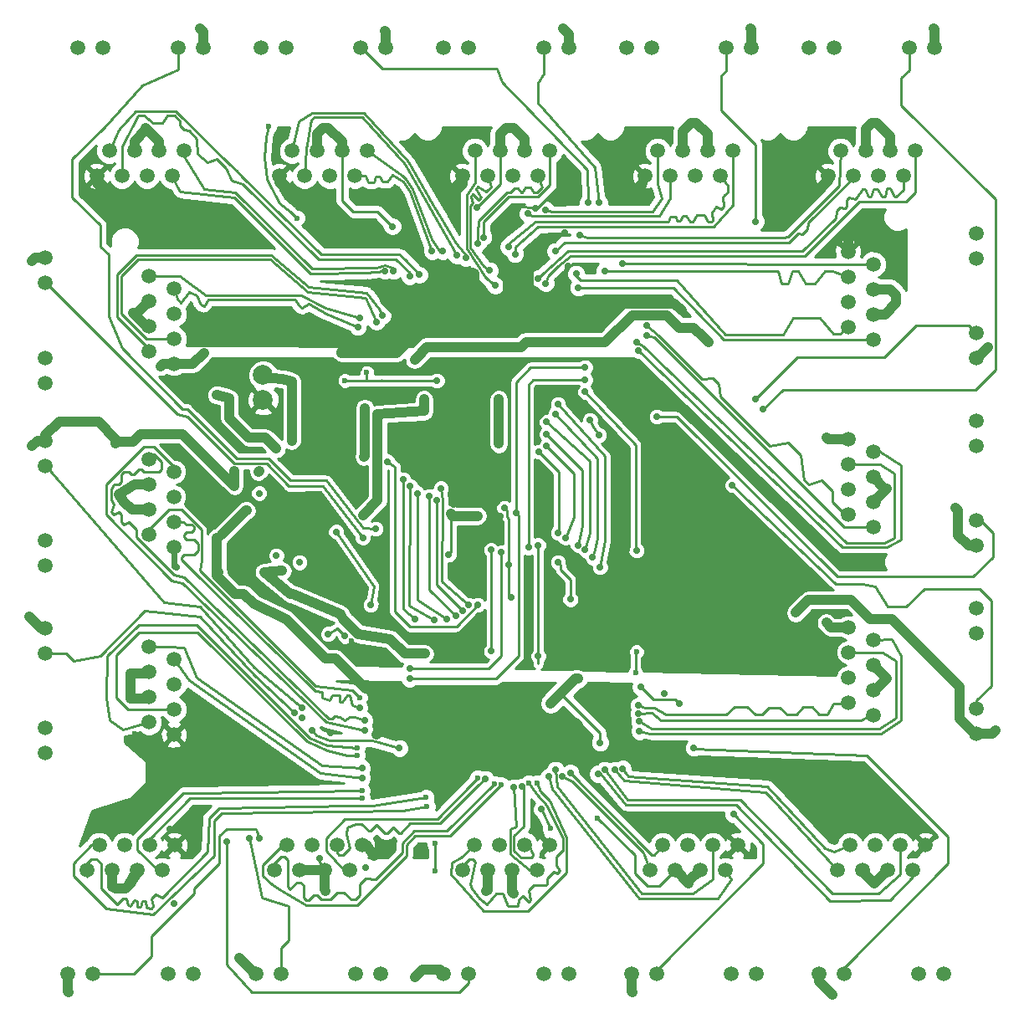
<source format=gbl>
G04 #@! TF.FileFunction,Copper,L2,Bot,Signal*
%FSLAX46Y46*%
G04 Gerber Fmt 4.6, Leading zero omitted, Abs format (unit mm)*
G04 Created by KiCad (PCBNEW 4.0.2+e4-6225~38~ubuntu14.04.1-stable) date Thu 11 Aug 2016 08:52:07 PM PDT*
%MOMM*%
G01*
G04 APERTURE LIST*
%ADD10C,0.150000*%
%ADD11C,0.600000*%
%ADD12C,1.500000*%
%ADD13C,2.000000*%
%ADD14C,0.700000*%
%ADD15C,0.250000*%
%ADD16C,1.000000*%
%ADD17C,0.600000*%
%ADD18C,0.254000*%
G04 APERTURE END LIST*
D10*
D11*
X96900000Y-134800000D03*
X95900000Y-134800000D03*
X148900000Y-136800000D03*
X148900000Y-135800000D03*
X142400000Y-73300000D03*
X141400000Y-73300000D03*
X145400000Y-69300000D03*
X145400000Y-68300000D03*
X144400000Y-68300000D03*
X148400000Y-67300000D03*
X149400000Y-67300000D03*
X148400000Y-68300000D03*
X146400000Y-71300000D03*
X147400000Y-71300000D03*
X146400000Y-72300000D03*
X147400000Y-72300000D03*
X172100000Y-76100000D03*
X173100000Y-76100000D03*
X173100000Y-75100000D03*
X172100000Y-75100000D03*
X172100000Y-77100000D03*
X173100000Y-77100000D03*
X173100000Y-78100000D03*
X172100000Y-78100000D03*
X165100000Y-74600000D03*
X164100000Y-74600000D03*
X164100000Y-71600000D03*
X164100000Y-73600000D03*
X164100000Y-72600000D03*
X166100000Y-72600000D03*
X165100000Y-72600000D03*
X166100000Y-73600000D03*
X165100000Y-73600000D03*
X166100000Y-71600000D03*
X165100000Y-71600000D03*
X170100000Y-66600000D03*
X169100000Y-66600000D03*
X167100000Y-67600000D03*
X166100000Y-67600000D03*
X167100000Y-66600000D03*
X168100000Y-66600000D03*
X166100000Y-66600000D03*
X165100000Y-68600000D03*
X167100000Y-68600000D03*
X166100000Y-68600000D03*
X165100000Y-70600000D03*
X166100000Y-70600000D03*
X165100000Y-69600000D03*
X167100000Y-69600000D03*
X166100000Y-69600000D03*
X162100000Y-72700000D03*
X163100000Y-72700000D03*
X162100000Y-71700000D03*
X163100000Y-71700000D03*
X163100000Y-69600000D03*
X164100000Y-69600000D03*
X162100000Y-69600000D03*
X163100000Y-70600000D03*
X164100000Y-70600000D03*
X162100000Y-70600000D03*
X163100000Y-68600000D03*
X164100000Y-68600000D03*
X162100000Y-68600000D03*
X147650000Y-100300000D03*
X147650000Y-102550000D03*
X146650000Y-102550000D03*
X147650000Y-101550000D03*
X146650000Y-101550000D03*
X146650000Y-103550000D03*
X147650000Y-103550000D03*
X147650000Y-104550000D03*
X150650000Y-103550000D03*
X149650000Y-103550000D03*
X150650000Y-102550000D03*
X149650000Y-102550000D03*
X153650000Y-99550000D03*
X152650000Y-99550000D03*
X152650000Y-100550000D03*
X153650000Y-100550000D03*
X149650000Y-100550000D03*
X151650000Y-100550000D03*
X150650000Y-100550000D03*
X150650000Y-99550000D03*
X151650000Y-99550000D03*
X149650000Y-99550000D03*
X149650000Y-101550000D03*
X151650000Y-101550000D03*
X150650000Y-101550000D03*
X147400000Y-70300000D03*
X146400000Y-70300000D03*
X146400000Y-68300000D03*
X147400000Y-68300000D03*
X147400000Y-69300000D03*
X146400000Y-69300000D03*
X141400000Y-71300000D03*
X142400000Y-71300000D03*
X142400000Y-70300000D03*
X141400000Y-70300000D03*
X141400000Y-72300000D03*
X142400000Y-72300000D03*
X127900000Y-71300000D03*
X128900000Y-71300000D03*
X128900000Y-70300000D03*
X127900000Y-70300000D03*
X129900000Y-69300000D03*
X129900000Y-68300000D03*
X127900000Y-68300000D03*
X126900000Y-68300000D03*
X128900000Y-68300000D03*
X128900000Y-69300000D03*
X127900000Y-69300000D03*
X126900000Y-69300000D03*
X124400000Y-73800000D03*
X124400000Y-72800000D03*
X122400000Y-72800000D03*
X123400000Y-72800000D03*
X120400000Y-72800000D03*
X121400000Y-72800000D03*
X116400000Y-72800000D03*
X115400000Y-72800000D03*
X117400000Y-72800000D03*
X114400000Y-72800000D03*
X116400000Y-75800000D03*
X116400000Y-73800000D03*
X115400000Y-73800000D03*
X117400000Y-73800000D03*
X117400000Y-74800000D03*
X116400000Y-74800000D03*
X115400000Y-74800000D03*
X117400000Y-76800000D03*
X118400000Y-76800000D03*
X119400000Y-76800000D03*
X119400000Y-75800000D03*
X117400000Y-75800000D03*
X118400000Y-75800000D03*
X121400000Y-75800000D03*
X120400000Y-75800000D03*
X121400000Y-76800000D03*
X120400000Y-76800000D03*
X120400000Y-77800000D03*
X121400000Y-77800000D03*
X119400000Y-77800000D03*
X118400000Y-77800000D03*
X117400000Y-77800000D03*
X94400000Y-73300000D03*
X94900000Y-74300000D03*
X100900000Y-73300000D03*
X109900000Y-77300000D03*
X110900000Y-77300000D03*
X108900000Y-76300000D03*
X108900000Y-77300000D03*
X102900000Y-77300000D03*
X103900000Y-77300000D03*
X104900000Y-77300000D03*
X101900000Y-77300000D03*
X100900000Y-77300000D03*
X107900000Y-77300000D03*
X106900000Y-77300000D03*
X105900000Y-77300000D03*
X98900000Y-76300000D03*
X99900000Y-76300000D03*
X99900000Y-77300000D03*
X98900000Y-77300000D03*
X106900000Y-74300000D03*
X105900000Y-74300000D03*
X107900000Y-74300000D03*
X105900000Y-76300000D03*
X106900000Y-76300000D03*
X107900000Y-76300000D03*
X107900000Y-75300000D03*
X105900000Y-75300000D03*
X106900000Y-75300000D03*
X100900000Y-76300000D03*
X101900000Y-76300000D03*
X100900000Y-75300000D03*
X101900000Y-75300000D03*
X103900000Y-75300000D03*
X102900000Y-75300000D03*
X104900000Y-75300000D03*
X104900000Y-76300000D03*
X103900000Y-76300000D03*
X102900000Y-76300000D03*
X104900000Y-74300000D03*
X102900000Y-74300000D03*
X103900000Y-74300000D03*
X101900000Y-74300000D03*
X100900000Y-74300000D03*
X95900000Y-73300000D03*
X96900000Y-73300000D03*
X98900000Y-73300000D03*
X97900000Y-73300000D03*
X99900000Y-73300000D03*
X97900000Y-75300000D03*
X98900000Y-75300000D03*
X99900000Y-75300000D03*
X99900000Y-74300000D03*
X97900000Y-74300000D03*
X98900000Y-74300000D03*
X96900000Y-74300000D03*
X95900000Y-74300000D03*
X96900000Y-75300000D03*
X95900000Y-75300000D03*
X109900000Y-128300000D03*
X103900000Y-124300000D03*
X104900000Y-124300000D03*
X105900000Y-128300000D03*
X106900000Y-128300000D03*
X105900000Y-127300000D03*
X106900000Y-127300000D03*
X107900000Y-127300000D03*
X107900000Y-128300000D03*
X104900000Y-128300000D03*
X103900000Y-128300000D03*
X103900000Y-127300000D03*
X104900000Y-127300000D03*
X104900000Y-125300000D03*
X103900000Y-125300000D03*
X103900000Y-126300000D03*
X104900000Y-126300000D03*
X107900000Y-126300000D03*
X105900000Y-125300000D03*
X106900000Y-126300000D03*
X105900000Y-126300000D03*
X97900000Y-128300000D03*
X98900000Y-128300000D03*
X97900000Y-127300000D03*
X99900000Y-128300000D03*
X105900000Y-130300000D03*
X106900000Y-130300000D03*
X105900000Y-129300000D03*
X106900000Y-129300000D03*
X108900000Y-129300000D03*
X107900000Y-129300000D03*
X110900000Y-129300000D03*
X109900000Y-129300000D03*
X109900000Y-130300000D03*
X110900000Y-130300000D03*
X108900000Y-130300000D03*
X107900000Y-130300000D03*
X101900000Y-130300000D03*
X102900000Y-130300000D03*
X104900000Y-130300000D03*
X103900000Y-130300000D03*
X103900000Y-129300000D03*
X104900000Y-129300000D03*
X101900000Y-129300000D03*
X102900000Y-129300000D03*
X100900000Y-129300000D03*
X99900000Y-129300000D03*
X100900000Y-130300000D03*
X99900000Y-130300000D03*
X100900000Y-133800000D03*
X97900000Y-134800000D03*
X99900000Y-133800000D03*
X98900000Y-133800000D03*
X99900000Y-134800000D03*
X98900000Y-134800000D03*
X99900000Y-132300000D03*
X100900000Y-132300000D03*
X99900000Y-131300000D03*
X100900000Y-131300000D03*
X102900000Y-131300000D03*
X101900000Y-131300000D03*
X104900000Y-131300000D03*
X103900000Y-131300000D03*
X103900000Y-132300000D03*
X104900000Y-132300000D03*
X102900000Y-132300000D03*
X101900000Y-132300000D03*
X107900000Y-132300000D03*
X108900000Y-132300000D03*
X110900000Y-132300000D03*
X109900000Y-132300000D03*
X109900000Y-131300000D03*
X110900000Y-131300000D03*
X107900000Y-131300000D03*
X108900000Y-131300000D03*
X106900000Y-131300000D03*
X105900000Y-131300000D03*
X106900000Y-132300000D03*
X105900000Y-132300000D03*
X93900000Y-136800000D03*
X94900000Y-136800000D03*
X93900000Y-135800000D03*
X94900000Y-135800000D03*
X96900000Y-135800000D03*
X95900000Y-135800000D03*
X98900000Y-135800000D03*
X97900000Y-135800000D03*
X97900000Y-136800000D03*
X96900000Y-136800000D03*
X95900000Y-136800000D03*
X151900000Y-136800000D03*
X152900000Y-136800000D03*
X154900000Y-136800000D03*
X153900000Y-136800000D03*
X156900000Y-136800000D03*
X155900000Y-136800000D03*
X153900000Y-135800000D03*
X154900000Y-135800000D03*
X156900000Y-135800000D03*
X155900000Y-135800000D03*
X151900000Y-135800000D03*
X152900000Y-135800000D03*
X150900000Y-135800000D03*
X149900000Y-135800000D03*
X150900000Y-136800000D03*
X149900000Y-136800000D03*
X166650000Y-115550000D03*
X166650000Y-116550000D03*
X165650000Y-116550000D03*
X164650000Y-117550000D03*
X165650000Y-117550000D03*
X166650000Y-117550000D03*
X165650000Y-118550000D03*
X166650000Y-118550000D03*
X164650000Y-118550000D03*
X163650000Y-118550000D03*
X168650000Y-118550000D03*
X167650000Y-118550000D03*
X167650000Y-117550000D03*
X167650000Y-119550000D03*
X168650000Y-119550000D03*
X167650000Y-120550000D03*
X168650000Y-120550000D03*
X163650000Y-120550000D03*
X164650000Y-120550000D03*
X166650000Y-120550000D03*
X165650000Y-120550000D03*
X163650000Y-119550000D03*
X166650000Y-119550000D03*
X165650000Y-119550000D03*
X164650000Y-119550000D03*
X152650000Y-119550000D03*
X154650000Y-119550000D03*
X153650000Y-119550000D03*
X157650000Y-119550000D03*
X158650000Y-119550000D03*
X156650000Y-119550000D03*
X155650000Y-119550000D03*
X160650000Y-119550000D03*
X161650000Y-119550000D03*
X162650000Y-119550000D03*
X159650000Y-119550000D03*
X158650000Y-120550000D03*
X161650000Y-120550000D03*
X162650000Y-120550000D03*
X160650000Y-120550000D03*
X159650000Y-120550000D03*
X154650000Y-120550000D03*
X155650000Y-120550000D03*
X157650000Y-120550000D03*
X156650000Y-120550000D03*
X152650000Y-120550000D03*
X153650000Y-120550000D03*
X157150000Y-116550000D03*
X160150000Y-116550000D03*
X161150000Y-116550000D03*
X159150000Y-116550000D03*
X158150000Y-116550000D03*
X153150000Y-116550000D03*
X154150000Y-116550000D03*
X156150000Y-116550000D03*
X155150000Y-116550000D03*
X151150000Y-116550000D03*
X152150000Y-116550000D03*
X150150000Y-116550000D03*
X151150000Y-115550000D03*
X153150000Y-115550000D03*
X152150000Y-115550000D03*
X156150000Y-115550000D03*
X157150000Y-115550000D03*
X155150000Y-115550000D03*
X154150000Y-115550000D03*
X159150000Y-115550000D03*
X160150000Y-115550000D03*
X162150000Y-115550000D03*
X161150000Y-115550000D03*
X158150000Y-115550000D03*
X158500000Y-103500000D03*
X159150000Y-104550000D03*
X157150000Y-104550000D03*
X158150000Y-104550000D03*
X156150000Y-105550000D03*
X158150000Y-105550000D03*
X157150000Y-105550000D03*
X160150000Y-105550000D03*
X159150000Y-105550000D03*
X159150000Y-106550000D03*
X160150000Y-106550000D03*
X161150000Y-106550000D03*
X157150000Y-106550000D03*
X158150000Y-106550000D03*
X156150000Y-106550000D03*
X155150000Y-106550000D03*
X150150000Y-113550000D03*
X150150000Y-111550000D03*
X150150000Y-112550000D03*
X150150000Y-110550000D03*
X150150000Y-109550000D03*
X154150000Y-108550000D03*
X153150000Y-108550000D03*
X151150000Y-109550000D03*
X152150000Y-109550000D03*
X154150000Y-109550000D03*
X153150000Y-109550000D03*
X153150000Y-110550000D03*
X154150000Y-110550000D03*
X152150000Y-110550000D03*
X151150000Y-110550000D03*
X166150000Y-112550000D03*
X166150000Y-111550000D03*
X165150000Y-110550000D03*
X165150000Y-111550000D03*
X165150000Y-112550000D03*
X164150000Y-112550000D03*
X164150000Y-111550000D03*
X164150000Y-113550000D03*
X164150000Y-110550000D03*
X164150000Y-109550000D03*
X163150000Y-108550000D03*
X163150000Y-109550000D03*
X163150000Y-110550000D03*
X159150000Y-114550000D03*
X162150000Y-114550000D03*
X163150000Y-114550000D03*
X161150000Y-114550000D03*
X160150000Y-114550000D03*
X160150000Y-113550000D03*
X161150000Y-113550000D03*
X163150000Y-113550000D03*
X162150000Y-113550000D03*
X159150000Y-113550000D03*
X159150000Y-111550000D03*
X162150000Y-111550000D03*
X163150000Y-111550000D03*
X161150000Y-111550000D03*
X160150000Y-111550000D03*
X160150000Y-112550000D03*
X161150000Y-112550000D03*
X163150000Y-112550000D03*
X162150000Y-112550000D03*
X159150000Y-112550000D03*
X155150000Y-110550000D03*
X156150000Y-110550000D03*
X158150000Y-110550000D03*
X157150000Y-110550000D03*
X161150000Y-110550000D03*
X162150000Y-110550000D03*
X160150000Y-110550000D03*
X159150000Y-110550000D03*
X159150000Y-109550000D03*
X160150000Y-109550000D03*
X162150000Y-109550000D03*
X161150000Y-109550000D03*
X157150000Y-109550000D03*
X158150000Y-109550000D03*
X156150000Y-109550000D03*
X155150000Y-109550000D03*
X155150000Y-107550000D03*
X156150000Y-107550000D03*
X158150000Y-107550000D03*
X157150000Y-107550000D03*
X161150000Y-107550000D03*
X162150000Y-107550000D03*
X160150000Y-107550000D03*
X159150000Y-107550000D03*
X159150000Y-108550000D03*
X160150000Y-108550000D03*
X162150000Y-108550000D03*
X161150000Y-108550000D03*
X157150000Y-108550000D03*
X158150000Y-108550000D03*
X156150000Y-108550000D03*
X155150000Y-108550000D03*
X151150000Y-112550000D03*
X152150000Y-112550000D03*
X154150000Y-112550000D03*
X153150000Y-112550000D03*
X157150000Y-112550000D03*
X158150000Y-112550000D03*
X156150000Y-112550000D03*
X155150000Y-112550000D03*
X155150000Y-111550000D03*
X156150000Y-111550000D03*
X158150000Y-111550000D03*
X157150000Y-111550000D03*
X153150000Y-111550000D03*
X154150000Y-111550000D03*
X152150000Y-111550000D03*
X151150000Y-111550000D03*
X151150000Y-113550000D03*
X152150000Y-113550000D03*
X154150000Y-113550000D03*
X153150000Y-113550000D03*
X157150000Y-113550000D03*
X158150000Y-113550000D03*
X156150000Y-113550000D03*
X155150000Y-113550000D03*
X155150000Y-114550000D03*
X156150000Y-114550000D03*
X158150000Y-114550000D03*
X157150000Y-114550000D03*
X153150000Y-114550000D03*
X154150000Y-114550000D03*
X152150000Y-114550000D03*
X158400000Y-131300000D03*
X159400000Y-131300000D03*
X160400000Y-131300000D03*
X160400000Y-130300000D03*
X158400000Y-130300000D03*
X159400000Y-130300000D03*
X157400000Y-130300000D03*
X156400000Y-130300000D03*
X157400000Y-131300000D03*
X156400000Y-131300000D03*
X161900000Y-131800000D03*
X162900000Y-131800000D03*
X161900000Y-130800000D03*
X162900000Y-130800000D03*
X164900000Y-130800000D03*
X163900000Y-130800000D03*
X167900000Y-130800000D03*
X168900000Y-130800000D03*
X166900000Y-130800000D03*
X165900000Y-130800000D03*
X169900000Y-130800000D03*
X171900000Y-130800000D03*
X170900000Y-130800000D03*
X172900000Y-131800000D03*
X171900000Y-131800000D03*
X167900000Y-131800000D03*
X168900000Y-131800000D03*
X170900000Y-131800000D03*
X169900000Y-131800000D03*
X165900000Y-131800000D03*
X166900000Y-131800000D03*
X164900000Y-131800000D03*
X163900000Y-131800000D03*
X176900000Y-135800000D03*
X172900000Y-135800000D03*
X173900000Y-135800000D03*
X175900000Y-135800000D03*
X174900000Y-135800000D03*
X170900000Y-135800000D03*
X171900000Y-135800000D03*
X169900000Y-135800000D03*
X168900000Y-135800000D03*
X169900000Y-136800000D03*
X170900000Y-136800000D03*
X172900000Y-136800000D03*
X171900000Y-136800000D03*
X175900000Y-136800000D03*
X176900000Y-136800000D03*
X174900000Y-136800000D03*
X173900000Y-136800000D03*
X175900000Y-134800000D03*
X174900000Y-134800000D03*
X170900000Y-134800000D03*
X171900000Y-134800000D03*
X173900000Y-134800000D03*
X172900000Y-134800000D03*
X168900000Y-134800000D03*
X169900000Y-134800000D03*
X167900000Y-134800000D03*
X166900000Y-134800000D03*
X165900000Y-133800000D03*
X166900000Y-133800000D03*
X168900000Y-133800000D03*
X167900000Y-133800000D03*
X171900000Y-133800000D03*
X172900000Y-133800000D03*
X170900000Y-133800000D03*
X169900000Y-133800000D03*
X173900000Y-133800000D03*
X174900000Y-133800000D03*
X172900000Y-132800000D03*
X173900000Y-132800000D03*
X171900000Y-132800000D03*
X167900000Y-132800000D03*
X168900000Y-132800000D03*
X170900000Y-132800000D03*
X169900000Y-132800000D03*
X165900000Y-132800000D03*
X166900000Y-132800000D03*
X164900000Y-132800000D03*
X114400000Y-132050000D03*
X114400000Y-131050000D03*
X115250000Y-131750000D03*
X146650000Y-100300000D03*
X151150000Y-114550000D03*
X163900000Y-132800000D03*
D12*
X183110000Y-108325000D03*
X183110000Y-105785000D03*
X183110000Y-98215000D03*
X183110000Y-95675000D03*
X172650000Y-106440000D03*
X172650000Y-101370000D03*
X172650000Y-103900000D03*
X172650000Y-98830000D03*
X170110000Y-105180000D03*
X170110000Y-100100000D03*
X170110000Y-102640000D03*
X170110000Y-97560000D03*
X183110000Y-89325000D03*
X183110000Y-86785000D03*
X183110000Y-79215000D03*
X183110000Y-76675000D03*
X172650000Y-87440000D03*
X172650000Y-82370000D03*
X172650000Y-84900000D03*
X172650000Y-79830000D03*
X170110000Y-86180000D03*
X170110000Y-81100000D03*
X170110000Y-83640000D03*
X170110000Y-78560000D03*
X178825000Y-57890000D03*
X176285000Y-57890000D03*
X168715000Y-57890000D03*
X166175000Y-57890000D03*
X176940000Y-68350000D03*
X171870000Y-68350000D03*
X174400000Y-68350000D03*
X169330000Y-68350000D03*
X175680000Y-70890000D03*
X170600000Y-70890000D03*
X173140000Y-70890000D03*
X168060000Y-70890000D03*
X160325000Y-57890000D03*
X157785000Y-57890000D03*
X150215000Y-57890000D03*
X147675000Y-57890000D03*
X158440000Y-68350000D03*
X153370000Y-68350000D03*
X155900000Y-68350000D03*
X150830000Y-68350000D03*
X157180000Y-70890000D03*
X152100000Y-70890000D03*
X154640000Y-70890000D03*
X149560000Y-70890000D03*
X141825000Y-57890000D03*
X139285000Y-57890000D03*
X131715000Y-57890000D03*
X129175000Y-57890000D03*
X139940000Y-68350000D03*
X134870000Y-68350000D03*
X137400000Y-68350000D03*
X132330000Y-68350000D03*
X138680000Y-70890000D03*
X133600000Y-70890000D03*
X136140000Y-70890000D03*
X131060000Y-70890000D03*
X123325000Y-57890000D03*
X120785000Y-57890000D03*
X113215000Y-57890000D03*
X110675000Y-57890000D03*
X121440000Y-68350000D03*
X116370000Y-68350000D03*
X118900000Y-68350000D03*
X113830000Y-68350000D03*
X120180000Y-70890000D03*
X115100000Y-70890000D03*
X117640000Y-70890000D03*
X112560000Y-70890000D03*
X104825000Y-57890000D03*
X102285000Y-57890000D03*
X94715000Y-57890000D03*
X92175000Y-57890000D03*
X102940000Y-68350000D03*
X97870000Y-68350000D03*
X100400000Y-68350000D03*
X95330000Y-68350000D03*
X101680000Y-70890000D03*
X96600000Y-70890000D03*
X99140000Y-70890000D03*
X94060000Y-70890000D03*
X88890000Y-79175000D03*
X88890000Y-81715000D03*
X88890000Y-89285000D03*
X88890000Y-91825000D03*
X99350000Y-81060000D03*
X99350000Y-86130000D03*
X99350000Y-83600000D03*
X99350000Y-88670000D03*
X101890000Y-82320000D03*
X101890000Y-87400000D03*
X101890000Y-84860000D03*
X101890000Y-89940000D03*
X88890000Y-97675000D03*
X88890000Y-100215000D03*
X88890000Y-107785000D03*
X88890000Y-110325000D03*
X99350000Y-99560000D03*
X99350000Y-104630000D03*
X99350000Y-102100000D03*
X99350000Y-107170000D03*
X101890000Y-100820000D03*
X101890000Y-105900000D03*
X101890000Y-103360000D03*
X101890000Y-108440000D03*
X88890000Y-116675000D03*
X88890000Y-119215000D03*
X88890000Y-126785000D03*
X88890000Y-129325000D03*
X99350000Y-118560000D03*
X99350000Y-123630000D03*
X99350000Y-121100000D03*
X99350000Y-126170000D03*
X101890000Y-119820000D03*
X101890000Y-124900000D03*
X101890000Y-122360000D03*
X101890000Y-127440000D03*
X91175000Y-151610000D03*
X93715000Y-151610000D03*
X101285000Y-151610000D03*
X103825000Y-151610000D03*
X93060000Y-141150000D03*
X98130000Y-141150000D03*
X95600000Y-141150000D03*
X100670000Y-141150000D03*
X94320000Y-138610000D03*
X99400000Y-138610000D03*
X96860000Y-138610000D03*
X101940000Y-138610000D03*
X110175000Y-151610000D03*
X112715000Y-151610000D03*
X120285000Y-151610000D03*
X122825000Y-151610000D03*
X112060000Y-141150000D03*
X117130000Y-141150000D03*
X114600000Y-141150000D03*
X119670000Y-141150000D03*
X113320000Y-138610000D03*
X118400000Y-138610000D03*
X115860000Y-138610000D03*
X120940000Y-138610000D03*
X129175000Y-151610000D03*
X131715000Y-151610000D03*
X139285000Y-151610000D03*
X141825000Y-151610000D03*
X131060000Y-141150000D03*
X136130000Y-141150000D03*
X133600000Y-141150000D03*
X138670000Y-141150000D03*
X132320000Y-138610000D03*
X137400000Y-138610000D03*
X134860000Y-138610000D03*
X139940000Y-138610000D03*
X148175000Y-151610000D03*
X150715000Y-151610000D03*
X158285000Y-151610000D03*
X160825000Y-151610000D03*
X150060000Y-141150000D03*
X155130000Y-141150000D03*
X152600000Y-141150000D03*
X157670000Y-141150000D03*
X151320000Y-138610000D03*
X156400000Y-138610000D03*
X153860000Y-138610000D03*
X158940000Y-138610000D03*
X167175000Y-151610000D03*
X169715000Y-151610000D03*
X177285000Y-151610000D03*
X179825000Y-151610000D03*
X169060000Y-141150000D03*
X174130000Y-141150000D03*
X171600000Y-141150000D03*
X176670000Y-141150000D03*
X170320000Y-138610000D03*
X175400000Y-138610000D03*
X172860000Y-138610000D03*
X177940000Y-138610000D03*
X183110000Y-127325000D03*
X183110000Y-124785000D03*
X183110000Y-117215000D03*
X183110000Y-114675000D03*
X172650000Y-125440000D03*
X172650000Y-120370000D03*
X172650000Y-122900000D03*
X172650000Y-117830000D03*
X170110000Y-124180000D03*
X170110000Y-119100000D03*
X170110000Y-121640000D03*
X170110000Y-116560000D03*
D13*
X110900000Y-93550000D03*
X110900000Y-91050000D03*
D14*
X119600000Y-119250000D03*
D11*
X119850000Y-117900000D03*
X150950000Y-94000000D03*
D14*
X125750000Y-117500000D03*
X121000000Y-120000000D03*
X146800000Y-104200000D03*
X134900000Y-105300000D03*
X134600000Y-103900000D03*
X138900000Y-105100000D03*
X120600000Y-90400000D03*
X126000000Y-93250000D03*
X120100000Y-93500000D03*
X120300000Y-100900000D03*
X133700000Y-99100000D03*
X120500000Y-115000000D03*
X130200000Y-104100000D03*
X131900000Y-113100000D03*
X129700000Y-99000000D03*
X137700000Y-109900000D03*
X140400000Y-108100000D03*
X132800000Y-113100000D03*
X137800000Y-113100000D03*
X140700000Y-113100000D03*
X143500000Y-113150000D03*
X147250000Y-112750000D03*
X120250000Y-120000000D03*
X123250000Y-112250000D03*
X132700000Y-107500000D03*
X127600000Y-98000000D03*
X151500000Y-120500000D03*
X151500000Y-119750000D03*
X148000000Y-113750000D03*
X150250000Y-114750000D03*
X144500000Y-119250000D03*
X119900000Y-102200000D03*
X117250000Y-105000000D03*
X105500000Y-95500000D03*
X114000000Y-100450000D03*
X117600000Y-100700000D03*
X112500000Y-96500000D03*
X132600000Y-106600000D03*
X139000000Y-106750000D03*
X148500000Y-92250000D03*
X150750000Y-96750000D03*
X148250000Y-96000000D03*
X151000000Y-92100000D03*
X150750000Y-93250000D03*
X105750000Y-102750000D03*
X143500000Y-91500000D03*
X137750000Y-108500000D03*
X135000000Y-109000000D03*
X125750000Y-120750000D03*
X150750000Y-95250000D03*
X149750000Y-87000000D03*
X149750000Y-86000000D03*
X148750000Y-87750000D03*
X148900000Y-88600000D03*
X143500000Y-90250000D03*
X125750000Y-121750000D03*
X136500000Y-105000000D03*
D11*
X148600000Y-121150000D03*
X148700000Y-119050000D03*
X119200000Y-91600000D03*
X121400000Y-90800000D03*
D14*
X128500000Y-91600000D03*
X143500000Y-92750000D03*
X148700000Y-108800000D03*
D11*
X112251840Y-98500000D03*
X106200000Y-93050000D03*
D14*
X134750000Y-98000000D03*
X134750000Y-93500000D03*
X136000000Y-113500000D03*
X140750000Y-110000000D03*
X142000000Y-113750000D03*
X118300000Y-106900000D03*
X121800000Y-114300000D03*
X135300000Y-104500000D03*
X135800000Y-110200000D03*
X129700000Y-109200000D03*
X164800000Y-115100000D03*
X144000000Y-95600000D03*
X144900000Y-97100000D03*
X121100000Y-99300000D03*
X121200000Y-94400000D03*
X91250000Y-153500000D03*
X108500000Y-150000000D03*
X126250000Y-152000000D03*
X148250000Y-153500000D03*
X168500000Y-153750000D03*
X185000000Y-127000000D03*
X181000000Y-104500000D03*
X184250000Y-88250000D03*
X178750000Y-56000000D03*
X160250000Y-56000000D03*
X141250000Y-56000000D03*
X123250000Y-56250000D03*
X104500000Y-56000000D03*
X87500000Y-79500000D03*
X87250000Y-115500000D03*
X87500000Y-98250000D03*
X129900000Y-105100000D03*
X132600000Y-105300000D03*
X114600000Y-110000000D03*
X108000000Y-100750000D03*
X110500000Y-100750000D03*
D11*
X139954000Y-136906000D03*
X128270000Y-141224000D03*
X128270000Y-138430000D03*
X96000000Y-143000000D03*
X97000000Y-143000000D03*
D14*
X97500000Y-123750000D03*
D11*
X114300000Y-75150000D03*
X111450000Y-65900000D03*
X144750000Y-135850000D03*
D14*
X145000000Y-128250000D03*
X115824000Y-127000000D03*
X124700000Y-128800000D03*
X139100000Y-135000000D03*
X149100000Y-122600000D03*
X153000000Y-124300000D03*
X127000000Y-89000000D03*
X127199299Y-93499582D03*
X126250000Y-89500000D03*
X155500000Y-87250000D03*
X156000000Y-87750000D03*
X121000000Y-105250000D03*
X144500000Y-87750000D03*
X124000000Y-76000000D03*
X132500000Y-74100000D03*
X96266000Y-103124000D03*
X97750000Y-84750000D03*
X110500000Y-103000000D03*
X99000000Y-66000000D03*
X117500000Y-66000000D03*
X136250000Y-66000000D03*
X154750000Y-65500000D03*
X173000000Y-65500000D03*
X175000000Y-83750000D03*
X174000000Y-102500000D03*
X174000000Y-121750000D03*
X172750000Y-142500000D03*
X154000000Y-142500000D03*
X136250000Y-143500000D03*
X133500000Y-143250000D03*
X116586000Y-139954000D03*
X101854000Y-144526000D03*
X117250000Y-143250000D03*
X112850000Y-110850000D03*
X97500000Y-121250000D03*
X112250000Y-109300000D03*
X142750000Y-121750000D03*
X140000000Y-124250000D03*
X127250000Y-119250000D03*
X113700000Y-113200000D03*
X138800000Y-137500000D03*
X117750000Y-127250000D03*
X102150000Y-110500000D03*
X100500000Y-90200000D03*
X130100000Y-72700000D03*
X126600000Y-139100000D03*
X102500000Y-137000000D03*
X103500000Y-137000000D03*
X101500000Y-137000000D03*
X126000000Y-87250000D03*
X123750000Y-84000000D03*
X123250000Y-83250000D03*
X146000000Y-129250000D03*
X147900000Y-135700000D03*
X127800000Y-86200000D03*
X133800000Y-86400000D03*
X136800000Y-86000000D03*
X142750000Y-86000000D03*
X144250000Y-86000000D03*
X153250000Y-84500000D03*
X145750000Y-85500000D03*
X139750000Y-86000000D03*
X140500000Y-72700000D03*
X136250000Y-74300000D03*
X138500000Y-74200000D03*
X141400000Y-76600000D03*
X141750000Y-80000000D03*
X139300000Y-77200000D03*
X134900000Y-75800000D03*
X135050000Y-79700000D03*
X132150000Y-80650000D03*
X129300000Y-80750000D03*
X148300000Y-83800000D03*
X147600000Y-83900000D03*
X118800000Y-88750000D03*
X120250000Y-88750000D03*
X167900000Y-116100000D03*
X167900000Y-97400000D03*
X170800000Y-76500000D03*
X166800000Y-72600000D03*
X149150000Y-72500000D03*
X113700000Y-72700000D03*
X95200000Y-72800000D03*
X104900000Y-88800000D03*
X109250000Y-104750000D03*
X106250000Y-107500000D03*
X106250000Y-111000000D03*
X122100000Y-139700000D03*
X121300000Y-140900000D03*
X139000000Y-130800000D03*
X144750000Y-124250000D03*
X114808000Y-125730000D03*
X110000000Y-114250000D03*
X109000000Y-127500000D03*
X122400000Y-127400000D03*
X130750000Y-126250000D03*
X127750000Y-126250000D03*
X142750000Y-126500000D03*
X139750000Y-126250000D03*
X133750000Y-126500000D03*
X136750000Y-126250000D03*
X126750000Y-126250000D03*
X125500000Y-124750000D03*
X118000000Y-119750000D03*
X102150000Y-110500000D03*
X151500000Y-123250000D03*
X130750000Y-86350000D03*
X142800000Y-82200000D03*
X142600000Y-80800000D03*
X145500000Y-80500000D03*
X147250000Y-79750000D03*
X160750000Y-93500000D03*
X126300000Y-115700000D03*
X125100000Y-101600000D03*
X128200000Y-115800000D03*
X125800000Y-102300000D03*
X126500000Y-103000000D03*
X129500000Y-115700000D03*
X127700000Y-103300000D03*
X130400000Y-115400000D03*
X128500000Y-103700000D03*
X131100000Y-114900000D03*
X128900000Y-102500000D03*
X131700000Y-114300000D03*
X123500000Y-99800000D03*
X132600000Y-114300000D03*
X140750000Y-94000000D03*
X145000000Y-110500000D03*
X140500000Y-95000000D03*
X144250000Y-109500000D03*
X143500000Y-108750000D03*
X139600000Y-95800000D03*
X139600000Y-97000000D03*
X142750000Y-108250000D03*
X139600000Y-98200000D03*
X141500000Y-107500000D03*
X140750000Y-107000000D03*
X138800000Y-98800000D03*
X121000000Y-107500000D03*
X122300000Y-106600000D03*
X143800000Y-73600000D03*
X144900000Y-73600000D03*
X160750000Y-75500000D03*
X139500000Y-81750000D03*
X161500000Y-94500000D03*
X138750000Y-81250000D03*
X140500000Y-78500000D03*
X142950000Y-76900000D03*
X139500000Y-74300000D03*
X137700000Y-74700000D03*
X136400000Y-78800000D03*
X135750000Y-78050000D03*
X134400000Y-82000000D03*
X133850000Y-80450000D03*
X133200000Y-77100000D03*
X132600000Y-77700000D03*
X131400000Y-79200000D03*
X130500000Y-78950000D03*
X129100000Y-78500000D03*
X128000000Y-78500000D03*
X126700000Y-80900000D03*
X125750000Y-81050000D03*
X124100000Y-80500000D03*
X123250000Y-80500000D03*
X123000000Y-85000000D03*
X122375000Y-85650000D03*
X120675000Y-85225000D03*
X120500000Y-86175000D03*
X121158000Y-125984000D03*
X121158000Y-127000000D03*
X120650000Y-124714000D03*
D11*
X120650000Y-123698000D03*
D14*
X119200000Y-117450000D03*
X117500000Y-117250000D03*
X114808000Y-124714000D03*
X107188000Y-138250000D03*
X109474000Y-137922000D03*
X110490000Y-137922000D03*
X114046000Y-125222000D03*
X120904000Y-130810000D03*
X120904000Y-131826000D03*
D11*
X120396000Y-129540000D03*
X120396000Y-128778000D03*
X120904000Y-133096000D03*
X120904000Y-133858000D03*
X127400000Y-133800000D03*
X127500000Y-134700000D03*
X132588000Y-131826000D03*
D14*
X133404000Y-131926000D03*
D11*
X134300000Y-132400000D03*
X135000000Y-132500000D03*
D14*
X136300000Y-132800000D03*
X137100000Y-132700000D03*
D11*
X137800000Y-132300000D03*
X138600000Y-132300000D03*
D14*
X158400000Y-102200000D03*
X138750000Y-119500000D03*
X154500000Y-128750000D03*
X138750000Y-108250000D03*
X158500000Y-135500000D03*
X134000000Y-119000000D03*
X134000000Y-108750000D03*
X141200000Y-131700000D03*
X142000000Y-131300000D03*
X140500000Y-131000000D03*
X139800000Y-131700000D03*
X144800000Y-131400000D03*
X145500000Y-131000000D03*
X146500000Y-131000000D03*
X147300000Y-130900000D03*
X149000000Y-127100000D03*
X149000000Y-126100000D03*
X148900000Y-125300000D03*
X148900000Y-124500000D03*
D11*
X113800000Y-97700000D03*
D15*
X120250000Y-118300000D02*
X119600000Y-119250000D01*
X119850000Y-117900000D02*
X120250000Y-118300000D01*
X143500000Y-113150000D02*
X143500000Y-113200000D01*
D16*
X114000000Y-100450000D02*
X114000000Y-100200000D01*
D15*
X138250000Y-91500000D02*
X143500000Y-91500000D01*
X137750000Y-92000000D02*
X138250000Y-91500000D01*
X137750000Y-94500000D02*
X137750000Y-92000000D01*
X137750000Y-101500000D02*
X137750000Y-94500000D01*
X137750000Y-108500000D02*
X137750000Y-101500000D01*
X135000000Y-119500000D02*
X135000000Y-109000000D01*
X133750000Y-120750000D02*
X135000000Y-119500000D01*
X125750000Y-120750000D02*
X133750000Y-120750000D01*
X183110000Y-105785000D02*
X183535000Y-105785000D01*
X183535000Y-105785000D02*
X184750000Y-107000000D01*
X152750000Y-95250000D02*
X150750000Y-95250000D01*
X169000000Y-111400000D02*
X152750000Y-95250000D01*
X182750000Y-111400000D02*
X169000000Y-111400000D01*
X184750000Y-109500000D02*
X182750000Y-111400000D01*
X184750000Y-107000000D02*
X184750000Y-109500000D01*
X183110000Y-105785000D02*
X183110000Y-105890000D01*
X172650000Y-106440000D02*
X169690000Y-106440000D01*
X169690000Y-106440000D02*
X150500000Y-87250000D01*
X150500000Y-87250000D02*
X149750000Y-87000000D01*
X169830000Y-105180000D02*
X168550000Y-103900000D01*
X168550000Y-102750000D02*
X168550000Y-103900000D01*
X168550000Y-102750000D02*
X167400000Y-101700000D01*
X167400000Y-101700000D02*
X166150000Y-102150000D01*
X166150000Y-102150000D02*
X165650000Y-101676397D01*
X165650000Y-101676397D02*
X165300000Y-99186453D01*
X165300000Y-99186453D02*
X164000000Y-97897347D01*
X164000000Y-97897347D02*
X162150000Y-98205727D01*
X162150000Y-98205727D02*
X157150000Y-93247626D01*
X157150000Y-93247626D02*
X157000000Y-91951816D01*
X157000000Y-91951816D02*
X156400000Y-91356844D01*
X156400000Y-91356844D02*
X155350000Y-91462710D01*
X155350000Y-91462710D02*
X150900000Y-87050000D01*
X149750000Y-86000000D02*
X150900000Y-87050000D01*
X170110000Y-100100000D02*
X173350000Y-100100000D01*
X149400000Y-88150000D02*
X148750000Y-87750000D01*
X170000000Y-108000000D02*
X149400000Y-88150000D01*
X173750000Y-108000000D02*
X170000000Y-108000000D01*
X174750000Y-107500000D02*
X173750000Y-108000000D01*
X174750000Y-101000000D02*
X174750000Y-107500000D01*
X173350000Y-100100000D02*
X174750000Y-101000000D01*
X172650000Y-98830000D02*
X173330000Y-98830000D01*
X173330000Y-98830000D02*
X175500000Y-100200000D01*
X175500000Y-100200000D02*
X175500000Y-107700000D01*
X175500000Y-107700000D02*
X174000000Y-108500000D01*
X174000000Y-108500000D02*
X169500000Y-108500000D01*
X169500000Y-108500000D02*
X148900000Y-88600000D01*
X136500000Y-105000000D02*
X136500000Y-91750000D01*
X138000000Y-90250000D02*
X143500000Y-90250000D01*
X136500000Y-91750000D02*
X138000000Y-90250000D01*
X134500000Y-121750000D02*
X125750000Y-121750000D01*
X136750000Y-119500000D02*
X134500000Y-121750000D01*
X136750000Y-105250000D02*
X136750000Y-119500000D01*
X136500000Y-105000000D02*
X136750000Y-105250000D01*
X148600000Y-119150000D02*
X148600000Y-121150000D01*
X148700000Y-119050000D02*
X148600000Y-119150000D01*
X122900000Y-91600000D02*
X122900000Y-91550000D01*
X122900000Y-91550000D02*
X122900000Y-91600000D01*
X121400000Y-91600000D02*
X119200000Y-91600000D01*
X121400000Y-90800000D02*
X121400000Y-91600000D01*
X121400000Y-91600000D02*
X121400000Y-91550000D01*
X121400000Y-91550000D02*
X121400000Y-91600000D01*
X121400000Y-91600000D02*
X122900000Y-91600000D01*
X122900000Y-91600000D02*
X127900000Y-91600000D01*
X127900000Y-91600000D02*
X128500000Y-91600000D01*
X148600000Y-98100000D02*
X143500000Y-92750000D01*
X148600000Y-108700000D02*
X148600000Y-98100000D01*
X148700000Y-108800000D02*
X148600000Y-108700000D01*
D16*
X107500000Y-93400000D02*
X106200000Y-93050000D01*
X107500000Y-95400000D02*
X107500000Y-93400000D01*
X109450000Y-97350000D02*
X107500000Y-95400000D01*
X111101840Y-97350000D02*
X109450000Y-97350000D01*
X112251840Y-98500000D02*
X111101840Y-97350000D01*
X134750000Y-93500000D02*
X134750000Y-98000000D01*
D15*
X140750000Y-110000000D02*
X141000000Y-110250000D01*
X141000000Y-110250000D02*
X141000000Y-110750000D01*
X141000000Y-110750000D02*
X142000000Y-111750000D01*
X142000000Y-111750000D02*
X142000000Y-113750000D01*
X135800000Y-113300000D02*
X135800000Y-110200000D01*
X136000000Y-113500000D02*
X135800000Y-113300000D01*
X122100000Y-112400000D02*
X121800000Y-114300000D01*
X122100000Y-112400000D02*
X118300000Y-106900000D01*
X135800000Y-107500000D02*
X135800000Y-105600000D01*
X135600000Y-104800000D02*
X135300000Y-104500000D01*
X135600000Y-105400000D02*
X135600000Y-104800000D01*
X135800000Y-105600000D02*
X135600000Y-105400000D01*
X135800000Y-107500000D02*
X135800000Y-107500000D01*
X135800000Y-110200000D02*
X135800000Y-107500000D01*
X129900000Y-105100000D02*
X129900000Y-109000000D01*
X129900000Y-109000000D02*
X129700000Y-109200000D01*
D16*
X181400000Y-125800000D02*
X181400000Y-122600000D01*
X181400000Y-122600000D02*
X174500000Y-115700000D01*
X174500000Y-115700000D02*
X172300000Y-115700000D01*
X172300000Y-115700000D02*
X170400000Y-113800000D01*
X170400000Y-113800000D02*
X166100000Y-113800000D01*
X166100000Y-113800000D02*
X164800000Y-115100000D01*
X181400000Y-125800000D02*
X182925000Y-127325000D01*
X183110000Y-127325000D02*
X182925000Y-127325000D01*
D15*
X144000000Y-95600000D02*
X144300000Y-96250000D01*
X144300000Y-96250000D02*
X144900000Y-97100000D01*
D16*
X121100000Y-99300000D02*
X121200000Y-99200000D01*
X121200000Y-99200000D02*
X121200000Y-94400000D01*
X91175000Y-153425000D02*
X91175000Y-151610000D01*
X91250000Y-153500000D02*
X91175000Y-153425000D01*
X108500000Y-150000000D02*
X110110000Y-151610000D01*
X110110000Y-151610000D02*
X110175000Y-151610000D01*
X127000000Y-151250000D02*
X128815000Y-151250000D01*
X126250000Y-152000000D02*
X127000000Y-151250000D01*
X128815000Y-151250000D02*
X129175000Y-151610000D01*
X148175000Y-153425000D02*
X148175000Y-151610000D01*
X148250000Y-153500000D02*
X148175000Y-153425000D01*
X167175000Y-152425000D02*
X167175000Y-151610000D01*
X168500000Y-153750000D02*
X167175000Y-152425000D01*
X184675000Y-127325000D02*
X183110000Y-127325000D01*
X185000000Y-127000000D02*
X184675000Y-127325000D01*
X182325000Y-108325000D02*
X183110000Y-108325000D01*
X181250000Y-107250000D02*
X182325000Y-108325000D01*
X181250000Y-104750000D02*
X181250000Y-107250000D01*
X181000000Y-104500000D02*
X181250000Y-104750000D01*
X184250000Y-88250000D02*
X183175000Y-89325000D01*
X183175000Y-89325000D02*
X183110000Y-89325000D01*
X178825000Y-56075000D02*
X178825000Y-57890000D01*
X178750000Y-56000000D02*
X178825000Y-56075000D01*
X160325000Y-56075000D02*
X160325000Y-57890000D01*
X160250000Y-56000000D02*
X160325000Y-56075000D01*
X141825000Y-56575000D02*
X141825000Y-57890000D01*
X141250000Y-56000000D02*
X141825000Y-56575000D01*
X123325000Y-56325000D02*
X123325000Y-57890000D01*
X123250000Y-56250000D02*
X123325000Y-56325000D01*
X104825000Y-56325000D02*
X104825000Y-57890000D01*
X104500000Y-56000000D02*
X104825000Y-56325000D01*
X87825000Y-79175000D02*
X88890000Y-79175000D01*
X87500000Y-79500000D02*
X87825000Y-79175000D01*
X88890000Y-97675000D02*
X88075000Y-97675000D01*
X87250000Y-115500000D02*
X88425000Y-116675000D01*
X88075000Y-97675000D02*
X87500000Y-98250000D01*
X88425000Y-116675000D02*
X88890000Y-116675000D01*
X88890000Y-97675000D02*
X88890000Y-97110000D01*
X88890000Y-97110000D02*
X90250000Y-95750000D01*
X90250000Y-95750000D02*
X94250000Y-95750000D01*
X94250000Y-95750000D02*
X96000000Y-97500000D01*
X96000000Y-97500000D02*
X96000000Y-98000000D01*
X96000000Y-98000000D02*
X96250000Y-97750000D01*
X96250000Y-97750000D02*
X97746000Y-97750000D01*
X97746000Y-97750000D02*
X98496000Y-97000000D01*
X98496000Y-97000000D02*
X102750000Y-97000000D01*
X102750000Y-97000000D02*
X107250000Y-101500000D01*
X107250000Y-101500000D02*
X108000000Y-102250000D01*
X108000000Y-102250000D02*
X108000000Y-100750000D01*
X129900000Y-105100000D02*
X130100000Y-105300000D01*
X130100000Y-105300000D02*
X132600000Y-105300000D01*
X110500000Y-100750000D02*
X110431806Y-100818194D01*
D15*
X128270000Y-138430000D02*
X128270000Y-141224000D01*
D16*
X95600000Y-141150000D02*
X95600000Y-142844000D01*
X95600000Y-142844000D02*
X96000000Y-143000000D01*
X98130000Y-141150000D02*
X97255000Y-142745000D01*
X97255000Y-142745000D02*
X97000000Y-143000000D01*
D15*
X124700000Y-128800000D02*
X121920000Y-128016000D01*
X121920000Y-128016000D02*
X117602000Y-128016000D01*
X116300000Y-127476000D02*
X115824000Y-127000000D01*
X117602000Y-128016000D02*
X116300000Y-127476000D01*
X111000000Y-69000000D02*
X111195730Y-66944831D01*
X113650000Y-74500000D02*
X114300000Y-75150000D01*
X111266123Y-71241331D02*
X112575013Y-73675793D01*
X111000000Y-69000000D02*
X111266123Y-71241331D01*
X112575013Y-73675793D02*
X113650000Y-74500000D01*
X111195730Y-66944831D02*
X111450000Y-65900000D01*
X116370000Y-68350000D02*
X115700000Y-68350000D01*
X151000000Y-142750000D02*
X152600000Y-141150000D01*
X149800000Y-142750000D02*
X151000000Y-142750000D01*
X148550000Y-141500000D02*
X149800000Y-142750000D01*
X148550000Y-139650000D02*
X148550000Y-141500000D01*
X144750000Y-135850000D02*
X148550000Y-139650000D01*
X145000000Y-128250000D02*
X145000000Y-127250000D01*
X145000000Y-127250000D02*
X144500000Y-126750000D01*
X144500000Y-126750000D02*
X141000000Y-123250000D01*
X139100000Y-135000000D02*
X139954000Y-136906000D01*
X150400000Y-123900000D02*
X149100000Y-122600000D01*
X152600000Y-123900000D02*
X150400000Y-123900000D01*
X153000000Y-124300000D02*
X152600000Y-123900000D01*
X115900000Y-68350000D02*
X116370000Y-68350000D01*
D16*
X144500000Y-87750000D02*
X145500000Y-87750000D01*
X154500000Y-86250000D02*
X155500000Y-87250000D01*
X155500000Y-87250000D02*
X156000000Y-87750000D01*
X153000000Y-86250000D02*
X154500000Y-86250000D01*
X151750000Y-85000000D02*
X153000000Y-86250000D01*
X148250000Y-85000000D02*
X151750000Y-85000000D01*
X145500000Y-87750000D02*
X148250000Y-85000000D01*
X121000000Y-105250000D02*
X122500000Y-103750000D01*
X122500000Y-103750000D02*
X122500000Y-95000000D01*
X122500000Y-95000000D02*
X127200000Y-94700000D01*
X127200000Y-94700000D02*
X127199299Y-93499582D01*
X137500000Y-87750000D02*
X144500000Y-87750000D01*
X126250000Y-89500000D02*
X127500000Y-88250000D01*
X127500000Y-88250000D02*
X137000000Y-88250000D01*
X137000000Y-88250000D02*
X137500000Y-87750000D01*
D15*
X118900000Y-68350000D02*
X118900000Y-73400000D01*
X122500000Y-74500000D02*
X124000000Y-76000000D01*
X120000000Y-74500000D02*
X122500000Y-74500000D01*
X118900000Y-73400000D02*
X120000000Y-74500000D01*
X132500000Y-74100000D02*
X134900000Y-71700000D01*
X134900000Y-71700000D02*
X134900000Y-68380000D01*
X134900000Y-68380000D02*
X134870000Y-68350000D01*
D16*
X96266000Y-103124000D02*
X96774000Y-103886000D01*
X97630000Y-104630000D02*
X99350000Y-104630000D01*
X96774000Y-103886000D02*
X97630000Y-104630000D01*
X97900000Y-102100000D02*
X99350000Y-102100000D01*
X96266000Y-103124000D02*
X97900000Y-102100000D01*
X97750000Y-84750000D02*
X98200000Y-84750000D01*
X98200000Y-84750000D02*
X99350000Y-83600000D01*
X97750000Y-84750000D02*
X99130000Y-86130000D01*
X99130000Y-86130000D02*
X99350000Y-86130000D01*
X99000000Y-66000000D02*
X99000000Y-66250000D01*
X97870000Y-67380000D02*
X97870000Y-68350000D01*
X99000000Y-66250000D02*
X97870000Y-67380000D01*
X100400000Y-67400000D02*
X100400000Y-68350000D01*
X99000000Y-66000000D02*
X100400000Y-67400000D01*
X117500000Y-66000000D02*
X117000000Y-66000000D01*
X116370000Y-66630000D02*
X116370000Y-68350000D01*
X117000000Y-66000000D02*
X116370000Y-66630000D01*
X118900000Y-67400000D02*
X118900000Y-68350000D01*
X117500000Y-66000000D02*
X118900000Y-67400000D01*
X136250000Y-66000000D02*
X135500000Y-66000000D01*
X134870000Y-66630000D02*
X134870000Y-68350000D01*
X135500000Y-66000000D02*
X134870000Y-66630000D01*
X137400000Y-67150000D02*
X137400000Y-68350000D01*
X136250000Y-66000000D02*
X137400000Y-67150000D01*
X154750000Y-65500000D02*
X154250000Y-65500000D01*
X153370000Y-66380000D02*
X153370000Y-68350000D01*
X154250000Y-65500000D02*
X153370000Y-66380000D01*
X155900000Y-66650000D02*
X155900000Y-68350000D01*
X154750000Y-65500000D02*
X155900000Y-66650000D01*
X173000000Y-65500000D02*
X172500000Y-65500000D01*
X171870000Y-66130000D02*
X171870000Y-68350000D01*
X172500000Y-65500000D02*
X171870000Y-66130000D01*
X174400000Y-66900000D02*
X174400000Y-68350000D01*
X173000000Y-65500000D02*
X174400000Y-66900000D01*
X175000000Y-83750000D02*
X175000000Y-83000000D01*
X174370000Y-82370000D02*
X172650000Y-82370000D01*
X175000000Y-83000000D02*
X174370000Y-82370000D01*
X173850000Y-84900000D02*
X172650000Y-84900000D01*
X175000000Y-83750000D02*
X173850000Y-84900000D01*
X174000000Y-102500000D02*
X173780000Y-102500000D01*
X173780000Y-102500000D02*
X172650000Y-101370000D01*
X174000000Y-102500000D02*
X172650000Y-103850000D01*
X172650000Y-103850000D02*
X172650000Y-103900000D01*
X174000000Y-121750000D02*
X174000000Y-121720000D01*
X174000000Y-121720000D02*
X172650000Y-120370000D01*
X174000000Y-121750000D02*
X172850000Y-122900000D01*
X172850000Y-122900000D02*
X172650000Y-122900000D01*
X172750000Y-142500000D02*
X172780000Y-142500000D01*
X172780000Y-142500000D02*
X174130000Y-141150000D01*
X172750000Y-142500000D02*
X171600000Y-141350000D01*
X171600000Y-141350000D02*
X171600000Y-141150000D01*
X154000000Y-142500000D02*
X154000000Y-142280000D01*
X154000000Y-142280000D02*
X155130000Y-141150000D01*
X154000000Y-142500000D02*
X152650000Y-141150000D01*
X152650000Y-141150000D02*
X152600000Y-141150000D01*
X136130000Y-143380000D02*
X136130000Y-141150000D01*
X136250000Y-143500000D02*
X136130000Y-143380000D01*
X133600000Y-143150000D02*
X133600000Y-141150000D01*
X133500000Y-143250000D02*
X133600000Y-143150000D01*
D15*
X117130000Y-141150000D02*
X116466000Y-140074000D01*
X116466000Y-140074000D02*
X116586000Y-139954000D01*
D16*
X117130000Y-141150000D02*
X114600000Y-141150000D01*
X117130000Y-143130000D02*
X117130000Y-141150000D01*
X117250000Y-143250000D02*
X117130000Y-143130000D01*
X96000000Y-143000000D02*
X97000000Y-143000000D01*
X97500000Y-142500000D02*
X98250000Y-141270000D01*
X97000000Y-143000000D02*
X97500000Y-142500000D01*
X98250000Y-141270000D02*
X98130000Y-141150000D01*
X99230000Y-123750000D02*
X97500000Y-123750000D01*
X97500000Y-123750000D02*
X97500000Y-121250000D01*
X99230000Y-123750000D02*
X99350000Y-123630000D01*
X99200000Y-121250000D02*
X97500000Y-121250000D01*
X111000000Y-111000000D02*
X112850000Y-110850000D01*
X111000000Y-111000000D02*
X113700000Y-113200000D01*
X99200000Y-121250000D02*
X99350000Y-121100000D01*
X142500000Y-121750000D02*
X142750000Y-121750000D01*
X140000000Y-124250000D02*
X141000000Y-123250000D01*
X141000000Y-123250000D02*
X142500000Y-121750000D01*
X113900000Y-113200000D02*
X118750000Y-115250000D01*
X118750000Y-115250000D02*
X119000000Y-115750000D01*
X119000000Y-115750000D02*
X120500000Y-117250000D01*
X120500000Y-117250000D02*
X123750000Y-117750000D01*
X123750000Y-117750000D02*
X125250000Y-119250000D01*
X125250000Y-119250000D02*
X127250000Y-119250000D01*
X113700000Y-113200000D02*
X113900000Y-113200000D01*
X100760000Y-89940000D02*
X101890000Y-89940000D01*
X100500000Y-90200000D02*
X100760000Y-89940000D01*
D15*
X101500000Y-137000000D02*
X102500000Y-137000000D01*
X103500000Y-137000000D02*
X101940000Y-138560000D01*
X101940000Y-138610000D02*
X101940000Y-138560000D01*
X126000000Y-87250000D02*
X125875000Y-87250000D01*
X125875000Y-87250000D02*
X126250000Y-87250000D01*
X126250000Y-87250000D02*
X125875000Y-87250000D01*
D16*
X125875000Y-87375000D02*
X125875000Y-87250000D01*
X125875000Y-87250000D02*
X125875000Y-86125000D01*
X123250000Y-83500000D02*
X123250000Y-83250000D01*
X125875000Y-86125000D02*
X123750000Y-84000000D01*
X123750000Y-84000000D02*
X123250000Y-83500000D01*
D15*
X139940000Y-137960000D02*
X139940000Y-138610000D01*
X127800000Y-86200000D02*
X127800000Y-86300000D01*
X127800000Y-86300000D02*
X127800000Y-86200000D01*
X127800000Y-86200000D02*
X127800000Y-86300000D01*
X133800000Y-86400000D02*
X133800000Y-86350000D01*
X133800000Y-86350000D02*
X133800000Y-86400000D01*
X133800000Y-86400000D02*
X133800000Y-86350000D01*
X136650000Y-86150000D02*
X136650000Y-86350000D01*
X136800000Y-86000000D02*
X136650000Y-86150000D01*
D16*
X152550000Y-83800000D02*
X153250000Y-84500000D01*
X152550000Y-83800000D02*
X148300000Y-83800000D01*
D15*
X145375000Y-85125000D02*
X145375000Y-84875000D01*
X145750000Y-85500000D02*
X145375000Y-85125000D01*
X140400000Y-73100000D02*
X140400000Y-72800000D01*
X138600000Y-74200000D02*
X139700000Y-73100000D01*
X139700000Y-73100000D02*
X140400000Y-73100000D01*
X138500000Y-74200000D02*
X138600000Y-74200000D01*
X140400000Y-72800000D02*
X140500000Y-72700000D01*
X136650000Y-73900000D02*
X138500000Y-74200000D01*
X136250000Y-74300000D02*
X136650000Y-73900000D01*
X139800000Y-76700000D02*
X139300000Y-77200000D01*
X141300000Y-76700000D02*
X139800000Y-76700000D01*
X141400000Y-76600000D02*
X141300000Y-76700000D01*
X141400000Y-80350000D02*
X141400000Y-86000000D01*
X141750000Y-80000000D02*
X141400000Y-80350000D01*
D16*
X137800000Y-78600000D02*
X137800000Y-86000000D01*
X139300000Y-77200000D02*
X137800000Y-78600000D01*
D15*
X134700000Y-79350000D02*
X135050000Y-79700000D01*
X134700000Y-76000000D02*
X134700000Y-79350000D01*
X134900000Y-75800000D02*
X134700000Y-76000000D01*
D16*
X135500000Y-86350000D02*
X135500000Y-83500000D01*
X135500000Y-83500000D02*
X135700000Y-83300000D01*
X135700000Y-83300000D02*
X135700000Y-80350000D01*
X135700000Y-80350000D02*
X135050000Y-79700000D01*
X132300000Y-86350000D02*
X132300000Y-80800000D01*
X132300000Y-80800000D02*
X132150000Y-80650000D01*
X129300000Y-86300000D02*
X129300000Y-80705002D01*
X129300000Y-80705002D02*
X129300000Y-80750000D01*
X148400000Y-83800000D02*
X147600000Y-83800000D01*
D15*
X148300000Y-83800000D02*
X148400000Y-83800000D01*
X147600000Y-83900000D02*
X147600000Y-83800000D01*
X147600000Y-83800000D02*
X147600000Y-83900000D01*
X147600000Y-83900000D02*
X147600000Y-83800000D01*
D16*
X130750000Y-86350000D02*
X130700000Y-86300000D01*
X126950000Y-86300000D02*
X127800000Y-86300000D01*
X127800000Y-86300000D02*
X129300000Y-86300000D01*
X129300000Y-86300000D02*
X130700000Y-86300000D01*
X124450000Y-88800000D02*
X125875000Y-87375000D01*
X125875000Y-87375000D02*
X126950000Y-86300000D01*
X118850000Y-88800000D02*
X124450000Y-88800000D01*
X118850000Y-88800000D02*
X118800000Y-88750000D01*
X130750000Y-86350000D02*
X132300000Y-86350000D01*
X132300000Y-86350000D02*
X133800000Y-86350000D01*
X133800000Y-86350000D02*
X135500000Y-86350000D01*
X135500000Y-86350000D02*
X136650000Y-86350000D01*
X137000000Y-86000000D02*
X137800000Y-86000000D01*
X136650000Y-86350000D02*
X137000000Y-86000000D01*
X137800000Y-86000000D02*
X139750000Y-86000000D01*
X139750000Y-86000000D02*
X141400000Y-86000000D01*
X141400000Y-86000000D02*
X142750000Y-86000000D01*
X142750000Y-86000000D02*
X144250000Y-86000000D01*
X144250000Y-86000000D02*
X145375000Y-84875000D01*
X145375000Y-84875000D02*
X146450000Y-83800000D01*
X146450000Y-83800000D02*
X147600000Y-83800000D01*
X168360000Y-116560000D02*
X170110000Y-116560000D01*
X167900000Y-116100000D02*
X168360000Y-116560000D01*
X168060000Y-97560000D02*
X170110000Y-97560000D01*
X167900000Y-97400000D02*
X168060000Y-97560000D01*
X170110000Y-77190000D02*
X170110000Y-78560000D01*
X170800000Y-76500000D02*
X170110000Y-77190000D01*
X166800000Y-72600000D02*
X168060000Y-71340000D01*
X168060000Y-71340000D02*
X168060000Y-70890000D01*
X149010000Y-72360000D02*
X149560000Y-70890000D01*
X149150000Y-72500000D02*
X149010000Y-72360000D01*
X131060000Y-71740000D02*
X131060000Y-70890000D01*
X130100000Y-72700000D02*
X131060000Y-71740000D01*
X113700000Y-72700000D02*
X112560000Y-71560000D01*
X112560000Y-71560000D02*
X112560000Y-70890000D01*
X101890000Y-89940000D02*
X103760000Y-89940000D01*
X94060000Y-71660000D02*
X94060000Y-70890000D01*
X95200000Y-72800000D02*
X94060000Y-71660000D01*
X103760000Y-89940000D02*
X104900000Y-88800000D01*
X106250000Y-111000000D02*
X106250000Y-111350000D01*
X108950000Y-113200000D02*
X110000000Y-114250000D01*
X108100000Y-113200000D02*
X108950000Y-113200000D01*
X106250000Y-111350000D02*
X108100000Y-113200000D01*
X106250000Y-107500000D02*
X106250000Y-111000000D01*
X109250000Y-104750000D02*
X109150000Y-104750000D01*
X109150000Y-104750000D02*
X106700000Y-107200000D01*
X106300000Y-107550000D02*
X106300000Y-107600000D01*
X106250000Y-107500000D02*
X106300000Y-107550000D01*
X106250000Y-111000000D02*
X106400000Y-111000000D01*
X120940000Y-138610000D02*
X121390000Y-138610000D01*
X121390000Y-138610000D02*
X122100000Y-139700000D01*
D15*
X120940000Y-138610000D02*
X120860000Y-138610000D01*
X114808000Y-125730000D02*
X114558000Y-125730000D01*
D16*
X125500000Y-125000000D02*
X124750000Y-125500000D01*
X124750000Y-125500000D02*
X122400000Y-127400000D01*
X139750000Y-126250000D02*
X142500000Y-126250000D01*
X142500000Y-126250000D02*
X142750000Y-126500000D01*
X136750000Y-126250000D02*
X139750000Y-126250000D01*
X133750000Y-126500000D02*
X136500000Y-126500000D01*
X136500000Y-126500000D02*
X136750000Y-126250000D01*
X126750000Y-126250000D02*
X127750000Y-126250000D01*
X127750000Y-126250000D02*
X130750000Y-126250000D01*
X130750000Y-126250000D02*
X134000000Y-126250000D01*
X125500000Y-124750000D02*
X125500000Y-125000000D01*
X125500000Y-125000000D02*
X126750000Y-126250000D01*
X118000000Y-119750000D02*
X118250000Y-119750000D01*
X125500000Y-124500000D02*
X125500000Y-124750000D01*
X123750000Y-122750000D02*
X125500000Y-124500000D01*
X121250000Y-122750000D02*
X123750000Y-122750000D01*
X118250000Y-119750000D02*
X121250000Y-122750000D01*
X117250000Y-119750000D02*
X118000000Y-119750000D01*
X110000000Y-114250000D02*
X113250000Y-115750000D01*
X113250000Y-115750000D02*
X117250000Y-119750000D01*
D17*
X101890000Y-108440000D02*
X101890000Y-110390000D01*
X101890000Y-110390000D02*
X102150000Y-110500000D01*
D15*
X172650000Y-87440000D02*
X157500000Y-87500000D01*
X157500000Y-87500000D02*
X152400000Y-82200000D01*
X152400000Y-82200000D02*
X142800000Y-82200000D01*
X170110000Y-86180000D02*
X169300000Y-86850000D01*
X169300000Y-86850000D02*
X168600000Y-86850000D01*
X168600000Y-86850000D02*
X167250000Y-85230000D01*
X167250000Y-85230000D02*
X164550000Y-85230000D01*
X164550000Y-85230000D02*
X163500000Y-86930000D01*
X163500000Y-86930000D02*
X157680000Y-86930000D01*
X152750000Y-81450000D02*
X157680000Y-86930000D01*
X142350000Y-80800000D02*
X143000000Y-81450000D01*
X143000000Y-81450000D02*
X152750000Y-81450000D01*
X147000000Y-80500000D02*
X145500000Y-80500000D01*
X168500000Y-80500000D02*
X167800000Y-80500000D01*
X167800000Y-80500000D02*
X166750000Y-81800000D01*
X166750000Y-81800000D02*
X165800000Y-81800000D01*
X165800000Y-81800000D02*
X165050000Y-80500000D01*
X165050000Y-80500000D02*
X164500000Y-80500000D01*
X164500000Y-80500000D02*
X164000000Y-81750000D01*
X164000000Y-81750000D02*
X163400000Y-81750000D01*
X163400000Y-81750000D02*
X163050000Y-80500000D01*
X163050000Y-80500000D02*
X154000000Y-80500000D01*
X154000000Y-80500000D02*
X147000000Y-80500000D01*
X170110000Y-81100000D02*
X168500000Y-80500000D01*
X147170000Y-79670000D02*
X147250000Y-79750000D01*
X147250000Y-79750000D02*
X147170000Y-79670000D01*
X172650000Y-79830000D02*
X147250000Y-79750000D01*
X182325000Y-86000000D02*
X183110000Y-86785000D01*
X177000000Y-86000000D02*
X182325000Y-86000000D01*
X173750000Y-89250000D02*
X177000000Y-86000000D01*
X165000000Y-89250000D02*
X173750000Y-89250000D01*
X160750000Y-93500000D02*
X165000000Y-89250000D01*
X125100000Y-114700000D02*
X125100000Y-114758039D01*
X125100000Y-114758039D02*
X126300000Y-115700000D01*
X125100000Y-114700000D02*
X125100000Y-101600000D01*
X128200000Y-115800000D02*
X125700000Y-114400000D01*
X125700000Y-114400000D02*
X125800000Y-102300000D01*
X126500000Y-113800000D02*
X126500000Y-103000000D01*
X129500000Y-115700000D02*
X126500000Y-113800000D01*
X127750000Y-112750000D02*
X127700000Y-103300000D01*
X130400000Y-115400000D02*
X127750000Y-112750000D01*
X128500000Y-112250000D02*
X128500000Y-103700000D01*
X131100000Y-114900000D02*
X128500000Y-112250000D01*
X129000015Y-111898781D02*
X129100000Y-103700000D01*
X129100000Y-103700000D02*
X128900000Y-102500000D01*
X131700000Y-114300000D02*
X129000015Y-111898781D01*
X124250000Y-115000000D02*
X124250000Y-100300000D01*
X124250000Y-100300000D02*
X123500000Y-99800000D01*
X125750000Y-116500000D02*
X124250000Y-115000000D01*
X130500000Y-116500000D02*
X125750000Y-116500000D01*
X132600000Y-114300000D02*
X130500000Y-116500000D01*
X145500000Y-99250000D02*
X140750000Y-94000000D01*
X145500000Y-107750000D02*
X145500000Y-99250000D01*
X145000000Y-110500000D02*
X145500000Y-107750000D01*
X144750000Y-99500000D02*
X140500000Y-95000000D01*
X144500000Y-108750000D02*
X144750000Y-107500000D01*
X144750000Y-107500000D02*
X144750000Y-99500000D01*
X144250000Y-109500000D02*
X144500000Y-108750000D01*
X144000000Y-99750000D02*
X144000000Y-107000000D01*
X144000000Y-107000000D02*
X143500000Y-108750000D01*
X139600000Y-95800000D02*
X144000000Y-99750000D01*
X143250000Y-100700000D02*
X139600000Y-97000000D01*
X142750000Y-108250000D02*
X143250000Y-106250000D01*
X143250000Y-106250000D02*
X143250000Y-100700000D01*
X142400000Y-101000000D02*
X139600000Y-98200000D01*
X142400000Y-105400000D02*
X142400000Y-101000000D01*
X141500000Y-107500000D02*
X142400000Y-105400000D01*
X140800000Y-102800000D02*
X140800000Y-100800000D01*
X140750000Y-107000000D02*
X140800000Y-106800000D01*
X140800000Y-106800000D02*
X140800000Y-102800000D01*
X140800000Y-100800000D02*
X138800000Y-98800000D01*
X113500400Y-102287429D02*
X113500400Y-102250400D01*
X108000000Y-100000000D02*
X103250000Y-95250000D01*
X103250000Y-95250000D02*
X102250000Y-95000000D01*
X102250000Y-95000000D02*
X88927500Y-81677500D01*
X111250000Y-100000000D02*
X108000000Y-100000000D01*
X113500400Y-102250400D02*
X111250000Y-100000000D01*
X117000000Y-102250000D02*
X121000000Y-107500000D01*
X113500400Y-102287429D02*
X117000000Y-102250000D01*
X95300000Y-85050000D02*
X96600000Y-88350000D01*
X111500000Y-99500000D02*
X113700000Y-101700000D01*
X108250000Y-99500000D02*
X111500000Y-99500000D01*
X103250000Y-94500000D02*
X108250000Y-99500000D01*
X102750000Y-94500000D02*
X103250000Y-94500000D01*
X96600000Y-88350000D02*
X102750000Y-94500000D01*
X102285000Y-57890000D02*
X102285000Y-60115000D01*
X121000000Y-106500000D02*
X122300000Y-106600000D01*
X117300000Y-101700000D02*
X121000000Y-106500000D01*
X113700000Y-101700000D02*
X117300000Y-101700000D01*
X95300000Y-78850000D02*
X95300000Y-85050000D01*
X94400000Y-78100000D02*
X95300000Y-78850000D01*
X94400000Y-75900000D02*
X94400000Y-78100000D01*
X91600000Y-73100000D02*
X94400000Y-75900000D01*
X91600000Y-69200000D02*
X91600000Y-73100000D01*
X94800000Y-66000000D02*
X91600000Y-69200000D01*
X98700000Y-61750000D02*
X94800000Y-66000000D01*
X102285000Y-60115000D02*
X98700000Y-61750000D01*
X134600000Y-60000000D02*
X135100000Y-61400000D01*
X143750000Y-70250000D02*
X143800000Y-73600000D01*
X135100000Y-61400000D02*
X143750000Y-70250000D01*
X120890000Y-57890000D02*
X123000000Y-60000000D01*
X123000000Y-60000000D02*
X134600000Y-60000000D01*
X134600000Y-60000000D02*
X134600000Y-60000000D01*
X120785000Y-57890000D02*
X120890000Y-57890000D01*
X139285000Y-57890000D02*
X139285000Y-60515000D01*
X144460808Y-70036579D02*
X144900000Y-73600000D01*
X138750000Y-63500000D02*
X144460808Y-70036579D01*
X138750000Y-61500000D02*
X138750000Y-63500000D01*
X139285000Y-60515000D02*
X138750000Y-61500000D01*
X157785000Y-57890000D02*
X157785000Y-60215000D01*
X160750000Y-67750000D02*
X160750000Y-75500000D01*
X157250000Y-64250000D02*
X160750000Y-67750000D01*
X157250000Y-60750000D02*
X157250000Y-64250000D01*
X157785000Y-60215000D02*
X157250000Y-60750000D01*
X176940000Y-68350000D02*
X176940000Y-72560000D01*
X139750000Y-81000000D02*
X139500000Y-81750000D01*
X140750000Y-80000000D02*
X139750000Y-81000000D01*
X142000000Y-79000000D02*
X140750000Y-80000000D01*
X165750000Y-79000000D02*
X142000000Y-79000000D01*
X171250000Y-73500000D02*
X165750000Y-79000000D01*
X176000000Y-73500000D02*
X171250000Y-73500000D01*
X176940000Y-72560000D02*
X176000000Y-73500000D01*
X176285000Y-57890000D02*
X176285000Y-60215000D01*
X163500000Y-92500000D02*
X161500000Y-94500000D01*
X183000000Y-92500000D02*
X163500000Y-92500000D01*
X185000000Y-90500000D02*
X183000000Y-92500000D01*
X185000000Y-73250000D02*
X185000000Y-90500000D01*
X175500000Y-63750000D02*
X185000000Y-73250000D01*
X175500000Y-61000000D02*
X175500000Y-63750000D01*
X176285000Y-60215000D02*
X175500000Y-61000000D01*
X175680000Y-70890000D02*
X175680000Y-72320000D01*
X139250000Y-80750000D02*
X138750000Y-81250000D01*
X141750000Y-78500000D02*
X139250000Y-80750000D01*
X165500000Y-78500000D02*
X141750000Y-78500000D01*
X171050000Y-73000000D02*
X170800000Y-73200000D01*
X170800000Y-73200000D02*
X170250000Y-73050000D01*
X170250000Y-73050000D02*
X170000000Y-73300000D01*
X170000000Y-73300000D02*
X170000000Y-74000000D01*
X170000000Y-74000000D02*
X169800000Y-74200000D01*
X169800000Y-74200000D02*
X169300000Y-74050000D01*
X169300000Y-74050000D02*
X168950000Y-74400000D01*
X168950000Y-74400000D02*
X168850000Y-75150000D01*
X168850000Y-75150000D02*
X165500000Y-78500000D01*
X175000000Y-73000000D02*
X174750000Y-73000000D01*
X174750000Y-73000000D02*
X174350000Y-72150000D01*
X174350000Y-72150000D02*
X174050000Y-72150000D01*
X174050000Y-72150000D02*
X173850000Y-73000000D01*
X173850000Y-73000000D02*
X173550000Y-73000000D01*
X173550000Y-73000000D02*
X173100000Y-72200000D01*
X173100000Y-72200000D02*
X172700000Y-72200000D01*
X172700000Y-72200000D02*
X172450000Y-73000000D01*
X172450000Y-73000000D02*
X172150000Y-73000000D01*
X172150000Y-73000000D02*
X171850000Y-72250000D01*
X171850000Y-72250000D02*
X171600000Y-72250000D01*
X171600000Y-72250000D02*
X171000000Y-73050000D01*
X171000000Y-73050000D02*
X171050000Y-73000000D01*
X175680000Y-72320000D02*
X175000000Y-73000000D01*
X170950000Y-70750000D02*
X166050000Y-75650000D01*
X166050000Y-75650000D02*
X166000000Y-76250000D01*
X166000000Y-76250000D02*
X165450000Y-76800000D01*
X165450000Y-76800000D02*
X165050000Y-76700000D01*
X165050000Y-76700000D02*
X164150000Y-77600000D01*
X164150000Y-77600000D02*
X141400000Y-77600000D01*
X141400000Y-77600000D02*
X140500000Y-78500000D01*
X169330000Y-68350000D02*
X169205000Y-71895000D01*
X164075000Y-77025000D02*
X163550000Y-77100000D01*
X169205000Y-71895000D02*
X164075000Y-77025000D01*
X163550000Y-77100000D02*
X143750000Y-77100000D01*
X143750000Y-77100000D02*
X142950000Y-76900000D01*
X150830000Y-68350000D02*
X150830000Y-71700000D01*
X150830000Y-71700000D02*
X151250000Y-73150000D01*
X150300000Y-74500000D02*
X146650000Y-74500000D01*
X151250000Y-73150000D02*
X150300000Y-74500000D01*
X146650000Y-74500000D02*
X140200000Y-74550000D01*
X140200000Y-74550000D02*
X139500000Y-74300000D01*
X137906324Y-74807249D02*
X137807249Y-74807249D01*
X152100000Y-73150000D02*
X151000000Y-74900000D01*
X151000000Y-74900000D02*
X138250000Y-74900000D01*
X138250000Y-74900000D02*
X137906324Y-74807249D01*
X152100000Y-70890000D02*
X152100000Y-73150000D01*
X137807249Y-74807249D02*
X137700000Y-74700000D01*
X158440000Y-68350000D02*
X158440000Y-73810000D01*
X136400000Y-78100000D02*
X136400000Y-78800000D01*
X136400000Y-78800000D02*
X136400000Y-78800000D01*
X138750000Y-76000000D02*
X136400000Y-78100000D01*
X156500000Y-76000000D02*
X138750000Y-76000000D01*
X158440000Y-73810000D02*
X156500000Y-76000000D01*
X157550000Y-73912139D02*
X157550000Y-73968786D01*
X135750000Y-77750000D02*
X138500000Y-75500000D01*
X157180000Y-70890000D02*
X157900000Y-71850000D01*
X157980000Y-72600000D02*
X157900000Y-71850000D01*
X157580000Y-72800000D02*
X157980000Y-72600000D01*
X157450000Y-73050000D02*
X157580000Y-72800000D01*
X156400000Y-75400000D02*
X156250000Y-75500000D01*
X156300000Y-74600000D02*
X156400000Y-75400000D01*
X156750000Y-73991907D02*
X156300000Y-74600000D01*
X157250000Y-74268786D02*
X156750000Y-73991907D01*
X157450000Y-73050000D02*
X157550000Y-73912139D01*
X151950000Y-75500000D02*
X138500000Y-75500000D01*
X152100000Y-75000000D02*
X151950000Y-75500000D01*
X153700000Y-74950000D02*
X153400000Y-74950000D01*
X153400000Y-74950000D02*
X153100000Y-75415217D01*
X153100000Y-75415217D02*
X152750000Y-75450000D01*
X152750000Y-75450000D02*
X152650000Y-75000000D01*
X152650000Y-75000000D02*
X152100000Y-75000000D01*
X154100000Y-75500000D02*
X153700000Y-74950000D01*
X154400000Y-75500000D02*
X154100000Y-75500000D01*
X154800000Y-74850000D02*
X154400000Y-75500000D01*
X155600000Y-74850000D02*
X154800000Y-74850000D01*
X155950000Y-75500000D02*
X155600000Y-74850000D01*
X156250000Y-75500000D02*
X155950000Y-75500000D01*
X135750000Y-77750000D02*
X135750000Y-78050000D01*
X157550000Y-73968786D02*
X157250000Y-74268786D01*
X132330000Y-68350000D02*
X132330000Y-71580000D01*
X131500000Y-72810000D02*
X131500000Y-78200000D01*
X132330000Y-71580000D02*
X131500000Y-72810000D01*
X131500000Y-78200000D02*
X133375000Y-81125000D01*
X133375000Y-81125000D02*
X133600000Y-81350000D01*
X133600000Y-81350000D02*
X134400000Y-82000000D01*
X134400000Y-82000000D02*
X134400000Y-82000000D01*
X133600000Y-70890000D02*
X134000000Y-72000000D01*
X133250000Y-80000000D02*
X133850000Y-80450000D01*
X131900000Y-78150000D02*
X133250000Y-80000000D01*
X131900000Y-73900000D02*
X131900000Y-78150000D01*
X134000000Y-72000000D02*
X133900000Y-72117647D01*
X133900000Y-72117647D02*
X133600000Y-72335294D01*
X133600000Y-72335294D02*
X133450000Y-72511765D01*
X133450000Y-72511765D02*
X132650000Y-71979412D01*
X132650000Y-71979412D02*
X132450000Y-72200000D01*
X132450000Y-72200000D02*
X132950000Y-73050000D01*
X132950000Y-73050000D02*
X132750000Y-73300000D01*
X132750000Y-73300000D02*
X132150000Y-72752941D01*
X132150000Y-72752941D02*
X131950000Y-72988235D01*
X131950000Y-72988235D02*
X132100000Y-73664706D01*
X132100000Y-73664706D02*
X131900000Y-73900000D01*
X139940000Y-68350000D02*
X139940000Y-71810000D01*
X133250000Y-75500000D02*
X133200000Y-77100000D01*
X135750000Y-73000000D02*
X133250000Y-75500000D01*
X138750000Y-73000000D02*
X135750000Y-73000000D01*
X139940000Y-71810000D02*
X138750000Y-73000000D01*
X139130000Y-72020000D02*
X138680000Y-70890000D01*
X138600000Y-72600000D02*
X139130000Y-72020000D01*
X135600000Y-72550000D02*
X135950000Y-72555833D01*
X135950000Y-72555833D02*
X136350000Y-72162500D01*
X136350000Y-72162500D02*
X136700000Y-72168333D01*
X136700000Y-72168333D02*
X137000000Y-72573333D01*
X137000000Y-72573333D02*
X137150000Y-72577500D01*
X137150000Y-72577500D02*
X137450000Y-72083333D01*
X137450000Y-72083333D02*
X137950000Y-72090000D01*
X137950000Y-72090000D02*
X138300000Y-72595000D01*
X138300000Y-72595000D02*
X138600000Y-72600000D01*
X132750000Y-75400000D02*
X135600000Y-72550000D01*
X132600000Y-77700000D02*
X132650000Y-76600000D01*
X132650000Y-76600000D02*
X132750000Y-75400000D01*
X113830000Y-68350000D02*
X114500000Y-65350000D01*
X131400000Y-78950000D02*
X131400000Y-79200000D01*
X131006806Y-78362013D02*
X131400000Y-78950000D01*
X130575280Y-77925568D02*
X131006806Y-78362013D01*
X130300000Y-77550000D02*
X130575280Y-77925568D01*
X129012106Y-75271418D02*
X130300000Y-77550000D01*
X128050000Y-73750000D02*
X129012106Y-75271418D01*
X125562414Y-69421601D02*
X128050000Y-73750000D01*
X121100000Y-64500000D02*
X125562414Y-69421601D01*
X115900000Y-64500000D02*
X121100000Y-64500000D01*
X114500000Y-65350000D02*
X115900000Y-64500000D01*
X113850000Y-68370000D02*
X113830000Y-68350000D01*
X115100000Y-70890000D02*
X115300000Y-68150000D01*
X115300000Y-68150000D02*
X115750000Y-65200000D01*
X125250000Y-69669242D02*
X130500000Y-78950000D01*
X120900000Y-64950000D02*
X125250000Y-69669242D01*
X116100000Y-64900000D02*
X120900000Y-64950000D01*
X115750000Y-65200000D02*
X116100000Y-64900000D01*
X121440000Y-68350000D02*
X125000000Y-70900000D01*
X125000000Y-70900000D02*
X125350000Y-71200000D01*
X126050000Y-72200000D02*
X128000000Y-77289285D01*
X128000000Y-77289285D02*
X128850000Y-78610714D01*
X128850000Y-78610714D02*
X129100000Y-78500000D01*
X125350000Y-71200000D02*
X126050000Y-72200000D01*
X120180000Y-70890000D02*
X121250000Y-70892175D01*
X121250000Y-70892175D02*
X121550000Y-71542683D01*
X121550000Y-71542683D02*
X122100000Y-71550000D01*
X122100000Y-71550000D02*
X122300000Y-70950000D01*
X122300000Y-70950000D02*
X122700000Y-70945122D01*
X122700000Y-70945122D02*
X123000000Y-71495630D01*
X123000000Y-71495630D02*
X123500000Y-71496646D01*
X123500000Y-71496646D02*
X123950000Y-70800000D01*
X123950000Y-70800000D02*
X125100000Y-71500000D01*
X125750000Y-72500000D02*
X128000000Y-78500000D01*
X125100000Y-71500000D02*
X125750000Y-72500000D01*
X108250000Y-70400000D02*
X108750000Y-70950000D01*
X96300000Y-66200000D02*
X98000000Y-64350000D01*
X98000000Y-64350000D02*
X102100000Y-64350000D01*
X102100000Y-64350000D02*
X107450000Y-69700000D01*
X107450000Y-69700000D02*
X108250000Y-70400000D01*
X95330000Y-68350000D02*
X96300000Y-66200000D01*
X125300000Y-79350000D02*
X126700000Y-80900000D01*
X124700000Y-78850000D02*
X125300000Y-79350000D01*
X116800000Y-78850000D02*
X117300000Y-78850000D01*
X117300000Y-78850000D02*
X117650000Y-78850000D01*
X117650000Y-78850000D02*
X118100000Y-78850000D01*
X118100000Y-78850000D02*
X118450000Y-78850000D01*
X118450000Y-78850000D02*
X124700000Y-78850000D01*
X108750000Y-70950000D02*
X116800000Y-78850000D01*
X95300000Y-68380000D02*
X95330000Y-68350000D01*
X96600000Y-70890000D02*
X96600000Y-67900000D01*
X125750000Y-80700000D02*
X125750000Y-81050000D01*
X124350000Y-79350000D02*
X125750000Y-80700000D01*
X116500000Y-79350000D02*
X124350000Y-79350000D01*
X102000000Y-64800000D02*
X102500000Y-65322727D01*
X102500000Y-65322727D02*
X102500000Y-65784091D01*
X102500000Y-65784091D02*
X102900000Y-66202273D01*
X102900000Y-66202273D02*
X103450000Y-66315909D01*
X103450000Y-66315909D02*
X104200000Y-67100000D01*
X104200000Y-67100000D02*
X104250000Y-68650000D01*
X104250000Y-68650000D02*
X105250000Y-69550000D01*
X105250000Y-69550000D02*
X106250000Y-69200000D01*
X106250000Y-69200000D02*
X107150000Y-70100000D01*
X107150000Y-70100000D02*
X107700000Y-71350000D01*
X107700000Y-71350000D02*
X108100000Y-71450000D01*
X108100000Y-71450000D02*
X108850000Y-71673621D01*
X108850000Y-71673621D02*
X116500000Y-79350000D01*
X98250000Y-64800000D02*
X98850000Y-64800000D01*
X98850000Y-64800000D02*
X99800000Y-65500000D01*
X99800000Y-65500000D02*
X100700000Y-65500000D01*
X100700000Y-65500000D02*
X101200000Y-64800000D01*
X101200000Y-64800000D02*
X102000000Y-64800000D01*
X96600000Y-67900000D02*
X98250000Y-64800000D01*
X102940000Y-68940000D02*
X104950000Y-72200000D01*
X124250000Y-80250000D02*
X124100000Y-80500000D01*
X123265973Y-79904507D02*
X124250000Y-80250000D01*
X115875000Y-80275000D02*
X122350000Y-80150000D01*
X122350000Y-80150000D02*
X123265973Y-79904507D01*
X108100000Y-72550000D02*
X115875000Y-80275000D01*
X104950000Y-72200000D02*
X108100000Y-72550000D01*
X102940000Y-68350000D02*
X102940000Y-68940000D01*
X121396926Y-80654284D02*
X122173154Y-80568792D01*
X115675000Y-80775000D02*
X121396926Y-80654284D01*
X107975000Y-73075000D02*
X115675000Y-80775000D01*
X102500000Y-72450000D02*
X107975000Y-73075000D01*
X101680000Y-71030000D02*
X102500000Y-72450000D01*
X122173154Y-80568792D02*
X123250000Y-80500000D01*
X101680000Y-70890000D02*
X101680000Y-71030000D01*
X99350000Y-88670000D02*
X99350000Y-88400000D01*
X99350000Y-88400000D02*
X96100000Y-85150000D01*
X122628877Y-84331229D02*
X123000000Y-85000000D01*
X121400000Y-82750000D02*
X122628877Y-84331229D01*
X115516785Y-82156422D02*
X121400000Y-82750000D01*
X111750000Y-78900000D02*
X115516785Y-82156422D01*
X98100000Y-78900000D02*
X111750000Y-78900000D01*
X96100000Y-80900000D02*
X98100000Y-78900000D01*
X96100000Y-85150000D02*
X96100000Y-80900000D01*
X101890000Y-87400000D02*
X99075000Y-87400000D01*
X121250000Y-83200000D02*
X122375000Y-85650000D01*
X115472912Y-82594496D02*
X121250000Y-83200000D01*
X111650000Y-79300000D02*
X115472912Y-82594496D01*
X98275000Y-79300000D02*
X111650000Y-79300000D01*
X96525000Y-81050000D02*
X98275000Y-79300000D01*
X96525000Y-84850000D02*
X96525000Y-81050000D01*
X99075000Y-87400000D02*
X96525000Y-84850000D01*
X99350000Y-81060000D02*
X99940000Y-81060000D01*
X117250000Y-84250000D02*
X120675000Y-85225000D01*
X114719842Y-82961052D02*
X117250000Y-84250000D01*
X102500000Y-81000000D02*
X105098609Y-82988286D01*
X105098609Y-82988286D02*
X114719842Y-82961052D01*
X99940000Y-81060000D02*
X102500000Y-81000000D01*
X101890000Y-82320000D02*
X102225000Y-83350944D01*
X102225000Y-83350944D02*
X102600000Y-83723875D01*
X102600000Y-83723875D02*
X103375000Y-82650000D01*
X103375000Y-82650000D02*
X104150000Y-82975000D01*
X104150000Y-82975000D02*
X104575000Y-83928457D01*
X104575000Y-83928457D02*
X104925000Y-84050000D01*
X104925000Y-84050000D02*
X105350000Y-83400000D01*
X105350000Y-83400000D02*
X105875000Y-83400000D01*
X105875000Y-83400000D02*
X114175000Y-83400000D01*
X114175000Y-83400000D02*
X114470000Y-84000000D01*
X117300000Y-84850000D02*
X120500000Y-86175000D01*
X114470000Y-84000000D02*
X114875000Y-84232115D01*
X114875000Y-84232115D02*
X115525000Y-83832708D01*
X115525000Y-83832708D02*
X117300000Y-84850000D01*
X98298000Y-100584000D02*
X98552000Y-100584000D01*
X95758000Y-102108000D02*
X95504000Y-102616000D01*
X96266000Y-102108000D02*
X95758000Y-102108000D01*
X96520000Y-101854000D02*
X96266000Y-102108000D01*
X96520000Y-101092000D02*
X96520000Y-101854000D01*
X96774000Y-100838000D02*
X96520000Y-101092000D01*
X97282000Y-100838000D02*
X96774000Y-100838000D01*
X97536000Y-101092000D02*
X97282000Y-100838000D01*
X97790000Y-101092000D02*
X97536000Y-101092000D01*
X98298000Y-100584000D02*
X97790000Y-101092000D01*
X95504000Y-103632000D02*
X95504000Y-102616000D01*
X100076000Y-99314000D02*
X99850000Y-99060000D01*
X100584000Y-99822000D02*
X100076000Y-99314000D01*
X100584000Y-100584000D02*
X100584000Y-99822000D01*
X100330000Y-100838000D02*
X100584000Y-100584000D01*
X98806000Y-100838000D02*
X100330000Y-100838000D01*
X98552000Y-100584000D02*
X98806000Y-100838000D01*
X99850000Y-99060000D02*
X99350000Y-99560000D01*
X98044000Y-107442000D02*
X98044000Y-107454238D01*
X98044000Y-106680000D02*
X98044000Y-107442000D01*
X97282000Y-105918000D02*
X98044000Y-106680000D01*
X96774000Y-106172000D02*
X97282000Y-105918000D01*
X96520000Y-105918000D02*
X96774000Y-106172000D01*
X96520000Y-105156000D02*
X96520000Y-105918000D01*
X96266000Y-104902000D02*
X96520000Y-105156000D01*
X95504000Y-104902000D02*
X95758000Y-105156000D01*
X95758000Y-105156000D02*
X96266000Y-104902000D01*
X95758000Y-104140000D02*
X95504000Y-104902000D01*
X95504000Y-103632000D02*
X95758000Y-104140000D01*
X95504000Y-103632000D02*
X95504000Y-103632000D01*
X117856000Y-125825958D02*
X117525036Y-125810117D01*
X118110000Y-125596272D02*
X117856000Y-125825958D01*
X118618000Y-125620586D02*
X118110000Y-125596272D01*
X119634000Y-125657057D02*
X119126000Y-125984000D01*
X119126000Y-125984000D02*
X118618000Y-125620586D01*
X119634000Y-125657057D02*
X120142000Y-125681371D01*
X120142000Y-125681371D02*
X121158000Y-125984000D01*
X102870000Y-111506000D02*
X117525036Y-125810117D01*
X98298000Y-107696000D02*
X98044000Y-107454238D01*
X98044000Y-107454238D02*
X101854000Y-111252000D01*
X101854000Y-111252000D02*
X102870000Y-111506000D01*
X102778312Y-112099902D02*
X101667112Y-111845902D01*
X99822000Y-98298000D02*
X101890000Y-100366000D01*
X94996000Y-105156000D02*
X101590953Y-111769743D01*
X94996000Y-102108000D02*
X94996000Y-105156000D01*
X98806000Y-98298000D02*
X94996000Y-102108000D01*
X98806000Y-98298000D02*
X99822000Y-98298000D01*
X101667112Y-111845902D02*
X101590953Y-111769743D01*
X102776173Y-112097837D02*
X102778312Y-112099902D01*
X102778312Y-112099902D02*
X117300168Y-126121867D01*
X121158000Y-127000000D02*
X117300168Y-126121867D01*
X101890000Y-100366000D02*
X101890000Y-100820000D01*
X103124000Y-110236000D02*
X102616000Y-109728000D01*
X116205000Y-123063000D02*
X116840000Y-123133556D01*
X116840000Y-123133556D02*
X116840000Y-123698000D01*
X116840000Y-123698000D02*
X117602000Y-123980222D01*
X117602000Y-123980222D02*
X117856000Y-123444000D01*
X117856000Y-123444000D02*
X118618000Y-123444000D01*
X118618000Y-123444000D02*
X118618000Y-124121334D01*
X118618000Y-124121334D02*
X118872000Y-124149556D01*
X118872000Y-124149556D02*
X119380000Y-123415778D01*
X119380000Y-123415778D02*
X119634000Y-123444000D01*
X120650000Y-124714000D02*
X119888000Y-124460000D01*
X119888000Y-124460000D02*
X119634000Y-123444000D01*
X104013000Y-111125000D02*
X115570000Y-122441229D01*
X115570000Y-122441229D02*
X115824000Y-122689937D01*
X115824000Y-122689937D02*
X116205000Y-123063000D01*
X104013000Y-111125000D02*
X103124000Y-110236000D01*
X102852000Y-105900000D02*
X101890000Y-105900000D01*
X103124000Y-106172000D02*
X102852000Y-105900000D01*
X103673306Y-106172000D02*
X103124000Y-106172000D01*
X103886000Y-106384694D02*
X103673306Y-106172000D01*
X103886000Y-106680000D02*
X103886000Y-106384694D01*
X103632000Y-106934000D02*
X103886000Y-106680000D01*
X103124000Y-106934000D02*
X103632000Y-106934000D01*
X102870000Y-107188000D02*
X103124000Y-106934000D01*
X102870000Y-107442000D02*
X102870000Y-107188000D01*
X103124000Y-107696000D02*
X102870000Y-107442000D01*
X103886000Y-107696000D02*
X103124000Y-107696000D01*
X104317998Y-108127998D02*
X103886000Y-107696000D01*
X104317998Y-108788002D02*
X104317998Y-108127998D01*
X103886000Y-109220000D02*
X104317998Y-108788002D01*
X103632000Y-109220000D02*
X103886000Y-109220000D01*
X103632000Y-109220000D02*
X103632000Y-109220000D01*
X102870000Y-109220000D02*
X103632000Y-109220000D01*
X102616000Y-109474000D02*
X102870000Y-109220000D01*
X102616000Y-109728000D02*
X102616000Y-109474000D01*
X99350000Y-107170000D02*
X99350000Y-106644000D01*
X99350000Y-106644000D02*
X101346000Y-104648000D01*
X101346000Y-104648000D02*
X102616000Y-104648000D01*
X102616000Y-104648000D02*
X104648000Y-106680000D01*
X104648000Y-106680000D02*
X104648000Y-109728000D01*
X119888000Y-122936000D02*
X120650000Y-123698000D01*
X116205000Y-122555000D02*
X119888000Y-122936000D01*
X104521000Y-110871000D02*
X116205000Y-122555000D01*
X104648000Y-109474000D02*
X104648000Y-109728000D01*
X104648000Y-109728000D02*
X104521000Y-110871000D01*
X118377352Y-116671111D02*
X119200000Y-117450000D01*
X117500000Y-117250000D02*
X118377352Y-116671111D01*
X109982000Y-120650000D02*
X114808000Y-124714000D01*
X104500000Y-114500000D02*
X109982000Y-120650000D01*
X100838000Y-114046000D02*
X104500000Y-114500000D01*
X88965000Y-100215000D02*
X100838000Y-114046000D01*
X88890000Y-100215000D02*
X88965000Y-100215000D01*
X128250000Y-153500000D02*
X109750000Y-153500000D01*
X107188000Y-150750000D02*
X107188000Y-138250000D01*
X109750000Y-153500000D02*
X107188000Y-150750000D01*
X131715000Y-152535000D02*
X130750000Y-153500000D01*
X130750000Y-153500000D02*
X128250000Y-153500000D01*
X131715000Y-151610000D02*
X131715000Y-152535000D01*
X112715000Y-151610000D02*
X112715000Y-149035000D01*
X110250000Y-141500000D02*
X109474000Y-137922000D01*
X113500000Y-144750000D02*
X110800000Y-143900000D01*
X110800000Y-143900000D02*
X110250000Y-141500000D01*
X113500000Y-148250000D02*
X113500000Y-144750000D01*
X112715000Y-149035000D02*
X113500000Y-148250000D01*
X99568000Y-149860000D02*
X99568000Y-147828000D01*
X106426000Y-140462000D02*
X106426000Y-137669147D01*
X103886000Y-143002000D02*
X106426000Y-140462000D01*
X103886000Y-143510000D02*
X103886000Y-143002000D01*
X99568000Y-147828000D02*
X103886000Y-143510000D01*
X93715000Y-151610000D02*
X97818000Y-151610000D01*
X97818000Y-151610000D02*
X99568000Y-149860000D01*
X106426000Y-137669147D02*
X107230000Y-137028000D01*
X110230000Y-137028000D02*
X110490000Y-137922000D01*
X107230000Y-137028000D02*
X110230000Y-137028000D01*
X88890000Y-119215000D02*
X90965000Y-119215000D01*
X109982000Y-121412000D02*
X114046000Y-125222000D01*
X104500000Y-115500000D02*
X109982000Y-121412000D01*
X98932000Y-114936000D02*
X104500000Y-115500000D01*
X94432000Y-119436000D02*
X98932000Y-114936000D01*
X91750000Y-120000000D02*
X94432000Y-119436000D01*
X90965000Y-119215000D02*
X91750000Y-120000000D01*
X99350000Y-118560000D02*
X100940000Y-118560000D01*
X116840000Y-130556000D02*
X120904000Y-130810000D01*
X102870000Y-118618000D02*
X104140000Y-121666000D01*
X104140000Y-121666000D02*
X116840000Y-130556000D01*
X101300000Y-118550000D02*
X102870000Y-118618000D01*
X100940000Y-118560000D02*
X101300000Y-118550000D01*
X101890000Y-119820000D02*
X103378000Y-121920000D01*
X116750000Y-131308000D02*
X120904000Y-131826000D01*
X103378000Y-121920000D02*
X116750000Y-131308000D01*
X117348000Y-129032000D02*
X119380000Y-129540000D01*
X97214000Y-124900000D02*
X96012000Y-123698000D01*
X96012000Y-123698000D02*
X96012000Y-119380000D01*
X96012000Y-119380000D02*
X98298000Y-117094000D01*
X98298000Y-117094000D02*
X104294000Y-117094000D01*
X104294000Y-117094000D02*
X115343000Y-128143000D01*
X115343000Y-128143000D02*
X117348000Y-129032000D01*
X101890000Y-124900000D02*
X97214000Y-124900000D01*
X119380000Y-129540000D02*
X120396000Y-129540000D01*
X117348000Y-128524000D02*
X120396000Y-128778000D01*
X96700000Y-126900000D02*
X95400000Y-126000000D01*
X95400000Y-126000000D02*
X95000000Y-123700000D01*
X95000000Y-123700000D02*
X95100000Y-119500000D01*
X95100000Y-119500000D02*
X98298000Y-116332000D01*
X98298000Y-116332000D02*
X104140000Y-116332000D01*
X104140000Y-116332000D02*
X115570000Y-127762000D01*
X115570000Y-127762000D02*
X117348000Y-128524000D01*
X99350000Y-126170000D02*
X97300000Y-126734717D01*
X97300000Y-126734717D02*
X96700000Y-126900000D01*
X100670000Y-141150000D02*
X100250000Y-141150000D01*
X100250000Y-141150000D02*
X98200000Y-139100000D01*
X98200000Y-139100000D02*
X98200000Y-138000000D01*
X98200000Y-138000000D02*
X102850000Y-133350000D01*
X102850000Y-133350000D02*
X103378000Y-133350000D01*
X103378000Y-133350000D02*
X103800000Y-133343884D01*
X103800000Y-133343884D02*
X120904000Y-133096000D01*
X99400000Y-138610000D02*
X99400000Y-138000000D01*
X99400000Y-138000000D02*
X103542000Y-133858000D01*
X119888000Y-133858000D02*
X120904000Y-133858000D01*
X105156000Y-133858000D02*
X119888000Y-133858000D01*
X103542000Y-133858000D02*
X105156000Y-133858000D01*
X99400000Y-138610000D02*
X99400000Y-138100000D01*
X93060000Y-141150000D02*
X93060000Y-140440000D01*
X93060000Y-140440000D02*
X93500000Y-140000000D01*
X94500000Y-143000000D02*
X96129467Y-144629467D01*
X94500000Y-140500000D02*
X94500000Y-143000000D01*
X94000000Y-140000000D02*
X94500000Y-140500000D01*
X93500000Y-140000000D02*
X94000000Y-140000000D01*
X93060000Y-141150000D02*
X93060000Y-141828000D01*
X121920000Y-134620000D02*
X127400000Y-133800000D01*
X120396000Y-134620000D02*
X121920000Y-134620000D01*
X119888000Y-134620000D02*
X120396000Y-134620000D01*
X119634000Y-134620000D02*
X119888000Y-134620000D01*
X106426000Y-134874000D02*
X119634000Y-134620000D01*
X105410000Y-135890000D02*
X106426000Y-134874000D01*
X105283000Y-139319000D02*
X105410000Y-135890000D01*
X99568000Y-145034000D02*
X99800000Y-144802000D01*
X99800000Y-144802000D02*
X99600000Y-144002000D01*
X99600000Y-144002000D02*
X100000000Y-143602000D01*
X100000000Y-143602000D02*
X100700000Y-143902000D01*
X100700000Y-143902000D02*
X105283000Y-139319000D01*
X96129467Y-144629467D02*
X96700000Y-143996588D01*
X96700000Y-143996588D02*
X97100000Y-144043647D01*
X97100000Y-144043647D02*
X97200000Y-144700000D01*
X97200000Y-144700000D02*
X97500000Y-144800000D01*
X97500000Y-144800000D02*
X97800000Y-144200000D01*
X97800000Y-144200000D02*
X98200000Y-144300000D01*
X98200000Y-144300000D02*
X98200000Y-144859946D01*
X98200000Y-144859946D02*
X98500000Y-144895914D01*
X98500000Y-144895914D02*
X98700000Y-144300000D01*
X98700000Y-144300000D02*
X99000000Y-144300000D01*
X99000000Y-144300000D02*
X99100000Y-144978941D01*
X99100000Y-144978941D02*
X99568000Y-145034000D01*
X94320000Y-138610000D02*
X93546000Y-138610000D01*
X124968000Y-135128000D02*
X127500000Y-134700000D01*
X106680000Y-135382000D02*
X124968000Y-135128000D01*
X105918000Y-136144000D02*
X106680000Y-135382000D01*
X105918000Y-139700000D02*
X105918000Y-136144000D01*
X99748416Y-145597052D02*
X105918000Y-139700000D01*
X94996000Y-145034000D02*
X99748416Y-145597052D01*
X91694000Y-141732000D02*
X94996000Y-145034000D01*
X91694000Y-140462000D02*
X91694000Y-141732000D01*
X93546000Y-138610000D02*
X91694000Y-140462000D01*
X119670000Y-141150000D02*
X119052000Y-141150000D01*
X119052000Y-141150000D02*
X117294000Y-139192000D01*
X117294000Y-139192000D02*
X117294000Y-137922000D01*
X117294000Y-137922000D02*
X119126000Y-135990000D01*
X119126000Y-135990000D02*
X128524000Y-135990000D01*
X128524000Y-135990000D02*
X131826000Y-132588000D01*
X131826000Y-132588000D02*
X132588000Y-131826000D01*
X118400000Y-138610000D02*
X118400000Y-139400000D01*
X120301264Y-136498736D02*
X120898736Y-136498736D01*
X119300000Y-137500000D02*
X119400000Y-136800000D01*
X119400000Y-136800000D02*
X120301264Y-136498736D01*
X119700000Y-138900000D02*
X119300000Y-137500000D01*
X119000000Y-139600000D02*
X119700000Y-138900000D01*
X118600000Y-139600000D02*
X119000000Y-139600000D01*
X118400000Y-139400000D02*
X118600000Y-139600000D01*
X133404000Y-131926000D02*
X132588000Y-132588000D01*
X120898736Y-136498736D02*
X121600000Y-137200000D01*
X121600000Y-137200000D02*
X121800000Y-137200000D01*
X121800000Y-137200000D02*
X122400000Y-136600000D01*
X122400000Y-136600000D02*
X123200000Y-137400000D01*
X123200000Y-137400000D02*
X123500000Y-137400000D01*
X123500000Y-137400000D02*
X124100000Y-136800000D01*
X124100000Y-136800000D02*
X124700000Y-137400000D01*
X124700000Y-137400000D02*
X124800000Y-137400000D01*
X124800000Y-137400000D02*
X125802000Y-136398000D01*
X125802000Y-136398000D02*
X128778000Y-136398000D01*
X128778000Y-136398000D02*
X132588000Y-132588000D01*
X118400000Y-138610000D02*
X118400000Y-138350000D01*
X120700000Y-143700000D02*
X120700000Y-142600000D01*
X121300000Y-142000000D02*
X122300000Y-142100000D01*
X120700000Y-142600000D02*
X121300000Y-142000000D01*
X117700000Y-144100000D02*
X117900000Y-143900000D01*
X119100000Y-143400000D02*
X119800000Y-144100000D01*
X118400000Y-143400000D02*
X119100000Y-143400000D01*
X117900000Y-143900000D02*
X118400000Y-143400000D01*
X112060000Y-141150000D02*
X112060000Y-140440000D01*
X112060000Y-140440000D02*
X112700000Y-139800000D01*
X112700000Y-139800000D02*
X113100000Y-139800000D01*
X113100000Y-139800000D02*
X113400000Y-140100000D01*
X113400000Y-140100000D02*
X113400000Y-142800000D01*
X113400000Y-142800000D02*
X113700000Y-143100000D01*
X113700000Y-143100000D02*
X113700000Y-143000000D01*
X113700000Y-143000000D02*
X114300000Y-142400000D01*
X114300000Y-142400000D02*
X114700000Y-142400000D01*
X114700000Y-142400000D02*
X115000000Y-142700000D01*
X115000000Y-142700000D02*
X115000000Y-143900000D01*
X115000000Y-143900000D02*
X115300000Y-144200000D01*
X115300000Y-144200000D02*
X115500000Y-144200000D01*
X115500000Y-144200000D02*
X116000000Y-143700000D01*
X116000000Y-143700000D02*
X116400000Y-143700000D01*
X116400000Y-143700000D02*
X116800000Y-144100000D01*
X116800000Y-144100000D02*
X117700000Y-144100000D01*
X119800000Y-144100000D02*
X120300000Y-144100000D01*
X129500000Y-137200000D02*
X134300000Y-132400000D01*
X126200000Y-137200000D02*
X129500000Y-137200000D01*
X125000000Y-138400000D02*
X126200000Y-137200000D01*
X125000000Y-139400000D02*
X125000000Y-138400000D01*
X120300000Y-144100000D02*
X120700000Y-143700000D01*
X122300000Y-142100000D02*
X125000000Y-139400000D01*
X113320000Y-138610000D02*
X112890000Y-138610000D01*
X112890000Y-138610000D02*
X110900000Y-140600000D01*
X110900000Y-140600000D02*
X110900000Y-141700000D01*
X110900000Y-141700000D02*
X111800000Y-142600000D01*
X111800000Y-142600000D02*
X112600000Y-143100000D01*
X112600000Y-143100000D02*
X115300000Y-144700000D01*
X115300000Y-144700000D02*
X120400000Y-144700000D01*
X120400000Y-144700000D02*
X125400000Y-139700000D01*
X125400000Y-139700000D02*
X125400000Y-138600000D01*
X125400000Y-138600000D02*
X126300000Y-137700000D01*
X126300000Y-137700000D02*
X129800000Y-137700000D01*
X129800000Y-137700000D02*
X135000000Y-132500000D01*
X138670000Y-141150000D02*
X137900000Y-141150000D01*
X136500000Y-136750000D02*
X136300000Y-132800000D01*
X135950000Y-137000000D02*
X136500000Y-136750000D01*
X135950000Y-139500000D02*
X135950000Y-137000000D01*
X137900000Y-141150000D02*
X135950000Y-139500000D01*
X137400000Y-138610000D02*
X137810000Y-138610000D01*
X137810000Y-138610000D02*
X138200000Y-139500000D01*
X137250000Y-136750000D02*
X137250000Y-132850000D01*
X136300000Y-137700000D02*
X137250000Y-136750000D01*
X136300000Y-139200000D02*
X136300000Y-137700000D01*
X137000000Y-139900000D02*
X136300000Y-139200000D01*
X137600000Y-139900000D02*
X137000000Y-139900000D01*
X138100000Y-139900000D02*
X137600000Y-139900000D01*
X138200000Y-139500000D02*
X138100000Y-139900000D01*
X137250000Y-132850000D02*
X137100000Y-132700000D01*
X141224000Y-139200000D02*
X141200000Y-139200000D01*
X140600000Y-140600000D02*
X140907041Y-141228985D01*
X140600000Y-139800000D02*
X140600000Y-140600000D01*
X141200000Y-139200000D02*
X140600000Y-139800000D01*
X131900000Y-142600000D02*
X132000000Y-143000000D01*
X140700000Y-141500000D02*
X140907041Y-141228985D01*
X139494000Y-142700000D02*
X139647000Y-142547000D01*
X137797000Y-144397000D02*
X137997000Y-144197000D01*
X135680000Y-144780000D02*
X136700000Y-144800000D01*
X132800000Y-144000000D02*
X133562000Y-144638000D01*
X131800000Y-140000000D02*
X132100000Y-140000000D01*
X132100000Y-140000000D02*
X132400000Y-140300000D01*
X132000000Y-143000000D02*
X132800000Y-144000000D01*
X131060000Y-140740000D02*
X131800000Y-140000000D01*
X133562000Y-144638000D02*
X134500000Y-143500000D01*
X134500000Y-143500000D02*
X135200000Y-143500000D01*
X135200000Y-143500000D02*
X135680000Y-144780000D01*
X136720000Y-144800000D02*
X136800000Y-144100000D01*
X136800000Y-144100000D02*
X137200000Y-143800000D01*
X137200000Y-143800000D02*
X137797000Y-144397000D01*
X136700000Y-144800000D02*
X136720000Y-144800000D01*
X137797000Y-143203000D02*
X138300000Y-142700000D01*
X138300000Y-142700000D02*
X139494000Y-142700000D01*
X137997000Y-144197000D02*
X137797000Y-143203000D01*
X139647000Y-141953000D02*
X140300000Y-141300000D01*
X140300000Y-141300000D02*
X140700000Y-141500000D01*
X139647000Y-142547000D02*
X139647000Y-141953000D01*
X132400000Y-140300000D02*
X131900000Y-142600000D01*
X131060000Y-141150000D02*
X131060000Y-140740000D01*
X141224000Y-137922000D02*
X140600000Y-136600000D01*
X141224000Y-139200000D02*
X141224000Y-138100000D01*
X141224000Y-138100000D02*
X141224000Y-137922000D01*
X138700000Y-133600000D02*
X137800000Y-132300000D01*
X140600000Y-136600000D02*
X139600000Y-134500000D01*
X139600000Y-134500000D02*
X138700000Y-133600000D01*
X139900000Y-134100000D02*
X138938000Y-133154000D01*
X130900000Y-139900000D02*
X130000000Y-140400000D01*
X130000000Y-140400000D02*
X129900000Y-141600000D01*
X129900000Y-141600000D02*
X133200000Y-145300000D01*
X133200000Y-145300000D02*
X137700000Y-145300000D01*
X137700000Y-145300000D02*
X141600000Y-141400000D01*
X141600000Y-141400000D02*
X141600000Y-137800000D01*
X141600000Y-137800000D02*
X139900000Y-134100000D01*
X132320000Y-138610000D02*
X130900000Y-139900000D01*
X138938000Y-133154000D02*
X138600000Y-132300000D01*
X183110000Y-124785000D02*
X183110000Y-123990000D01*
X172805321Y-112477188D02*
X171605190Y-112197232D01*
X174108218Y-114460300D02*
X172805321Y-112477188D01*
X176000000Y-114500000D02*
X174108218Y-114460300D01*
X177800000Y-112700000D02*
X176000000Y-114500000D01*
X183400000Y-112700000D02*
X177800000Y-112700000D01*
X184600000Y-113900000D02*
X183400000Y-112700000D01*
X184600000Y-122500000D02*
X184600000Y-113900000D01*
X183110000Y-123990000D02*
X184600000Y-122500000D01*
X171605190Y-112197232D02*
X168900000Y-112200000D01*
X168900000Y-112200000D02*
X158400000Y-102200000D01*
X183110000Y-124785000D02*
X182535000Y-124785000D01*
X138750000Y-119250000D02*
X138750000Y-119500000D01*
X154496923Y-128753077D02*
X154496923Y-128830450D01*
X154500000Y-128750000D02*
X154496923Y-128753077D01*
X169715000Y-151610000D02*
X169715000Y-151035000D01*
X169715000Y-151035000D02*
X180250000Y-140500000D01*
X172000000Y-129500000D02*
X154496923Y-128830450D01*
X180250000Y-137750000D02*
X172000000Y-129500000D01*
X180250000Y-140500000D02*
X180250000Y-137750000D01*
X138750000Y-120250000D02*
X138750000Y-119250000D01*
X138750000Y-119250000D02*
X138750000Y-108250000D01*
X150715000Y-151610000D02*
X150715000Y-151285000D01*
X150715000Y-151285000D02*
X161500000Y-140500000D01*
X161500000Y-140500000D02*
X161500000Y-138500000D01*
X161500000Y-138500000D02*
X158500000Y-135500000D01*
X134000000Y-119000000D02*
X134000000Y-108750000D01*
X150060000Y-141350000D02*
X150060000Y-141260000D01*
X150060000Y-141260000D02*
X149350000Y-139350000D01*
X149350000Y-139350000D02*
X142200000Y-132200000D01*
X142200000Y-132200000D02*
X141200000Y-131700000D01*
X151320000Y-138610000D02*
X150500000Y-139600000D01*
X150500000Y-139600000D02*
X150200000Y-139600000D01*
X150200000Y-139600000D02*
X149700000Y-139100000D01*
X149700000Y-139100000D02*
X142000000Y-131300000D01*
X156400000Y-138610000D02*
X156400000Y-142100000D01*
X140683093Y-132701819D02*
X140500000Y-131000000D01*
X149250000Y-143500000D02*
X140683093Y-132701819D01*
X154400000Y-143500000D02*
X149250000Y-143500000D01*
X156400000Y-142100000D02*
X154400000Y-143500000D01*
X157670000Y-141150000D02*
X158270000Y-142080000D01*
X140180541Y-132936757D02*
X139800000Y-131700000D01*
X149000000Y-144000000D02*
X140180541Y-132936757D01*
X156900000Y-144000000D02*
X149000000Y-144000000D01*
X158270000Y-142080000D02*
X156900000Y-144000000D01*
X176670000Y-141150000D02*
X176670000Y-141830000D01*
X176670000Y-141830000D02*
X174400000Y-144200000D01*
X174400000Y-144200000D02*
X168250000Y-144250000D01*
X168250000Y-144250000D02*
X158750000Y-134500000D01*
X158750000Y-134500000D02*
X147600000Y-134500000D01*
X147600000Y-134500000D02*
X145050000Y-131400000D01*
X145050000Y-131400000D02*
X144800000Y-131400000D01*
X175400000Y-138610000D02*
X175400000Y-141600000D01*
X147750000Y-134000000D02*
X145500000Y-131000000D01*
X159250000Y-134000000D02*
X147750000Y-134000000D01*
X168500000Y-143500000D02*
X159250000Y-134000000D01*
X173200000Y-143500000D02*
X168500000Y-143500000D01*
X175400000Y-141600000D02*
X173200000Y-143500000D01*
X169060000Y-141150000D02*
X162300000Y-133800000D01*
X147400000Y-132100000D02*
X146500000Y-131000000D01*
X161750000Y-133250000D02*
X147400000Y-132100000D01*
X162300000Y-133800000D02*
X161750000Y-133250000D01*
X170320000Y-138610000D02*
X170320000Y-138570000D01*
X170320000Y-138570000D02*
X168700000Y-139300000D01*
X168700000Y-139300000D02*
X167800000Y-138900000D01*
X167800000Y-138900000D02*
X161950000Y-132700000D01*
X161950000Y-132700000D02*
X147900000Y-131700000D01*
X147900000Y-131700000D02*
X147300000Y-130900000D01*
X172650000Y-117830000D02*
X174500000Y-117800000D01*
X150100000Y-127300000D02*
X149000000Y-127100000D01*
X173400000Y-127300000D02*
X150100000Y-127300000D01*
X175500000Y-126000000D02*
X173400000Y-127300000D01*
X175500000Y-119500000D02*
X175500000Y-126000000D01*
X174500000Y-117800000D02*
X175500000Y-119500000D01*
X170110000Y-119100000D02*
X173600000Y-119100000D01*
X150250000Y-126800000D02*
X149000000Y-126100000D01*
X173250000Y-126800000D02*
X150250000Y-126800000D01*
X175000000Y-125750000D02*
X173250000Y-126800000D01*
X175000000Y-120000000D02*
X175000000Y-125750000D01*
X173600000Y-119100000D02*
X175000000Y-120000000D01*
X172650000Y-125440000D02*
X172310000Y-125440000D01*
X172310000Y-125440000D02*
X171400000Y-125950000D01*
X171400000Y-125950000D02*
X151150000Y-125950000D01*
X151150000Y-125950000D02*
X150250000Y-125250000D01*
X150250000Y-125250000D02*
X148900000Y-125300000D01*
X160700000Y-125430000D02*
X160700000Y-125400000D01*
X158600000Y-124600000D02*
X157770000Y-125430000D01*
X159900000Y-124600000D02*
X158600000Y-124600000D01*
X160700000Y-125400000D02*
X159900000Y-124600000D01*
X164300000Y-125430000D02*
X163930000Y-125430000D01*
X162100000Y-124700000D02*
X161370000Y-125430000D01*
X163200000Y-124700000D02*
X162100000Y-124700000D01*
X163930000Y-125430000D02*
X163200000Y-124700000D01*
X167200000Y-125430000D02*
X167200000Y-125400000D01*
X165600000Y-124600000D02*
X164870000Y-125430000D01*
X166500000Y-124600000D02*
X165600000Y-124600000D01*
X167200000Y-125400000D02*
X166500000Y-124600000D01*
X170110000Y-124180000D02*
X168600000Y-124300000D01*
X168600000Y-124300000D02*
X168000000Y-125430000D01*
X168000000Y-125430000D02*
X167200000Y-125430000D01*
X164870000Y-125430000D02*
X164300000Y-125430000D01*
X161370000Y-125430000D02*
X160700000Y-125430000D01*
X157770000Y-125430000D02*
X151700000Y-125430000D01*
X151700000Y-125430000D02*
X150500000Y-124680000D01*
X150500000Y-124680000D02*
X149570000Y-124680000D01*
X149570000Y-124680000D02*
X148900000Y-124500000D01*
D16*
X112850000Y-91450000D02*
X111007354Y-91280000D01*
X113800000Y-91700000D02*
X112850000Y-91450000D01*
X113800000Y-97700000D02*
X113800000Y-91700000D01*
D18*
G36*
X118073801Y-89476199D02*
X118123799Y-89526196D01*
X118123801Y-89526199D01*
X118456984Y-89748824D01*
X118522191Y-89761794D01*
X118850000Y-89827001D01*
X118850005Y-89827000D01*
X124450000Y-89827000D01*
X124843016Y-89748824D01*
X125176199Y-89526199D01*
X125228116Y-89474282D01*
X125223000Y-89500000D01*
X125301176Y-89893016D01*
X125523801Y-90226199D01*
X125856984Y-90448824D01*
X126250000Y-90527000D01*
X126643016Y-90448824D01*
X126976199Y-90226199D01*
X127431969Y-89770429D01*
X127496131Y-89743918D01*
X127743051Y-89497429D01*
X127770093Y-89432305D01*
X127875398Y-89327000D01*
X148386548Y-89327000D01*
X148402571Y-89343051D01*
X148724789Y-89476847D01*
X148869397Y-89476973D01*
X169047003Y-108968932D01*
X169149293Y-109034751D01*
X169250490Y-109102369D01*
X169256116Y-109103488D01*
X169260938Y-109106591D01*
X169380668Y-109128263D01*
X169500000Y-109152000D01*
X173950321Y-109152000D01*
X173933317Y-109168974D01*
X173723240Y-109674896D01*
X173722762Y-110222701D01*
X173931956Y-110728989D01*
X173950934Y-110748000D01*
X169268889Y-110748000D01*
X153209608Y-94787546D01*
X153104561Y-94717823D01*
X152999510Y-94647631D01*
X152998505Y-94647431D01*
X152997649Y-94646863D01*
X152873659Y-94622597D01*
X152750000Y-94598000D01*
X151338321Y-94598000D01*
X151247429Y-94506949D01*
X150925211Y-94373153D01*
X150576319Y-94372849D01*
X150253869Y-94506082D01*
X150006949Y-94752571D01*
X149873153Y-95074789D01*
X149872849Y-95423681D01*
X150006082Y-95746131D01*
X150252571Y-95993051D01*
X150574789Y-96126847D01*
X150923681Y-96127151D01*
X151246131Y-95993918D01*
X151338210Y-95902000D01*
X152481112Y-95902000D01*
X158020920Y-101407718D01*
X157903869Y-101456082D01*
X157656949Y-101702571D01*
X157523153Y-102024789D01*
X157522849Y-102373681D01*
X157656082Y-102696131D01*
X157902571Y-102943051D01*
X158224789Y-103076847D01*
X158375427Y-103076978D01*
X168450345Y-112672138D01*
X168551473Y-112736199D01*
X168606672Y-112773000D01*
X166100005Y-112773000D01*
X166100000Y-112772999D01*
X165772191Y-112838206D01*
X165706984Y-112851176D01*
X165373801Y-113073801D01*
X165373799Y-113073804D01*
X164073801Y-114373801D01*
X163851176Y-114706984D01*
X163773000Y-115100000D01*
X163851176Y-115493016D01*
X164073801Y-115826199D01*
X164406984Y-116048824D01*
X164800000Y-116127000D01*
X165193016Y-116048824D01*
X165526199Y-115826199D01*
X166525397Y-114827000D01*
X169974602Y-114827000D01*
X170477476Y-115329874D01*
X170365125Y-115283222D01*
X169857103Y-115282779D01*
X169387583Y-115476781D01*
X169331266Y-115533000D01*
X168785398Y-115533000D01*
X168626199Y-115373801D01*
X168293016Y-115151176D01*
X167900000Y-115073000D01*
X167506984Y-115151176D01*
X167173801Y-115373801D01*
X166951176Y-115706984D01*
X166873000Y-116100000D01*
X166951176Y-116493016D01*
X167173801Y-116826199D01*
X167633799Y-117286196D01*
X167633801Y-117286199D01*
X167860050Y-117437373D01*
X167966984Y-117508824D01*
X168360000Y-117587000D01*
X169330832Y-117587000D01*
X169385693Y-117641957D01*
X169839088Y-117830223D01*
X169387583Y-118016781D01*
X169028043Y-118375693D01*
X168833222Y-118844875D01*
X168832779Y-119352897D01*
X169026781Y-119822417D01*
X169385693Y-120181957D01*
X169839088Y-120370223D01*
X169387583Y-120556781D01*
X169028043Y-120915693D01*
X168833222Y-121384875D01*
X168833195Y-121415873D01*
X149427124Y-121007577D01*
X149427143Y-120986221D01*
X149301505Y-120682154D01*
X149252000Y-120632562D01*
X149252000Y-119667498D01*
X149400688Y-119519070D01*
X149526856Y-119215222D01*
X149527143Y-118886221D01*
X149401505Y-118582154D01*
X149169070Y-118349312D01*
X148865222Y-118223144D01*
X148536221Y-118222857D01*
X148232154Y-118348495D01*
X147999312Y-118580930D01*
X147873144Y-118884778D01*
X147872857Y-119213779D01*
X147948000Y-119395639D01*
X147948000Y-120632327D01*
X147899312Y-120680930D01*
X147778084Y-120972882D01*
X143257653Y-120877774D01*
X143143016Y-120801176D01*
X142750000Y-120723000D01*
X142500000Y-120723000D01*
X142106984Y-120801176D01*
X142030973Y-120851965D01*
X139092637Y-120790144D01*
X139211034Y-120711034D01*
X139352369Y-120499510D01*
X139402000Y-120250000D01*
X139402000Y-120088321D01*
X139493051Y-119997429D01*
X139626847Y-119675211D01*
X139627151Y-119326319D01*
X139493918Y-119003869D01*
X139402000Y-118911790D01*
X139402000Y-110173681D01*
X139872849Y-110173681D01*
X140006082Y-110496131D01*
X140252571Y-110743051D01*
X140355084Y-110785618D01*
X140386573Y-110943918D01*
X140397631Y-110999510D01*
X140533651Y-111203079D01*
X140538966Y-111211034D01*
X141348000Y-112020067D01*
X141348000Y-113161679D01*
X141256949Y-113252571D01*
X141123153Y-113574789D01*
X141122849Y-113923681D01*
X141256082Y-114246131D01*
X141502571Y-114493051D01*
X141824789Y-114626847D01*
X142173681Y-114627151D01*
X142496131Y-114493918D01*
X142743051Y-114247429D01*
X142876847Y-113925211D01*
X142877151Y-113576319D01*
X142743918Y-113253869D01*
X142652000Y-113161790D01*
X142652000Y-111750005D01*
X142652001Y-111750000D01*
X142602370Y-111500491D01*
X142540716Y-111408219D01*
X142461034Y-111288966D01*
X142461031Y-111288964D01*
X141652000Y-110479932D01*
X141652000Y-110250000D01*
X141626892Y-110123774D01*
X141627151Y-109826319D01*
X141493918Y-109503869D01*
X141247429Y-109256949D01*
X140925211Y-109123153D01*
X140576319Y-109122849D01*
X140253869Y-109256082D01*
X140006949Y-109502571D01*
X139873153Y-109824789D01*
X139872849Y-110173681D01*
X139402000Y-110173681D01*
X139402000Y-108838321D01*
X139493051Y-108747429D01*
X139626847Y-108425211D01*
X139627151Y-108076319D01*
X139493918Y-107753869D01*
X139247429Y-107506949D01*
X138925211Y-107373153D01*
X138576319Y-107372849D01*
X138402000Y-107444876D01*
X138402000Y-99584337D01*
X138624789Y-99676847D01*
X138754892Y-99676960D01*
X140148000Y-101070068D01*
X140148000Y-106361766D01*
X140006949Y-106502571D01*
X139873153Y-106824789D01*
X139872849Y-107173681D01*
X140006082Y-107496131D01*
X140252571Y-107743051D01*
X140574789Y-107876847D01*
X140706843Y-107876962D01*
X140756082Y-107996131D01*
X141002571Y-108243051D01*
X141324789Y-108376847D01*
X141673681Y-108377151D01*
X141872961Y-108294810D01*
X141872849Y-108423681D01*
X142006082Y-108746131D01*
X142252571Y-108993051D01*
X142574789Y-109126847D01*
X142706843Y-109126962D01*
X142756082Y-109246131D01*
X143002571Y-109493051D01*
X143324789Y-109626847D01*
X143372890Y-109626889D01*
X143372849Y-109673681D01*
X143506082Y-109996131D01*
X143752571Y-110243051D01*
X144074789Y-110376847D01*
X144123108Y-110376889D01*
X144122849Y-110673681D01*
X144256082Y-110996131D01*
X144502571Y-111243051D01*
X144824789Y-111376847D01*
X145173681Y-111377151D01*
X145496131Y-111243918D01*
X145743051Y-110997429D01*
X145876847Y-110675211D01*
X145877151Y-110326319D01*
X145750152Y-110018956D01*
X146141483Y-107866633D01*
X146140512Y-107807756D01*
X146152000Y-107750000D01*
X146152000Y-99250000D01*
X146130303Y-99140924D01*
X146114078Y-99030883D01*
X146105593Y-99016699D01*
X146102369Y-99000490D01*
X146040576Y-98908010D01*
X145983481Y-98812564D01*
X145185739Y-97930850D01*
X145396131Y-97843918D01*
X145643051Y-97597429D01*
X145776847Y-97275211D01*
X145777151Y-96926319D01*
X145643918Y-96603869D01*
X145397429Y-96356949D01*
X145080743Y-96225450D01*
X144867021Y-95922677D01*
X144839960Y-95864045D01*
X144876847Y-95775211D01*
X144877151Y-95426319D01*
X144743918Y-95103869D01*
X144497429Y-94856949D01*
X144175211Y-94723153D01*
X143826319Y-94722849D01*
X143503869Y-94856082D01*
X143256949Y-95102571D01*
X143123153Y-95424789D01*
X143122956Y-95650932D01*
X141627002Y-93997509D01*
X141627151Y-93826319D01*
X141493918Y-93503869D01*
X141247429Y-93256949D01*
X140925211Y-93123153D01*
X140576319Y-93122849D01*
X140253869Y-93256082D01*
X140006949Y-93502571D01*
X139873153Y-93824789D01*
X139872849Y-94173681D01*
X139935214Y-94324617D01*
X139756949Y-94502571D01*
X139623153Y-94824789D01*
X139623067Y-94923020D01*
X139426319Y-94922849D01*
X139103869Y-95056082D01*
X138856949Y-95302571D01*
X138723153Y-95624789D01*
X138722849Y-95973681D01*
X138856082Y-96296131D01*
X138959735Y-96399965D01*
X138856949Y-96502571D01*
X138723153Y-96824789D01*
X138722849Y-97173681D01*
X138856082Y-97496131D01*
X138959735Y-97599965D01*
X138856949Y-97702571D01*
X138765432Y-97922970D01*
X138626319Y-97922849D01*
X138402000Y-98015535D01*
X138402000Y-92270068D01*
X138520067Y-92152000D01*
X142857696Y-92152000D01*
X142756949Y-92252571D01*
X142623153Y-92574789D01*
X142622849Y-92923681D01*
X142756082Y-93246131D01*
X143002571Y-93493051D01*
X143324789Y-93626847D01*
X143435184Y-93626943D01*
X147948000Y-98360976D01*
X147948000Y-108324123D01*
X147823153Y-108624789D01*
X147822849Y-108973681D01*
X147956082Y-109296131D01*
X148202571Y-109543051D01*
X148524789Y-109676847D01*
X148873681Y-109677151D01*
X149196131Y-109543918D01*
X149443051Y-109297429D01*
X149576847Y-108975211D01*
X149577151Y-108626319D01*
X149443918Y-108303869D01*
X149252000Y-108111615D01*
X149252000Y-98100000D01*
X149228677Y-97982747D01*
X149208164Y-97864969D01*
X149203917Y-97858271D01*
X149202369Y-97850490D01*
X149135934Y-97751063D01*
X149071928Y-97650125D01*
X144377021Y-92725076D01*
X144377151Y-92576319D01*
X144243918Y-92253869D01*
X144115265Y-92124991D01*
X144243051Y-91997429D01*
X144376847Y-91675211D01*
X144377151Y-91326319D01*
X144243918Y-91003869D01*
X144115265Y-90874991D01*
X144243051Y-90747429D01*
X144376847Y-90425211D01*
X144377151Y-90076319D01*
X144243918Y-89753869D01*
X143997429Y-89506949D01*
X143675211Y-89373153D01*
X143326319Y-89372849D01*
X143003869Y-89506082D01*
X142911790Y-89598000D01*
X138000000Y-89598000D01*
X137750490Y-89647631D01*
X137538966Y-89788966D01*
X137538964Y-89788969D01*
X136038966Y-91288966D01*
X135897631Y-91500490D01*
X135897631Y-91500491D01*
X135847999Y-91750000D01*
X135848000Y-91750005D01*
X135848000Y-103807608D01*
X135797429Y-103756949D01*
X135475211Y-103623153D01*
X135126319Y-103622849D01*
X134803869Y-103756082D01*
X134556949Y-104002571D01*
X134423153Y-104324789D01*
X134422849Y-104673681D01*
X134556082Y-104996131D01*
X134802571Y-105243051D01*
X134948000Y-105303438D01*
X134948000Y-105399995D01*
X134947999Y-105400000D01*
X134987013Y-105596131D01*
X134997631Y-105649510D01*
X135096467Y-105797429D01*
X135138966Y-105861034D01*
X135148000Y-105870068D01*
X135148000Y-108123129D01*
X134826319Y-108122849D01*
X134675383Y-108185214D01*
X134497429Y-108006949D01*
X134175211Y-107873153D01*
X133826319Y-107872849D01*
X133503869Y-108006082D01*
X133256949Y-108252571D01*
X133123153Y-108574789D01*
X133122849Y-108923681D01*
X133256082Y-109246131D01*
X133348000Y-109338210D01*
X133348000Y-113813748D01*
X133343918Y-113803869D01*
X133097429Y-113556949D01*
X132775211Y-113423153D01*
X132426319Y-113422849D01*
X132149718Y-113537138D01*
X131875211Y-113423153D01*
X131694985Y-113422996D01*
X129655595Y-111609274D01*
X129674281Y-110076977D01*
X129873681Y-110077151D01*
X130196131Y-109943918D01*
X130443051Y-109697429D01*
X130576847Y-109375211D01*
X130577151Y-109026319D01*
X130552000Y-108965449D01*
X130552000Y-106327000D01*
X132600000Y-106327000D01*
X132993016Y-106248824D01*
X133326199Y-106026199D01*
X133548824Y-105693016D01*
X133627000Y-105300000D01*
X133548824Y-104906984D01*
X133326199Y-104573801D01*
X132993016Y-104351176D01*
X132600000Y-104273000D01*
X130475339Y-104273000D01*
X130293016Y-104151176D01*
X129900000Y-104073000D01*
X129747129Y-104103408D01*
X129751952Y-103707950D01*
X129741317Y-103650856D01*
X129743129Y-103592812D01*
X129643656Y-102995973D01*
X129776847Y-102675211D01*
X129777151Y-102326319D01*
X129643918Y-102003869D01*
X129397429Y-101756949D01*
X129075211Y-101623153D01*
X128726319Y-101622849D01*
X128403869Y-101756082D01*
X128156949Y-102002571D01*
X128023153Y-102324789D01*
X128023014Y-102484526D01*
X127875211Y-102423153D01*
X127526319Y-102422849D01*
X127256505Y-102534333D01*
X127243918Y-102503869D01*
X126997429Y-102256949D01*
X126675974Y-102123470D01*
X126543918Y-101803869D01*
X126297429Y-101556949D01*
X125975974Y-101423470D01*
X125843918Y-101103869D01*
X125597429Y-100856949D01*
X125275211Y-100723153D01*
X124926319Y-100722849D01*
X124902000Y-100732897D01*
X124902000Y-100300000D01*
X124889407Y-100236689D01*
X124889339Y-100172132D01*
X124864831Y-100113139D01*
X124852369Y-100050490D01*
X124816505Y-99996815D01*
X124791739Y-99937202D01*
X124746525Y-99892082D01*
X124711034Y-99838966D01*
X124657359Y-99803101D01*
X124611665Y-99757503D01*
X124362804Y-99591595D01*
X124243918Y-99303869D01*
X123997429Y-99056949D01*
X123675211Y-98923153D01*
X123527000Y-98923024D01*
X123527000Y-95963537D01*
X127265420Y-95724914D01*
X127428290Y-95681571D01*
X127593570Y-95648594D01*
X127620891Y-95630316D01*
X127652658Y-95621862D01*
X127786542Y-95519492D01*
X127926623Y-95425775D01*
X127944870Y-95398431D01*
X127970983Y-95378465D01*
X128055501Y-95232650D01*
X128149053Y-95092462D01*
X128155447Y-95060219D01*
X128171932Y-95031778D01*
X128194217Y-94864715D01*
X128227000Y-94699400D01*
X128226300Y-93500000D01*
X133723000Y-93500000D01*
X133723000Y-98000000D01*
X133801176Y-98393016D01*
X134023801Y-98726199D01*
X134356984Y-98948824D01*
X134750000Y-99027000D01*
X135143016Y-98948824D01*
X135476199Y-98726199D01*
X135698824Y-98393016D01*
X135777000Y-98000000D01*
X135777000Y-93500000D01*
X135698824Y-93106984D01*
X135476199Y-92773801D01*
X135143016Y-92551176D01*
X134750000Y-92473000D01*
X134356984Y-92551176D01*
X134023801Y-92773801D01*
X133801176Y-93106984D01*
X133723000Y-93500000D01*
X128226300Y-93500000D01*
X128226299Y-93498982D01*
X128147893Y-93106012D01*
X127925074Y-92772959D01*
X127591761Y-92550529D01*
X127198699Y-92472582D01*
X126805729Y-92550988D01*
X126472676Y-92773807D01*
X126250246Y-93107120D01*
X126172299Y-93500182D01*
X126172437Y-93736499D01*
X122434580Y-93975086D01*
X122271996Y-94018353D01*
X122155687Y-94041488D01*
X122148824Y-94006984D01*
X121926199Y-93673801D01*
X121593016Y-93451176D01*
X121200000Y-93373000D01*
X120806984Y-93451176D01*
X120473801Y-93673801D01*
X120251176Y-94006984D01*
X120173000Y-94400000D01*
X120173000Y-98874322D01*
X120151176Y-98906984D01*
X120073000Y-99300000D01*
X120151176Y-99693016D01*
X120373801Y-100026199D01*
X120706984Y-100248824D01*
X121100000Y-100327000D01*
X121473000Y-100252805D01*
X121473000Y-103324603D01*
X120288540Y-104509062D01*
X117816391Y-101301949D01*
X117784532Y-101274134D01*
X117761034Y-101238966D01*
X117689530Y-101191189D01*
X117624755Y-101134635D01*
X117584676Y-101121128D01*
X117549510Y-101097631D01*
X117465175Y-101080856D01*
X117383679Y-101053391D01*
X117341478Y-101056251D01*
X117300000Y-101048000D01*
X113970068Y-101048000D01*
X112416346Y-99494278D01*
X112644856Y-99448824D01*
X112978039Y-99226199D01*
X113200664Y-98893016D01*
X113267744Y-98555787D01*
X113406984Y-98648824D01*
X113800000Y-98727000D01*
X114193016Y-98648824D01*
X114526199Y-98426199D01*
X114748824Y-98093016D01*
X114827000Y-97700000D01*
X114827000Y-91763779D01*
X118372857Y-91763779D01*
X118498495Y-92067846D01*
X118730930Y-92300688D01*
X119034778Y-92426856D01*
X119363779Y-92427143D01*
X119667846Y-92301505D01*
X119717438Y-92252000D01*
X127911679Y-92252000D01*
X128002571Y-92343051D01*
X128324789Y-92476847D01*
X128673681Y-92477151D01*
X128996131Y-92343918D01*
X129243051Y-92097429D01*
X129376847Y-91775211D01*
X129377151Y-91426319D01*
X129243918Y-91103869D01*
X128997429Y-90856949D01*
X128675211Y-90723153D01*
X128326319Y-90722849D01*
X128003869Y-90856082D01*
X127911790Y-90948000D01*
X123150062Y-90948000D01*
X123149510Y-90947631D01*
X122900000Y-90898000D01*
X122650490Y-90947631D01*
X122649938Y-90948000D01*
X122226871Y-90948000D01*
X122227143Y-90636221D01*
X122101505Y-90332154D01*
X121869070Y-90099312D01*
X121565222Y-89973144D01*
X121236221Y-89972857D01*
X120932154Y-90098495D01*
X120699312Y-90330930D01*
X120573144Y-90634778D01*
X120572871Y-90948000D01*
X119717673Y-90948000D01*
X119669070Y-90899312D01*
X119365222Y-90773144D01*
X119036221Y-90772857D01*
X118732154Y-90898495D01*
X118499312Y-91130930D01*
X118373144Y-91434778D01*
X118372857Y-91763779D01*
X114827000Y-91763779D01*
X114827000Y-91700000D01*
X114813335Y-91631302D01*
X114817603Y-91561394D01*
X114774591Y-91436522D01*
X114748824Y-91306984D01*
X114709912Y-91248747D01*
X114687101Y-91182524D01*
X114599575Y-91083617D01*
X114526199Y-90973801D01*
X114467961Y-90934888D01*
X114421545Y-90882436D01*
X114302831Y-90824552D01*
X114193016Y-90751176D01*
X114124322Y-90737512D01*
X114061364Y-90706814D01*
X113111365Y-90456814D01*
X113026173Y-90451613D01*
X112944349Y-90427343D01*
X112269203Y-90365055D01*
X112195283Y-90186154D01*
X111766106Y-89756227D01*
X111205072Y-89523265D01*
X110597593Y-89522735D01*
X110036154Y-89754717D01*
X109606227Y-90183894D01*
X109373265Y-90744928D01*
X109372735Y-91352407D01*
X109604717Y-91913846D01*
X109970430Y-92280199D01*
X109927073Y-92397468D01*
X110900000Y-93370395D01*
X110914143Y-93356253D01*
X111093748Y-93535858D01*
X111079605Y-93550000D01*
X112052532Y-94522927D01*
X112319387Y-94424264D01*
X112545908Y-93814539D01*
X112521856Y-93164540D01*
X112319387Y-92675736D01*
X112052534Y-92577074D01*
X112166814Y-92462794D01*
X112117833Y-92413813D01*
X112670919Y-92464840D01*
X112773000Y-92491703D01*
X112773000Y-97568763D01*
X111828039Y-96623801D01*
X111494856Y-96401176D01*
X111101840Y-96323000D01*
X109875397Y-96323000D01*
X108527000Y-94974602D01*
X108527000Y-94702532D01*
X109927073Y-94702532D01*
X110025736Y-94969387D01*
X110635461Y-95195908D01*
X111285460Y-95171856D01*
X111774264Y-94969387D01*
X111872927Y-94702532D01*
X110900000Y-93729605D01*
X109927073Y-94702532D01*
X108527000Y-94702532D01*
X108527000Y-93400000D01*
X108513902Y-93334153D01*
X108517151Y-93285461D01*
X109254092Y-93285461D01*
X109278144Y-93935460D01*
X109480613Y-94424264D01*
X109747468Y-94522927D01*
X110720395Y-93550000D01*
X109747468Y-92577073D01*
X109480613Y-92675736D01*
X109254092Y-93285461D01*
X108517151Y-93285461D01*
X108518373Y-93267167D01*
X108475150Y-93139335D01*
X108448824Y-93006984D01*
X108411525Y-92951162D01*
X108390021Y-92887563D01*
X108301170Y-92786004D01*
X108226199Y-92673801D01*
X108170375Y-92636501D01*
X108126171Y-92585974D01*
X108005218Y-92526147D01*
X107893016Y-92451176D01*
X107827170Y-92438078D01*
X107766993Y-92408313D01*
X106466993Y-92058313D01*
X106067167Y-92031627D01*
X105687563Y-92159978D01*
X105385974Y-92423828D01*
X105208313Y-92783007D01*
X105181627Y-93182833D01*
X105309978Y-93562437D01*
X105573828Y-93864026D01*
X105933007Y-94041687D01*
X106473000Y-94187070D01*
X106473000Y-95400000D01*
X106551176Y-95793016D01*
X106773801Y-96126199D01*
X108723799Y-98076196D01*
X108723801Y-98076199D01*
X109023277Y-98276302D01*
X109056984Y-98298824D01*
X109450000Y-98377000D01*
X110676442Y-98377000D01*
X111147443Y-98848000D01*
X108520067Y-98848000D01*
X103711034Y-94038966D01*
X103658507Y-94003869D01*
X103499510Y-93897631D01*
X103458113Y-93889396D01*
X103250000Y-93847999D01*
X103249995Y-93848000D01*
X103020067Y-93848000D01*
X100374006Y-91201938D01*
X100500000Y-91227000D01*
X100893016Y-91148824D01*
X101132560Y-90988766D01*
X101165693Y-91021957D01*
X101634875Y-91216778D01*
X102142897Y-91217221D01*
X102612417Y-91023219D01*
X102668734Y-90967000D01*
X103760000Y-90967000D01*
X104153016Y-90888824D01*
X104486199Y-90666199D01*
X104486200Y-90666198D01*
X105626198Y-89526199D01*
X105759299Y-89327000D01*
X117974110Y-89327000D01*
X118073801Y-89476199D01*
X118073801Y-89476199D01*
G37*
X118073801Y-89476199D02*
X118123799Y-89526196D01*
X118123801Y-89526199D01*
X118456984Y-89748824D01*
X118522191Y-89761794D01*
X118850000Y-89827001D01*
X118850005Y-89827000D01*
X124450000Y-89827000D01*
X124843016Y-89748824D01*
X125176199Y-89526199D01*
X125228116Y-89474282D01*
X125223000Y-89500000D01*
X125301176Y-89893016D01*
X125523801Y-90226199D01*
X125856984Y-90448824D01*
X126250000Y-90527000D01*
X126643016Y-90448824D01*
X126976199Y-90226199D01*
X127431969Y-89770429D01*
X127496131Y-89743918D01*
X127743051Y-89497429D01*
X127770093Y-89432305D01*
X127875398Y-89327000D01*
X148386548Y-89327000D01*
X148402571Y-89343051D01*
X148724789Y-89476847D01*
X148869397Y-89476973D01*
X169047003Y-108968932D01*
X169149293Y-109034751D01*
X169250490Y-109102369D01*
X169256116Y-109103488D01*
X169260938Y-109106591D01*
X169380668Y-109128263D01*
X169500000Y-109152000D01*
X173950321Y-109152000D01*
X173933317Y-109168974D01*
X173723240Y-109674896D01*
X173722762Y-110222701D01*
X173931956Y-110728989D01*
X173950934Y-110748000D01*
X169268889Y-110748000D01*
X153209608Y-94787546D01*
X153104561Y-94717823D01*
X152999510Y-94647631D01*
X152998505Y-94647431D01*
X152997649Y-94646863D01*
X152873659Y-94622597D01*
X152750000Y-94598000D01*
X151338321Y-94598000D01*
X151247429Y-94506949D01*
X150925211Y-94373153D01*
X150576319Y-94372849D01*
X150253869Y-94506082D01*
X150006949Y-94752571D01*
X149873153Y-95074789D01*
X149872849Y-95423681D01*
X150006082Y-95746131D01*
X150252571Y-95993051D01*
X150574789Y-96126847D01*
X150923681Y-96127151D01*
X151246131Y-95993918D01*
X151338210Y-95902000D01*
X152481112Y-95902000D01*
X158020920Y-101407718D01*
X157903869Y-101456082D01*
X157656949Y-101702571D01*
X157523153Y-102024789D01*
X157522849Y-102373681D01*
X157656082Y-102696131D01*
X157902571Y-102943051D01*
X158224789Y-103076847D01*
X158375427Y-103076978D01*
X168450345Y-112672138D01*
X168551473Y-112736199D01*
X168606672Y-112773000D01*
X166100005Y-112773000D01*
X166100000Y-112772999D01*
X165772191Y-112838206D01*
X165706984Y-112851176D01*
X165373801Y-113073801D01*
X165373799Y-113073804D01*
X164073801Y-114373801D01*
X163851176Y-114706984D01*
X163773000Y-115100000D01*
X163851176Y-115493016D01*
X164073801Y-115826199D01*
X164406984Y-116048824D01*
X164800000Y-116127000D01*
X165193016Y-116048824D01*
X165526199Y-115826199D01*
X166525397Y-114827000D01*
X169974602Y-114827000D01*
X170477476Y-115329874D01*
X170365125Y-115283222D01*
X169857103Y-115282779D01*
X169387583Y-115476781D01*
X169331266Y-115533000D01*
X168785398Y-115533000D01*
X168626199Y-115373801D01*
X168293016Y-115151176D01*
X167900000Y-115073000D01*
X167506984Y-115151176D01*
X167173801Y-115373801D01*
X166951176Y-115706984D01*
X166873000Y-116100000D01*
X166951176Y-116493016D01*
X167173801Y-116826199D01*
X167633799Y-117286196D01*
X167633801Y-117286199D01*
X167860050Y-117437373D01*
X167966984Y-117508824D01*
X168360000Y-117587000D01*
X169330832Y-117587000D01*
X169385693Y-117641957D01*
X169839088Y-117830223D01*
X169387583Y-118016781D01*
X169028043Y-118375693D01*
X168833222Y-118844875D01*
X168832779Y-119352897D01*
X169026781Y-119822417D01*
X169385693Y-120181957D01*
X169839088Y-120370223D01*
X169387583Y-120556781D01*
X169028043Y-120915693D01*
X168833222Y-121384875D01*
X168833195Y-121415873D01*
X149427124Y-121007577D01*
X149427143Y-120986221D01*
X149301505Y-120682154D01*
X149252000Y-120632562D01*
X149252000Y-119667498D01*
X149400688Y-119519070D01*
X149526856Y-119215222D01*
X149527143Y-118886221D01*
X149401505Y-118582154D01*
X149169070Y-118349312D01*
X148865222Y-118223144D01*
X148536221Y-118222857D01*
X148232154Y-118348495D01*
X147999312Y-118580930D01*
X147873144Y-118884778D01*
X147872857Y-119213779D01*
X147948000Y-119395639D01*
X147948000Y-120632327D01*
X147899312Y-120680930D01*
X147778084Y-120972882D01*
X143257653Y-120877774D01*
X143143016Y-120801176D01*
X142750000Y-120723000D01*
X142500000Y-120723000D01*
X142106984Y-120801176D01*
X142030973Y-120851965D01*
X139092637Y-120790144D01*
X139211034Y-120711034D01*
X139352369Y-120499510D01*
X139402000Y-120250000D01*
X139402000Y-120088321D01*
X139493051Y-119997429D01*
X139626847Y-119675211D01*
X139627151Y-119326319D01*
X139493918Y-119003869D01*
X139402000Y-118911790D01*
X139402000Y-110173681D01*
X139872849Y-110173681D01*
X140006082Y-110496131D01*
X140252571Y-110743051D01*
X140355084Y-110785618D01*
X140386573Y-110943918D01*
X140397631Y-110999510D01*
X140533651Y-111203079D01*
X140538966Y-111211034D01*
X141348000Y-112020067D01*
X141348000Y-113161679D01*
X141256949Y-113252571D01*
X141123153Y-113574789D01*
X141122849Y-113923681D01*
X141256082Y-114246131D01*
X141502571Y-114493051D01*
X141824789Y-114626847D01*
X142173681Y-114627151D01*
X142496131Y-114493918D01*
X142743051Y-114247429D01*
X142876847Y-113925211D01*
X142877151Y-113576319D01*
X142743918Y-113253869D01*
X142652000Y-113161790D01*
X142652000Y-111750005D01*
X142652001Y-111750000D01*
X142602370Y-111500491D01*
X142540716Y-111408219D01*
X142461034Y-111288966D01*
X142461031Y-111288964D01*
X141652000Y-110479932D01*
X141652000Y-110250000D01*
X141626892Y-110123774D01*
X141627151Y-109826319D01*
X141493918Y-109503869D01*
X141247429Y-109256949D01*
X140925211Y-109123153D01*
X140576319Y-109122849D01*
X140253869Y-109256082D01*
X140006949Y-109502571D01*
X139873153Y-109824789D01*
X139872849Y-110173681D01*
X139402000Y-110173681D01*
X139402000Y-108838321D01*
X139493051Y-108747429D01*
X139626847Y-108425211D01*
X139627151Y-108076319D01*
X139493918Y-107753869D01*
X139247429Y-107506949D01*
X138925211Y-107373153D01*
X138576319Y-107372849D01*
X138402000Y-107444876D01*
X138402000Y-99584337D01*
X138624789Y-99676847D01*
X138754892Y-99676960D01*
X140148000Y-101070068D01*
X140148000Y-106361766D01*
X140006949Y-106502571D01*
X139873153Y-106824789D01*
X139872849Y-107173681D01*
X140006082Y-107496131D01*
X140252571Y-107743051D01*
X140574789Y-107876847D01*
X140706843Y-107876962D01*
X140756082Y-107996131D01*
X141002571Y-108243051D01*
X141324789Y-108376847D01*
X141673681Y-108377151D01*
X141872961Y-108294810D01*
X141872849Y-108423681D01*
X142006082Y-108746131D01*
X142252571Y-108993051D01*
X142574789Y-109126847D01*
X142706843Y-109126962D01*
X142756082Y-109246131D01*
X143002571Y-109493051D01*
X143324789Y-109626847D01*
X143372890Y-109626889D01*
X143372849Y-109673681D01*
X143506082Y-109996131D01*
X143752571Y-110243051D01*
X144074789Y-110376847D01*
X144123108Y-110376889D01*
X144122849Y-110673681D01*
X144256082Y-110996131D01*
X144502571Y-111243051D01*
X144824789Y-111376847D01*
X145173681Y-111377151D01*
X145496131Y-111243918D01*
X145743051Y-110997429D01*
X145876847Y-110675211D01*
X145877151Y-110326319D01*
X145750152Y-110018956D01*
X146141483Y-107866633D01*
X146140512Y-107807756D01*
X146152000Y-107750000D01*
X146152000Y-99250000D01*
X146130303Y-99140924D01*
X146114078Y-99030883D01*
X146105593Y-99016699D01*
X146102369Y-99000490D01*
X146040576Y-98908010D01*
X145983481Y-98812564D01*
X145185739Y-97930850D01*
X145396131Y-97843918D01*
X145643051Y-97597429D01*
X145776847Y-97275211D01*
X145777151Y-96926319D01*
X145643918Y-96603869D01*
X145397429Y-96356949D01*
X145080743Y-96225450D01*
X144867021Y-95922677D01*
X144839960Y-95864045D01*
X144876847Y-95775211D01*
X144877151Y-95426319D01*
X144743918Y-95103869D01*
X144497429Y-94856949D01*
X144175211Y-94723153D01*
X143826319Y-94722849D01*
X143503869Y-94856082D01*
X143256949Y-95102571D01*
X143123153Y-95424789D01*
X143122956Y-95650932D01*
X141627002Y-93997509D01*
X141627151Y-93826319D01*
X141493918Y-93503869D01*
X141247429Y-93256949D01*
X140925211Y-93123153D01*
X140576319Y-93122849D01*
X140253869Y-93256082D01*
X140006949Y-93502571D01*
X139873153Y-93824789D01*
X139872849Y-94173681D01*
X139935214Y-94324617D01*
X139756949Y-94502571D01*
X139623153Y-94824789D01*
X139623067Y-94923020D01*
X139426319Y-94922849D01*
X139103869Y-95056082D01*
X138856949Y-95302571D01*
X138723153Y-95624789D01*
X138722849Y-95973681D01*
X138856082Y-96296131D01*
X138959735Y-96399965D01*
X138856949Y-96502571D01*
X138723153Y-96824789D01*
X138722849Y-97173681D01*
X138856082Y-97496131D01*
X138959735Y-97599965D01*
X138856949Y-97702571D01*
X138765432Y-97922970D01*
X138626319Y-97922849D01*
X138402000Y-98015535D01*
X138402000Y-92270068D01*
X138520067Y-92152000D01*
X142857696Y-92152000D01*
X142756949Y-92252571D01*
X142623153Y-92574789D01*
X142622849Y-92923681D01*
X142756082Y-93246131D01*
X143002571Y-93493051D01*
X143324789Y-93626847D01*
X143435184Y-93626943D01*
X147948000Y-98360976D01*
X147948000Y-108324123D01*
X147823153Y-108624789D01*
X147822849Y-108973681D01*
X147956082Y-109296131D01*
X148202571Y-109543051D01*
X148524789Y-109676847D01*
X148873681Y-109677151D01*
X149196131Y-109543918D01*
X149443051Y-109297429D01*
X149576847Y-108975211D01*
X149577151Y-108626319D01*
X149443918Y-108303869D01*
X149252000Y-108111615D01*
X149252000Y-98100000D01*
X149228677Y-97982747D01*
X149208164Y-97864969D01*
X149203917Y-97858271D01*
X149202369Y-97850490D01*
X149135934Y-97751063D01*
X149071928Y-97650125D01*
X144377021Y-92725076D01*
X144377151Y-92576319D01*
X144243918Y-92253869D01*
X144115265Y-92124991D01*
X144243051Y-91997429D01*
X144376847Y-91675211D01*
X144377151Y-91326319D01*
X144243918Y-91003869D01*
X144115265Y-90874991D01*
X144243051Y-90747429D01*
X144376847Y-90425211D01*
X144377151Y-90076319D01*
X144243918Y-89753869D01*
X143997429Y-89506949D01*
X143675211Y-89373153D01*
X143326319Y-89372849D01*
X143003869Y-89506082D01*
X142911790Y-89598000D01*
X138000000Y-89598000D01*
X137750490Y-89647631D01*
X137538966Y-89788966D01*
X137538964Y-89788969D01*
X136038966Y-91288966D01*
X135897631Y-91500490D01*
X135897631Y-91500491D01*
X135847999Y-91750000D01*
X135848000Y-91750005D01*
X135848000Y-103807608D01*
X135797429Y-103756949D01*
X135475211Y-103623153D01*
X135126319Y-103622849D01*
X134803869Y-103756082D01*
X134556949Y-104002571D01*
X134423153Y-104324789D01*
X134422849Y-104673681D01*
X134556082Y-104996131D01*
X134802571Y-105243051D01*
X134948000Y-105303438D01*
X134948000Y-105399995D01*
X134947999Y-105400000D01*
X134987013Y-105596131D01*
X134997631Y-105649510D01*
X135096467Y-105797429D01*
X135138966Y-105861034D01*
X135148000Y-105870068D01*
X135148000Y-108123129D01*
X134826319Y-108122849D01*
X134675383Y-108185214D01*
X134497429Y-108006949D01*
X134175211Y-107873153D01*
X133826319Y-107872849D01*
X133503869Y-108006082D01*
X133256949Y-108252571D01*
X133123153Y-108574789D01*
X133122849Y-108923681D01*
X133256082Y-109246131D01*
X133348000Y-109338210D01*
X133348000Y-113813748D01*
X133343918Y-113803869D01*
X133097429Y-113556949D01*
X132775211Y-113423153D01*
X132426319Y-113422849D01*
X132149718Y-113537138D01*
X131875211Y-113423153D01*
X131694985Y-113422996D01*
X129655595Y-111609274D01*
X129674281Y-110076977D01*
X129873681Y-110077151D01*
X130196131Y-109943918D01*
X130443051Y-109697429D01*
X130576847Y-109375211D01*
X130577151Y-109026319D01*
X130552000Y-108965449D01*
X130552000Y-106327000D01*
X132600000Y-106327000D01*
X132993016Y-106248824D01*
X133326199Y-106026199D01*
X133548824Y-105693016D01*
X133627000Y-105300000D01*
X133548824Y-104906984D01*
X133326199Y-104573801D01*
X132993016Y-104351176D01*
X132600000Y-104273000D01*
X130475339Y-104273000D01*
X130293016Y-104151176D01*
X129900000Y-104073000D01*
X129747129Y-104103408D01*
X129751952Y-103707950D01*
X129741317Y-103650856D01*
X129743129Y-103592812D01*
X129643656Y-102995973D01*
X129776847Y-102675211D01*
X129777151Y-102326319D01*
X129643918Y-102003869D01*
X129397429Y-101756949D01*
X129075211Y-101623153D01*
X128726319Y-101622849D01*
X128403869Y-101756082D01*
X128156949Y-102002571D01*
X128023153Y-102324789D01*
X128023014Y-102484526D01*
X127875211Y-102423153D01*
X127526319Y-102422849D01*
X127256505Y-102534333D01*
X127243918Y-102503869D01*
X126997429Y-102256949D01*
X126675974Y-102123470D01*
X126543918Y-101803869D01*
X126297429Y-101556949D01*
X125975974Y-101423470D01*
X125843918Y-101103869D01*
X125597429Y-100856949D01*
X125275211Y-100723153D01*
X124926319Y-100722849D01*
X124902000Y-100732897D01*
X124902000Y-100300000D01*
X124889407Y-100236689D01*
X124889339Y-100172132D01*
X124864831Y-100113139D01*
X124852369Y-100050490D01*
X124816505Y-99996815D01*
X124791739Y-99937202D01*
X124746525Y-99892082D01*
X124711034Y-99838966D01*
X124657359Y-99803101D01*
X124611665Y-99757503D01*
X124362804Y-99591595D01*
X124243918Y-99303869D01*
X123997429Y-99056949D01*
X123675211Y-98923153D01*
X123527000Y-98923024D01*
X123527000Y-95963537D01*
X127265420Y-95724914D01*
X127428290Y-95681571D01*
X127593570Y-95648594D01*
X127620891Y-95630316D01*
X127652658Y-95621862D01*
X127786542Y-95519492D01*
X127926623Y-95425775D01*
X127944870Y-95398431D01*
X127970983Y-95378465D01*
X128055501Y-95232650D01*
X128149053Y-95092462D01*
X128155447Y-95060219D01*
X128171932Y-95031778D01*
X128194217Y-94864715D01*
X128227000Y-94699400D01*
X128226300Y-93500000D01*
X133723000Y-93500000D01*
X133723000Y-98000000D01*
X133801176Y-98393016D01*
X134023801Y-98726199D01*
X134356984Y-98948824D01*
X134750000Y-99027000D01*
X135143016Y-98948824D01*
X135476199Y-98726199D01*
X135698824Y-98393016D01*
X135777000Y-98000000D01*
X135777000Y-93500000D01*
X135698824Y-93106984D01*
X135476199Y-92773801D01*
X135143016Y-92551176D01*
X134750000Y-92473000D01*
X134356984Y-92551176D01*
X134023801Y-92773801D01*
X133801176Y-93106984D01*
X133723000Y-93500000D01*
X128226300Y-93500000D01*
X128226299Y-93498982D01*
X128147893Y-93106012D01*
X127925074Y-92772959D01*
X127591761Y-92550529D01*
X127198699Y-92472582D01*
X126805729Y-92550988D01*
X126472676Y-92773807D01*
X126250246Y-93107120D01*
X126172299Y-93500182D01*
X126172437Y-93736499D01*
X122434580Y-93975086D01*
X122271996Y-94018353D01*
X122155687Y-94041488D01*
X122148824Y-94006984D01*
X121926199Y-93673801D01*
X121593016Y-93451176D01*
X121200000Y-93373000D01*
X120806984Y-93451176D01*
X120473801Y-93673801D01*
X120251176Y-94006984D01*
X120173000Y-94400000D01*
X120173000Y-98874322D01*
X120151176Y-98906984D01*
X120073000Y-99300000D01*
X120151176Y-99693016D01*
X120373801Y-100026199D01*
X120706984Y-100248824D01*
X121100000Y-100327000D01*
X121473000Y-100252805D01*
X121473000Y-103324603D01*
X120288540Y-104509062D01*
X117816391Y-101301949D01*
X117784532Y-101274134D01*
X117761034Y-101238966D01*
X117689530Y-101191189D01*
X117624755Y-101134635D01*
X117584676Y-101121128D01*
X117549510Y-101097631D01*
X117465175Y-101080856D01*
X117383679Y-101053391D01*
X117341478Y-101056251D01*
X117300000Y-101048000D01*
X113970068Y-101048000D01*
X112416346Y-99494278D01*
X112644856Y-99448824D01*
X112978039Y-99226199D01*
X113200664Y-98893016D01*
X113267744Y-98555787D01*
X113406984Y-98648824D01*
X113800000Y-98727000D01*
X114193016Y-98648824D01*
X114526199Y-98426199D01*
X114748824Y-98093016D01*
X114827000Y-97700000D01*
X114827000Y-91763779D01*
X118372857Y-91763779D01*
X118498495Y-92067846D01*
X118730930Y-92300688D01*
X119034778Y-92426856D01*
X119363779Y-92427143D01*
X119667846Y-92301505D01*
X119717438Y-92252000D01*
X127911679Y-92252000D01*
X128002571Y-92343051D01*
X128324789Y-92476847D01*
X128673681Y-92477151D01*
X128996131Y-92343918D01*
X129243051Y-92097429D01*
X129376847Y-91775211D01*
X129377151Y-91426319D01*
X129243918Y-91103869D01*
X128997429Y-90856949D01*
X128675211Y-90723153D01*
X128326319Y-90722849D01*
X128003869Y-90856082D01*
X127911790Y-90948000D01*
X123150062Y-90948000D01*
X123149510Y-90947631D01*
X122900000Y-90898000D01*
X122650490Y-90947631D01*
X122649938Y-90948000D01*
X122226871Y-90948000D01*
X122227143Y-90636221D01*
X122101505Y-90332154D01*
X121869070Y-90099312D01*
X121565222Y-89973144D01*
X121236221Y-89972857D01*
X120932154Y-90098495D01*
X120699312Y-90330930D01*
X120573144Y-90634778D01*
X120572871Y-90948000D01*
X119717673Y-90948000D01*
X119669070Y-90899312D01*
X119365222Y-90773144D01*
X119036221Y-90772857D01*
X118732154Y-90898495D01*
X118499312Y-91130930D01*
X118373144Y-91434778D01*
X118372857Y-91763779D01*
X114827000Y-91763779D01*
X114827000Y-91700000D01*
X114813335Y-91631302D01*
X114817603Y-91561394D01*
X114774591Y-91436522D01*
X114748824Y-91306984D01*
X114709912Y-91248747D01*
X114687101Y-91182524D01*
X114599575Y-91083617D01*
X114526199Y-90973801D01*
X114467961Y-90934888D01*
X114421545Y-90882436D01*
X114302831Y-90824552D01*
X114193016Y-90751176D01*
X114124322Y-90737512D01*
X114061364Y-90706814D01*
X113111365Y-90456814D01*
X113026173Y-90451613D01*
X112944349Y-90427343D01*
X112269203Y-90365055D01*
X112195283Y-90186154D01*
X111766106Y-89756227D01*
X111205072Y-89523265D01*
X110597593Y-89522735D01*
X110036154Y-89754717D01*
X109606227Y-90183894D01*
X109373265Y-90744928D01*
X109372735Y-91352407D01*
X109604717Y-91913846D01*
X109970430Y-92280199D01*
X109927073Y-92397468D01*
X110900000Y-93370395D01*
X110914143Y-93356253D01*
X111093748Y-93535858D01*
X111079605Y-93550000D01*
X112052532Y-94522927D01*
X112319387Y-94424264D01*
X112545908Y-93814539D01*
X112521856Y-93164540D01*
X112319387Y-92675736D01*
X112052534Y-92577074D01*
X112166814Y-92462794D01*
X112117833Y-92413813D01*
X112670919Y-92464840D01*
X112773000Y-92491703D01*
X112773000Y-97568763D01*
X111828039Y-96623801D01*
X111494856Y-96401176D01*
X111101840Y-96323000D01*
X109875397Y-96323000D01*
X108527000Y-94974602D01*
X108527000Y-94702532D01*
X109927073Y-94702532D01*
X110025736Y-94969387D01*
X110635461Y-95195908D01*
X111285460Y-95171856D01*
X111774264Y-94969387D01*
X111872927Y-94702532D01*
X110900000Y-93729605D01*
X109927073Y-94702532D01*
X108527000Y-94702532D01*
X108527000Y-93400000D01*
X108513902Y-93334153D01*
X108517151Y-93285461D01*
X109254092Y-93285461D01*
X109278144Y-93935460D01*
X109480613Y-94424264D01*
X109747468Y-94522927D01*
X110720395Y-93550000D01*
X109747468Y-92577073D01*
X109480613Y-92675736D01*
X109254092Y-93285461D01*
X108517151Y-93285461D01*
X108518373Y-93267167D01*
X108475150Y-93139335D01*
X108448824Y-93006984D01*
X108411525Y-92951162D01*
X108390021Y-92887563D01*
X108301170Y-92786004D01*
X108226199Y-92673801D01*
X108170375Y-92636501D01*
X108126171Y-92585974D01*
X108005218Y-92526147D01*
X107893016Y-92451176D01*
X107827170Y-92438078D01*
X107766993Y-92408313D01*
X106466993Y-92058313D01*
X106067167Y-92031627D01*
X105687563Y-92159978D01*
X105385974Y-92423828D01*
X105208313Y-92783007D01*
X105181627Y-93182833D01*
X105309978Y-93562437D01*
X105573828Y-93864026D01*
X105933007Y-94041687D01*
X106473000Y-94187070D01*
X106473000Y-95400000D01*
X106551176Y-95793016D01*
X106773801Y-96126199D01*
X108723799Y-98076196D01*
X108723801Y-98076199D01*
X109023277Y-98276302D01*
X109056984Y-98298824D01*
X109450000Y-98377000D01*
X110676442Y-98377000D01*
X111147443Y-98848000D01*
X108520067Y-98848000D01*
X103711034Y-94038966D01*
X103658507Y-94003869D01*
X103499510Y-93897631D01*
X103458113Y-93889396D01*
X103250000Y-93847999D01*
X103249995Y-93848000D01*
X103020067Y-93848000D01*
X100374006Y-91201938D01*
X100500000Y-91227000D01*
X100893016Y-91148824D01*
X101132560Y-90988766D01*
X101165693Y-91021957D01*
X101634875Y-91216778D01*
X102142897Y-91217221D01*
X102612417Y-91023219D01*
X102668734Y-90967000D01*
X103760000Y-90967000D01*
X104153016Y-90888824D01*
X104486199Y-90666199D01*
X104486200Y-90666198D01*
X105626198Y-89526199D01*
X105759299Y-89327000D01*
X117974110Y-89327000D01*
X118073801Y-89476199D01*
G36*
X137574789Y-109376847D02*
X137923681Y-109377151D01*
X138098000Y-109305124D01*
X138098000Y-118911679D01*
X138006949Y-119002571D01*
X137873153Y-119324789D01*
X137872849Y-119673681D01*
X138006082Y-119996131D01*
X138098000Y-120088210D01*
X138098000Y-120250000D01*
X138147631Y-120499510D01*
X138288966Y-120711034D01*
X138385083Y-120775257D01*
X136437781Y-120734286D01*
X137211031Y-119961036D01*
X137211034Y-119961034D01*
X137317296Y-119802001D01*
X137352370Y-119749509D01*
X137402001Y-119500000D01*
X137402000Y-119499995D01*
X137402000Y-109305099D01*
X137574789Y-109376847D01*
X137574789Y-109376847D01*
G37*
X137574789Y-109376847D02*
X137923681Y-109377151D01*
X138098000Y-109305124D01*
X138098000Y-118911679D01*
X138006949Y-119002571D01*
X137873153Y-119324789D01*
X137872849Y-119673681D01*
X138006082Y-119996131D01*
X138098000Y-120088210D01*
X138098000Y-120250000D01*
X138147631Y-120499510D01*
X138288966Y-120711034D01*
X138385083Y-120775257D01*
X136437781Y-120734286D01*
X137211031Y-119961036D01*
X137211034Y-119961034D01*
X137317296Y-119802001D01*
X137352370Y-119749509D01*
X137402001Y-119500000D01*
X137402000Y-119499995D01*
X137402000Y-109305099D01*
X137574789Y-109376847D01*
G36*
X107273801Y-102976199D02*
X107606984Y-103198824D01*
X108000000Y-103277000D01*
X108393016Y-103198824D01*
X108430645Y-103173681D01*
X109622849Y-103173681D01*
X109756082Y-103496131D01*
X110002571Y-103743051D01*
X110324789Y-103876847D01*
X110673681Y-103877151D01*
X110996131Y-103743918D01*
X111243051Y-103497429D01*
X111376847Y-103175211D01*
X111377151Y-102826319D01*
X111243918Y-102503869D01*
X110997429Y-102256949D01*
X110675211Y-102123153D01*
X110326319Y-102122849D01*
X110003869Y-102256082D01*
X109756949Y-102502571D01*
X109623153Y-102824789D01*
X109622849Y-103173681D01*
X108430645Y-103173681D01*
X108726199Y-102976199D01*
X108948824Y-102643016D01*
X109027000Y-102250000D01*
X109027000Y-100750000D01*
X109007507Y-100652000D01*
X109437864Y-100652000D01*
X109404806Y-100818194D01*
X109482982Y-101211210D01*
X109705607Y-101544393D01*
X110038790Y-101767018D01*
X110431806Y-101845194D01*
X110824822Y-101767018D01*
X111158005Y-101544393D01*
X111226199Y-101476199D01*
X111448824Y-101143016D01*
X111452495Y-101124562D01*
X112964374Y-102636441D01*
X112970592Y-102645535D01*
X113039366Y-102748463D01*
X113042319Y-102750436D01*
X113044323Y-102753367D01*
X113147973Y-102821032D01*
X113250890Y-102889798D01*
X113254372Y-102890491D01*
X113257346Y-102892432D01*
X113379015Y-102915284D01*
X113500400Y-102939429D01*
X113503882Y-102938736D01*
X113507373Y-102939392D01*
X116679720Y-102905463D01*
X120123066Y-107424855D01*
X120122849Y-107673681D01*
X120256082Y-107996131D01*
X120502571Y-108243051D01*
X120824789Y-108376847D01*
X121173681Y-108377151D01*
X121496131Y-108243918D01*
X121743051Y-107997429D01*
X121876847Y-107675211D01*
X121877109Y-107374002D01*
X122124789Y-107476847D01*
X122473681Y-107477151D01*
X122796131Y-107343918D01*
X123043051Y-107097429D01*
X123176847Y-106775211D01*
X123177151Y-106426319D01*
X123043918Y-106103869D01*
X122797429Y-105856949D01*
X122475211Y-105723153D01*
X122126319Y-105722849D01*
X121876204Y-105826194D01*
X123226196Y-104476201D01*
X123226199Y-104476199D01*
X123448824Y-104143016D01*
X123527000Y-103750000D01*
X123527000Y-100677023D01*
X123598000Y-100677085D01*
X123598000Y-114999995D01*
X123597999Y-115000000D01*
X123637549Y-115198824D01*
X123647631Y-115249510D01*
X123787981Y-115459560D01*
X123788966Y-115461034D01*
X125288964Y-116961031D01*
X125288966Y-116961034D01*
X125500490Y-117102369D01*
X125750000Y-117152000D01*
X130500000Y-117152000D01*
X130507562Y-117150496D01*
X130515159Y-117151824D01*
X130632064Y-117125731D01*
X130749510Y-117102369D01*
X130755920Y-117098086D01*
X130763446Y-117096406D01*
X130861440Y-117027580D01*
X130961034Y-116961034D01*
X130965319Y-116954621D01*
X130971628Y-116950190D01*
X132664165Y-115177056D01*
X132773681Y-115177151D01*
X133096131Y-115043918D01*
X133343051Y-114797429D01*
X133348000Y-114785510D01*
X133348000Y-118411679D01*
X133256949Y-118502571D01*
X133123153Y-118824789D01*
X133122849Y-119173681D01*
X133256082Y-119496131D01*
X133502571Y-119743051D01*
X133737380Y-119840552D01*
X133479932Y-120098000D01*
X127793910Y-120098000D01*
X127976199Y-119976199D01*
X128198824Y-119643016D01*
X128277000Y-119250000D01*
X128198824Y-118856984D01*
X127976199Y-118523801D01*
X127643016Y-118301176D01*
X127250000Y-118223000D01*
X125675397Y-118223000D01*
X124476199Y-117023801D01*
X124373656Y-116955284D01*
X124282722Y-116871970D01*
X124208599Y-116844997D01*
X124143016Y-116801176D01*
X124022060Y-116777116D01*
X123906163Y-116734942D01*
X120988462Y-116286065D01*
X119844044Y-115141646D01*
X119668577Y-114790712D01*
X119569879Y-114663540D01*
X119481412Y-114529053D01*
X119447799Y-114506241D01*
X119422892Y-114474149D01*
X119283040Y-114394427D01*
X119149842Y-114304032D01*
X114299842Y-112254032D01*
X114296150Y-112253270D01*
X114293016Y-112251176D01*
X114118860Y-112216534D01*
X113442644Y-111665544D01*
X113632512Y-111515135D01*
X113827482Y-111165050D01*
X113873641Y-110767002D01*
X113763958Y-110381590D01*
X113599259Y-110173681D01*
X113722849Y-110173681D01*
X113856082Y-110496131D01*
X114102571Y-110743051D01*
X114424789Y-110876847D01*
X114773681Y-110877151D01*
X115096131Y-110743918D01*
X115343051Y-110497429D01*
X115476847Y-110175211D01*
X115477151Y-109826319D01*
X115343918Y-109503869D01*
X115097429Y-109256949D01*
X114775211Y-109123153D01*
X114426319Y-109122849D01*
X114103869Y-109256082D01*
X113856949Y-109502571D01*
X113723153Y-109824789D01*
X113722849Y-110173681D01*
X113599259Y-110173681D01*
X113515135Y-110067488D01*
X113165050Y-109872518D01*
X112943560Y-109846833D01*
X112993051Y-109797429D01*
X113126847Y-109475211D01*
X113127151Y-109126319D01*
X112993918Y-108803869D01*
X112747429Y-108556949D01*
X112425211Y-108423153D01*
X112076319Y-108422849D01*
X111753869Y-108556082D01*
X111506949Y-108802571D01*
X111373153Y-109124789D01*
X111372849Y-109473681D01*
X111506082Y-109796131D01*
X111628414Y-109918677D01*
X110917002Y-109976359D01*
X110906557Y-109979332D01*
X110895745Y-109978305D01*
X110714233Y-110034064D01*
X110531590Y-110086041D01*
X110523076Y-110092785D01*
X110512696Y-110095974D01*
X110366350Y-110216940D01*
X110217488Y-110334865D01*
X110212203Y-110344354D01*
X110203834Y-110351272D01*
X110114911Y-110519050D01*
X110022518Y-110684950D01*
X110021267Y-110695737D01*
X110016181Y-110705333D01*
X109998232Y-110894381D01*
X109976359Y-111082998D01*
X109979332Y-111093443D01*
X109978305Y-111104255D01*
X110034064Y-111285767D01*
X110086041Y-111468410D01*
X110092785Y-111476924D01*
X110095974Y-111487304D01*
X110216940Y-111633650D01*
X110334865Y-111782512D01*
X110344354Y-111787797D01*
X110351272Y-111796166D01*
X113051272Y-113996166D01*
X113183009Y-114065987D01*
X113306984Y-114148824D01*
X113358723Y-114159116D01*
X113405333Y-114183819D01*
X113553766Y-114197912D01*
X113684639Y-114223944D01*
X118000965Y-116048371D01*
X118036513Y-116119468D01*
X118018274Y-116126899D01*
X117645096Y-116373127D01*
X117326319Y-116372849D01*
X117003869Y-116506082D01*
X116756949Y-116752571D01*
X116623153Y-117074789D01*
X116622849Y-117423681D01*
X116756082Y-117746131D01*
X117002571Y-117993051D01*
X117324789Y-118126847D01*
X117673681Y-118127151D01*
X117996131Y-117993918D01*
X118243051Y-117747429D01*
X118322909Y-117555109D01*
X118322849Y-117623681D01*
X118456082Y-117946131D01*
X118702571Y-118193051D01*
X119024789Y-118326847D01*
X119373681Y-118327151D01*
X119696131Y-118193918D01*
X119857924Y-118032407D01*
X119876345Y-118044716D01*
X119967279Y-118128030D01*
X120041401Y-118155003D01*
X120106984Y-118198824D01*
X120227941Y-118222884D01*
X120343837Y-118265058D01*
X123261537Y-118713935D01*
X124523799Y-119976196D01*
X124523801Y-119976199D01*
X124856984Y-120198824D01*
X125026927Y-120232628D01*
X125006949Y-120252571D01*
X124907656Y-120491697D01*
X120348165Y-120395767D01*
X118976199Y-119023801D01*
X118643016Y-118801176D01*
X118250000Y-118723000D01*
X117675397Y-118723000D01*
X113976199Y-115023801D01*
X113826230Y-114923595D01*
X113680373Y-114817526D01*
X110596680Y-113394283D01*
X109676199Y-112473801D01*
X109343016Y-112251176D01*
X108950000Y-112173000D01*
X108525398Y-112173000D01*
X107414623Y-111062225D01*
X107427000Y-111000000D01*
X107348824Y-110606984D01*
X107277000Y-110499491D01*
X107277000Y-108025890D01*
X107426199Y-107926199D01*
X108278717Y-107073681D01*
X117422849Y-107073681D01*
X117556082Y-107396131D01*
X117802571Y-107643051D01*
X118108731Y-107770179D01*
X121415292Y-112555991D01*
X121248686Y-113611169D01*
X121056949Y-113802571D01*
X120923153Y-114124789D01*
X120922849Y-114473681D01*
X121056082Y-114796131D01*
X121302571Y-115043051D01*
X121624789Y-115176847D01*
X121973681Y-115177151D01*
X122296131Y-115043918D01*
X122543051Y-114797429D01*
X122676847Y-114475211D01*
X122677151Y-114126319D01*
X122543918Y-113803869D01*
X122539165Y-113799108D01*
X122744021Y-112501688D01*
X122739275Y-112382351D01*
X122737417Y-112262874D01*
X122734231Y-112255508D01*
X122733912Y-112247491D01*
X122683849Y-112139031D01*
X122636420Y-112029382D01*
X119176893Y-107022172D01*
X119177151Y-106726319D01*
X119043918Y-106403869D01*
X118797429Y-106156949D01*
X118475211Y-106023153D01*
X118126319Y-106022849D01*
X117803869Y-106156082D01*
X117556949Y-106402571D01*
X117423153Y-106724789D01*
X117422849Y-107073681D01*
X108278717Y-107073681D01*
X109674834Y-105677564D01*
X109976199Y-105476199D01*
X110198824Y-105143016D01*
X110277000Y-104750000D01*
X110198824Y-104356984D01*
X109976199Y-104023801D01*
X109643016Y-103801176D01*
X109250000Y-103723000D01*
X109150000Y-103723000D01*
X108756984Y-103801176D01*
X108423801Y-104023801D01*
X105973801Y-106473801D01*
X105932082Y-106536238D01*
X105856984Y-106551176D01*
X105523801Y-106773801D01*
X105301176Y-107106984D01*
X105300000Y-107112896D01*
X105300000Y-106680005D01*
X105300001Y-106680000D01*
X105250369Y-106430491D01*
X105250369Y-106430490D01*
X105109034Y-106218966D01*
X103077034Y-104186966D01*
X103018717Y-104148000D01*
X102952485Y-104103745D01*
X102971957Y-104084307D01*
X103166778Y-103615125D01*
X103167221Y-103107103D01*
X102973219Y-102637583D01*
X102614307Y-102278043D01*
X102160912Y-102089777D01*
X102612417Y-101903219D01*
X102971957Y-101544307D01*
X103166778Y-101075125D01*
X103167221Y-100567103D01*
X102973219Y-100097583D01*
X102614307Y-99738043D01*
X102145125Y-99543222D01*
X101989153Y-99543086D01*
X100473068Y-98027000D01*
X102324602Y-98027000D01*
X107273801Y-102976199D01*
X107273801Y-102976199D01*
G37*
X107273801Y-102976199D02*
X107606984Y-103198824D01*
X108000000Y-103277000D01*
X108393016Y-103198824D01*
X108430645Y-103173681D01*
X109622849Y-103173681D01*
X109756082Y-103496131D01*
X110002571Y-103743051D01*
X110324789Y-103876847D01*
X110673681Y-103877151D01*
X110996131Y-103743918D01*
X111243051Y-103497429D01*
X111376847Y-103175211D01*
X111377151Y-102826319D01*
X111243918Y-102503869D01*
X110997429Y-102256949D01*
X110675211Y-102123153D01*
X110326319Y-102122849D01*
X110003869Y-102256082D01*
X109756949Y-102502571D01*
X109623153Y-102824789D01*
X109622849Y-103173681D01*
X108430645Y-103173681D01*
X108726199Y-102976199D01*
X108948824Y-102643016D01*
X109027000Y-102250000D01*
X109027000Y-100750000D01*
X109007507Y-100652000D01*
X109437864Y-100652000D01*
X109404806Y-100818194D01*
X109482982Y-101211210D01*
X109705607Y-101544393D01*
X110038790Y-101767018D01*
X110431806Y-101845194D01*
X110824822Y-101767018D01*
X111158005Y-101544393D01*
X111226199Y-101476199D01*
X111448824Y-101143016D01*
X111452495Y-101124562D01*
X112964374Y-102636441D01*
X112970592Y-102645535D01*
X113039366Y-102748463D01*
X113042319Y-102750436D01*
X113044323Y-102753367D01*
X113147973Y-102821032D01*
X113250890Y-102889798D01*
X113254372Y-102890491D01*
X113257346Y-102892432D01*
X113379015Y-102915284D01*
X113500400Y-102939429D01*
X113503882Y-102938736D01*
X113507373Y-102939392D01*
X116679720Y-102905463D01*
X120123066Y-107424855D01*
X120122849Y-107673681D01*
X120256082Y-107996131D01*
X120502571Y-108243051D01*
X120824789Y-108376847D01*
X121173681Y-108377151D01*
X121496131Y-108243918D01*
X121743051Y-107997429D01*
X121876847Y-107675211D01*
X121877109Y-107374002D01*
X122124789Y-107476847D01*
X122473681Y-107477151D01*
X122796131Y-107343918D01*
X123043051Y-107097429D01*
X123176847Y-106775211D01*
X123177151Y-106426319D01*
X123043918Y-106103869D01*
X122797429Y-105856949D01*
X122475211Y-105723153D01*
X122126319Y-105722849D01*
X121876204Y-105826194D01*
X123226196Y-104476201D01*
X123226199Y-104476199D01*
X123448824Y-104143016D01*
X123527000Y-103750000D01*
X123527000Y-100677023D01*
X123598000Y-100677085D01*
X123598000Y-114999995D01*
X123597999Y-115000000D01*
X123637549Y-115198824D01*
X123647631Y-115249510D01*
X123787981Y-115459560D01*
X123788966Y-115461034D01*
X125288964Y-116961031D01*
X125288966Y-116961034D01*
X125500490Y-117102369D01*
X125750000Y-117152000D01*
X130500000Y-117152000D01*
X130507562Y-117150496D01*
X130515159Y-117151824D01*
X130632064Y-117125731D01*
X130749510Y-117102369D01*
X130755920Y-117098086D01*
X130763446Y-117096406D01*
X130861440Y-117027580D01*
X130961034Y-116961034D01*
X130965319Y-116954621D01*
X130971628Y-116950190D01*
X132664165Y-115177056D01*
X132773681Y-115177151D01*
X133096131Y-115043918D01*
X133343051Y-114797429D01*
X133348000Y-114785510D01*
X133348000Y-118411679D01*
X133256949Y-118502571D01*
X133123153Y-118824789D01*
X133122849Y-119173681D01*
X133256082Y-119496131D01*
X133502571Y-119743051D01*
X133737380Y-119840552D01*
X133479932Y-120098000D01*
X127793910Y-120098000D01*
X127976199Y-119976199D01*
X128198824Y-119643016D01*
X128277000Y-119250000D01*
X128198824Y-118856984D01*
X127976199Y-118523801D01*
X127643016Y-118301176D01*
X127250000Y-118223000D01*
X125675397Y-118223000D01*
X124476199Y-117023801D01*
X124373656Y-116955284D01*
X124282722Y-116871970D01*
X124208599Y-116844997D01*
X124143016Y-116801176D01*
X124022060Y-116777116D01*
X123906163Y-116734942D01*
X120988462Y-116286065D01*
X119844044Y-115141646D01*
X119668577Y-114790712D01*
X119569879Y-114663540D01*
X119481412Y-114529053D01*
X119447799Y-114506241D01*
X119422892Y-114474149D01*
X119283040Y-114394427D01*
X119149842Y-114304032D01*
X114299842Y-112254032D01*
X114296150Y-112253270D01*
X114293016Y-112251176D01*
X114118860Y-112216534D01*
X113442644Y-111665544D01*
X113632512Y-111515135D01*
X113827482Y-111165050D01*
X113873641Y-110767002D01*
X113763958Y-110381590D01*
X113599259Y-110173681D01*
X113722849Y-110173681D01*
X113856082Y-110496131D01*
X114102571Y-110743051D01*
X114424789Y-110876847D01*
X114773681Y-110877151D01*
X115096131Y-110743918D01*
X115343051Y-110497429D01*
X115476847Y-110175211D01*
X115477151Y-109826319D01*
X115343918Y-109503869D01*
X115097429Y-109256949D01*
X114775211Y-109123153D01*
X114426319Y-109122849D01*
X114103869Y-109256082D01*
X113856949Y-109502571D01*
X113723153Y-109824789D01*
X113722849Y-110173681D01*
X113599259Y-110173681D01*
X113515135Y-110067488D01*
X113165050Y-109872518D01*
X112943560Y-109846833D01*
X112993051Y-109797429D01*
X113126847Y-109475211D01*
X113127151Y-109126319D01*
X112993918Y-108803869D01*
X112747429Y-108556949D01*
X112425211Y-108423153D01*
X112076319Y-108422849D01*
X111753869Y-108556082D01*
X111506949Y-108802571D01*
X111373153Y-109124789D01*
X111372849Y-109473681D01*
X111506082Y-109796131D01*
X111628414Y-109918677D01*
X110917002Y-109976359D01*
X110906557Y-109979332D01*
X110895745Y-109978305D01*
X110714233Y-110034064D01*
X110531590Y-110086041D01*
X110523076Y-110092785D01*
X110512696Y-110095974D01*
X110366350Y-110216940D01*
X110217488Y-110334865D01*
X110212203Y-110344354D01*
X110203834Y-110351272D01*
X110114911Y-110519050D01*
X110022518Y-110684950D01*
X110021267Y-110695737D01*
X110016181Y-110705333D01*
X109998232Y-110894381D01*
X109976359Y-111082998D01*
X109979332Y-111093443D01*
X109978305Y-111104255D01*
X110034064Y-111285767D01*
X110086041Y-111468410D01*
X110092785Y-111476924D01*
X110095974Y-111487304D01*
X110216940Y-111633650D01*
X110334865Y-111782512D01*
X110344354Y-111787797D01*
X110351272Y-111796166D01*
X113051272Y-113996166D01*
X113183009Y-114065987D01*
X113306984Y-114148824D01*
X113358723Y-114159116D01*
X113405333Y-114183819D01*
X113553766Y-114197912D01*
X113684639Y-114223944D01*
X118000965Y-116048371D01*
X118036513Y-116119468D01*
X118018274Y-116126899D01*
X117645096Y-116373127D01*
X117326319Y-116372849D01*
X117003869Y-116506082D01*
X116756949Y-116752571D01*
X116623153Y-117074789D01*
X116622849Y-117423681D01*
X116756082Y-117746131D01*
X117002571Y-117993051D01*
X117324789Y-118126847D01*
X117673681Y-118127151D01*
X117996131Y-117993918D01*
X118243051Y-117747429D01*
X118322909Y-117555109D01*
X118322849Y-117623681D01*
X118456082Y-117946131D01*
X118702571Y-118193051D01*
X119024789Y-118326847D01*
X119373681Y-118327151D01*
X119696131Y-118193918D01*
X119857924Y-118032407D01*
X119876345Y-118044716D01*
X119967279Y-118128030D01*
X120041401Y-118155003D01*
X120106984Y-118198824D01*
X120227941Y-118222884D01*
X120343837Y-118265058D01*
X123261537Y-118713935D01*
X124523799Y-119976196D01*
X124523801Y-119976199D01*
X124856984Y-120198824D01*
X125026927Y-120232628D01*
X125006949Y-120252571D01*
X124907656Y-120491697D01*
X120348165Y-120395767D01*
X118976199Y-119023801D01*
X118643016Y-118801176D01*
X118250000Y-118723000D01*
X117675397Y-118723000D01*
X113976199Y-115023801D01*
X113826230Y-114923595D01*
X113680373Y-114817526D01*
X110596680Y-113394283D01*
X109676199Y-112473801D01*
X109343016Y-112251176D01*
X108950000Y-112173000D01*
X108525398Y-112173000D01*
X107414623Y-111062225D01*
X107427000Y-111000000D01*
X107348824Y-110606984D01*
X107277000Y-110499491D01*
X107277000Y-108025890D01*
X107426199Y-107926199D01*
X108278717Y-107073681D01*
X117422849Y-107073681D01*
X117556082Y-107396131D01*
X117802571Y-107643051D01*
X118108731Y-107770179D01*
X121415292Y-112555991D01*
X121248686Y-113611169D01*
X121056949Y-113802571D01*
X120923153Y-114124789D01*
X120922849Y-114473681D01*
X121056082Y-114796131D01*
X121302571Y-115043051D01*
X121624789Y-115176847D01*
X121973681Y-115177151D01*
X122296131Y-115043918D01*
X122543051Y-114797429D01*
X122676847Y-114475211D01*
X122677151Y-114126319D01*
X122543918Y-113803869D01*
X122539165Y-113799108D01*
X122744021Y-112501688D01*
X122739275Y-112382351D01*
X122737417Y-112262874D01*
X122734231Y-112255508D01*
X122733912Y-112247491D01*
X122683849Y-112139031D01*
X122636420Y-112029382D01*
X119176893Y-107022172D01*
X119177151Y-106726319D01*
X119043918Y-106403869D01*
X118797429Y-106156949D01*
X118475211Y-106023153D01*
X118126319Y-106022849D01*
X117803869Y-106156082D01*
X117556949Y-106402571D01*
X117423153Y-106724789D01*
X117422849Y-107073681D01*
X108278717Y-107073681D01*
X109674834Y-105677564D01*
X109976199Y-105476199D01*
X110198824Y-105143016D01*
X110277000Y-104750000D01*
X110198824Y-104356984D01*
X109976199Y-104023801D01*
X109643016Y-103801176D01*
X109250000Y-103723000D01*
X109150000Y-103723000D01*
X108756984Y-103801176D01*
X108423801Y-104023801D01*
X105973801Y-106473801D01*
X105932082Y-106536238D01*
X105856984Y-106551176D01*
X105523801Y-106773801D01*
X105301176Y-107106984D01*
X105300000Y-107112896D01*
X105300000Y-106680005D01*
X105300001Y-106680000D01*
X105250369Y-106430491D01*
X105250369Y-106430490D01*
X105109034Y-106218966D01*
X103077034Y-104186966D01*
X103018717Y-104148000D01*
X102952485Y-104103745D01*
X102971957Y-104084307D01*
X103166778Y-103615125D01*
X103167221Y-103107103D01*
X102973219Y-102637583D01*
X102614307Y-102278043D01*
X102160912Y-102089777D01*
X102612417Y-101903219D01*
X102971957Y-101544307D01*
X103166778Y-101075125D01*
X103167221Y-100567103D01*
X102973219Y-100097583D01*
X102614307Y-99738043D01*
X102145125Y-99543222D01*
X101989153Y-99543086D01*
X100473068Y-98027000D01*
X102324602Y-98027000D01*
X107273801Y-102976199D01*
G36*
X104872599Y-135352599D02*
X104797888Y-135464412D01*
X104719098Y-135573373D01*
X104715793Y-135587276D01*
X104707852Y-135599161D01*
X104681616Y-135731055D01*
X104650521Y-135861871D01*
X104534567Y-138992631D01*
X103654198Y-139873000D01*
X102541909Y-139873000D01*
X102663923Y-139822460D01*
X102731912Y-139581517D01*
X101940000Y-138789605D01*
X101148088Y-139581517D01*
X101216077Y-139822460D01*
X101358087Y-139873000D01*
X101206214Y-139873000D01*
X100946702Y-139765241D01*
X100395715Y-139764760D01*
X100133755Y-139873000D01*
X100047802Y-139873000D01*
X100025092Y-139850290D01*
X100183515Y-139784831D01*
X100573461Y-139395564D01*
X100663377Y-139179021D01*
X100727540Y-139333923D01*
X100968483Y-139401912D01*
X101760395Y-138610000D01*
X102119605Y-138610000D01*
X102911517Y-139401912D01*
X103152460Y-139333923D01*
X103337201Y-138814829D01*
X103309230Y-138264552D01*
X103152460Y-137886077D01*
X102911517Y-137818088D01*
X102119605Y-138610000D01*
X101760395Y-138610000D01*
X100968483Y-137818088D01*
X100727540Y-137886077D01*
X100668268Y-138052621D01*
X100596317Y-137878485D01*
X100836319Y-137638483D01*
X101148088Y-137638483D01*
X101940000Y-138430395D01*
X102731912Y-137638483D01*
X102663923Y-137397540D01*
X102144829Y-137212799D01*
X101594552Y-137240770D01*
X101216077Y-137397540D01*
X101148088Y-137638483D01*
X100836319Y-137638483D01*
X103856802Y-134618000D01*
X105607198Y-134618000D01*
X104872599Y-135352599D01*
X104872599Y-135352599D01*
G37*
X104872599Y-135352599D02*
X104797888Y-135464412D01*
X104719098Y-135573373D01*
X104715793Y-135587276D01*
X104707852Y-135599161D01*
X104681616Y-135731055D01*
X104650521Y-135861871D01*
X104534567Y-138992631D01*
X103654198Y-139873000D01*
X102541909Y-139873000D01*
X102663923Y-139822460D01*
X102731912Y-139581517D01*
X101940000Y-138789605D01*
X101148088Y-139581517D01*
X101216077Y-139822460D01*
X101358087Y-139873000D01*
X101206214Y-139873000D01*
X100946702Y-139765241D01*
X100395715Y-139764760D01*
X100133755Y-139873000D01*
X100047802Y-139873000D01*
X100025092Y-139850290D01*
X100183515Y-139784831D01*
X100573461Y-139395564D01*
X100663377Y-139179021D01*
X100727540Y-139333923D01*
X100968483Y-139401912D01*
X101760395Y-138610000D01*
X102119605Y-138610000D01*
X102911517Y-139401912D01*
X103152460Y-139333923D01*
X103337201Y-138814829D01*
X103309230Y-138264552D01*
X103152460Y-137886077D01*
X102911517Y-137818088D01*
X102119605Y-138610000D01*
X101760395Y-138610000D01*
X100968483Y-137818088D01*
X100727540Y-137886077D01*
X100668268Y-138052621D01*
X100596317Y-137878485D01*
X100836319Y-137638483D01*
X101148088Y-137638483D01*
X101940000Y-138430395D01*
X102731912Y-137638483D01*
X102663923Y-137397540D01*
X102144829Y-137212799D01*
X101594552Y-137240770D01*
X101216077Y-137397540D01*
X101148088Y-137638483D01*
X100836319Y-137638483D01*
X103856802Y-134618000D01*
X105607198Y-134618000D01*
X104872599Y-135352599D01*
G36*
X122662599Y-137937401D02*
X122909161Y-138102148D01*
X123200000Y-138160000D01*
X123500000Y-138160000D01*
X123790839Y-138102148D01*
X124037401Y-137937401D01*
X124100000Y-137874802D01*
X124162599Y-137937401D01*
X124335448Y-138052895D01*
X124297852Y-138109161D01*
X124240000Y-138400000D01*
X124240000Y-139085198D01*
X123452198Y-139873000D01*
X121541909Y-139873000D01*
X121663923Y-139822460D01*
X121731912Y-139581517D01*
X120940000Y-138789605D01*
X120925858Y-138803748D01*
X120746253Y-138624143D01*
X120760395Y-138610000D01*
X120746253Y-138595858D01*
X120925858Y-138416253D01*
X120940000Y-138430395D01*
X120954143Y-138416253D01*
X121133748Y-138595858D01*
X121119605Y-138610000D01*
X121911517Y-139401912D01*
X122152460Y-139333923D01*
X122337201Y-138814829D01*
X122309230Y-138264552D01*
X122152460Y-137886077D01*
X122126046Y-137878624D01*
X122337401Y-137737401D01*
X122400000Y-137674802D01*
X122662599Y-137937401D01*
X122662599Y-137937401D01*
G37*
X122662599Y-137937401D02*
X122909161Y-138102148D01*
X123200000Y-138160000D01*
X123500000Y-138160000D01*
X123790839Y-138102148D01*
X124037401Y-137937401D01*
X124100000Y-137874802D01*
X124162599Y-137937401D01*
X124335448Y-138052895D01*
X124297852Y-138109161D01*
X124240000Y-138400000D01*
X124240000Y-139085198D01*
X123452198Y-139873000D01*
X121541909Y-139873000D01*
X121663923Y-139822460D01*
X121731912Y-139581517D01*
X120940000Y-138789605D01*
X120925858Y-138803748D01*
X120746253Y-138624143D01*
X120760395Y-138610000D01*
X120746253Y-138595858D01*
X120925858Y-138416253D01*
X120940000Y-138430395D01*
X120954143Y-138416253D01*
X121133748Y-138595858D01*
X121119605Y-138610000D01*
X121911517Y-139401912D01*
X122152460Y-139333923D01*
X122337201Y-138814829D01*
X122309230Y-138264552D01*
X122152460Y-137886077D01*
X122126046Y-137878624D01*
X122337401Y-137737401D01*
X122400000Y-137674802D01*
X122662599Y-137937401D01*
G36*
X124812095Y-122059460D02*
X124914471Y-122307229D01*
X125191314Y-122584555D01*
X125553212Y-122734828D01*
X125945069Y-122735170D01*
X126307229Y-122585529D01*
X126382890Y-122510000D01*
X134500000Y-122510000D01*
X134790839Y-122452148D01*
X135037401Y-122287401D01*
X135190237Y-122134565D01*
X140472080Y-122172788D01*
X140197437Y-122447431D01*
X140197434Y-122447433D01*
X139197434Y-123447434D01*
X138951397Y-123815655D01*
X138865000Y-124250000D01*
X138951397Y-124684345D01*
X139197434Y-125052566D01*
X139565655Y-125298603D01*
X140000000Y-125385000D01*
X140434345Y-125298603D01*
X140802566Y-125052566D01*
X141265165Y-124589967D01*
X144240000Y-127564802D01*
X144240000Y-127616889D01*
X144165445Y-127691314D01*
X144015172Y-128053212D01*
X144014830Y-128445069D01*
X144164471Y-128807229D01*
X144441314Y-129084555D01*
X144803212Y-129234828D01*
X145195069Y-129235170D01*
X145557229Y-129085529D01*
X145834555Y-128808686D01*
X145984828Y-128446788D01*
X145985170Y-128054931D01*
X145835529Y-127692771D01*
X145760000Y-127617110D01*
X145760000Y-127250000D01*
X145702148Y-126959161D01*
X145537401Y-126712599D01*
X142339967Y-123515165D01*
X143024792Y-122830340D01*
X143184346Y-122798603D01*
X143552566Y-122552566D01*
X143790280Y-122196802D01*
X148187667Y-122228625D01*
X148115172Y-122403212D01*
X148114830Y-122795069D01*
X148264471Y-123157229D01*
X148541314Y-123434555D01*
X148734700Y-123514856D01*
X148704931Y-123514830D01*
X148342771Y-123664471D01*
X148065445Y-123941314D01*
X147915172Y-124303212D01*
X147914830Y-124695069D01*
X147999529Y-124900057D01*
X147915172Y-125103212D01*
X147914830Y-125495069D01*
X148049406Y-125820768D01*
X148015172Y-125903212D01*
X148014830Y-126295069D01*
X148140950Y-126600304D01*
X148015172Y-126903212D01*
X148014830Y-127295069D01*
X148164471Y-127657229D01*
X148441314Y-127934555D01*
X148803212Y-128084828D01*
X149195069Y-128085170D01*
X149492952Y-127962087D01*
X149964047Y-128047741D01*
X150032678Y-128046609D01*
X150100000Y-128060000D01*
X153796988Y-128060000D01*
X153665445Y-128191314D01*
X153515172Y-128553212D01*
X153514830Y-128945069D01*
X153664471Y-129307229D01*
X153941314Y-129584555D01*
X154303212Y-129734828D01*
X154695069Y-129735170D01*
X154997618Y-129610160D01*
X171673255Y-130248057D01*
X179117886Y-137692688D01*
X179113089Y-137874967D01*
X178911517Y-137818088D01*
X178119605Y-138610000D01*
X178133748Y-138624143D01*
X177954143Y-138803748D01*
X177940000Y-138789605D01*
X177148088Y-139581517D01*
X177190917Y-139733297D01*
X176984492Y-139780933D01*
X176946702Y-139765241D01*
X176395715Y-139764760D01*
X176160000Y-139862155D01*
X176160000Y-139794547D01*
X176183515Y-139784831D01*
X176573461Y-139395564D01*
X176663377Y-139179021D01*
X176727540Y-139333923D01*
X176968483Y-139401912D01*
X177760395Y-138610000D01*
X176968483Y-137818088D01*
X176727540Y-137886077D01*
X176668268Y-138052621D01*
X176574831Y-137826485D01*
X176387157Y-137638483D01*
X177148088Y-137638483D01*
X177940000Y-138430395D01*
X178731912Y-137638483D01*
X178663923Y-137397540D01*
X178144829Y-137212799D01*
X177594552Y-137240770D01*
X177216077Y-137397540D01*
X177148088Y-137638483D01*
X176387157Y-137638483D01*
X176185564Y-137436539D01*
X175676702Y-137225241D01*
X175125715Y-137224760D01*
X174616485Y-137435169D01*
X174226539Y-137824436D01*
X174130024Y-138056870D01*
X174034831Y-137826485D01*
X173645564Y-137436539D01*
X173136702Y-137225241D01*
X172585715Y-137224760D01*
X172076485Y-137435169D01*
X171686539Y-137824436D01*
X171590024Y-138056870D01*
X171494831Y-137826485D01*
X171105564Y-137436539D01*
X170596702Y-137225241D01*
X170045715Y-137224760D01*
X169536485Y-137435169D01*
X169146539Y-137824436D01*
X168935241Y-138333298D01*
X168935217Y-138360409D01*
X168697859Y-138467367D01*
X168248077Y-138267464D01*
X162502777Y-132178428D01*
X162394691Y-132101576D01*
X162289954Y-132020272D01*
X162274318Y-132015988D01*
X162261103Y-132006592D01*
X162131850Y-131976957D01*
X162003956Y-131941918D01*
X148299906Y-130966541D01*
X148284959Y-130946612D01*
X148285170Y-130704931D01*
X148135529Y-130342771D01*
X147858686Y-130065445D01*
X147496788Y-129915172D01*
X147104931Y-129914830D01*
X146779232Y-130049406D01*
X146696788Y-130015172D01*
X146304931Y-130014830D01*
X145999696Y-130140950D01*
X145696788Y-130015172D01*
X145304931Y-130014830D01*
X144942771Y-130164471D01*
X144691899Y-130414906D01*
X144604931Y-130414830D01*
X144242771Y-130564471D01*
X143965445Y-130841314D01*
X143815172Y-131203212D01*
X143814830Y-131595069D01*
X143964471Y-131957229D01*
X144241314Y-132234555D01*
X144603212Y-132384828D01*
X144876210Y-132385066D01*
X147013060Y-134982806D01*
X147041895Y-135006416D01*
X147062599Y-135037401D01*
X147155784Y-135099665D01*
X147242500Y-135170666D01*
X147278174Y-135181444D01*
X147309161Y-135202148D01*
X147419083Y-135224013D01*
X147526366Y-135256424D01*
X147563448Y-135252729D01*
X147600000Y-135260000D01*
X157533115Y-135260000D01*
X157515172Y-135303212D01*
X157514830Y-135695069D01*
X157664471Y-136057229D01*
X157941314Y-136334555D01*
X158303212Y-136484828D01*
X158410119Y-136484921D01*
X159138327Y-137213129D01*
X158594552Y-137240770D01*
X158216077Y-137397540D01*
X158148088Y-137638483D01*
X158940000Y-138430395D01*
X158954143Y-138416253D01*
X159133748Y-138595858D01*
X159119605Y-138610000D01*
X159911517Y-139401912D01*
X160152460Y-139333923D01*
X160337201Y-138814829D01*
X160315629Y-138390431D01*
X160740000Y-138814802D01*
X160740000Y-139873000D01*
X159541909Y-139873000D01*
X159663923Y-139822460D01*
X159731912Y-139581517D01*
X158940000Y-138789605D01*
X158148088Y-139581517D01*
X158216077Y-139822460D01*
X158358087Y-139873000D01*
X158206214Y-139873000D01*
X157946702Y-139765241D01*
X157395715Y-139764760D01*
X157160000Y-139862155D01*
X157160000Y-139794547D01*
X157183515Y-139784831D01*
X157573461Y-139395564D01*
X157663377Y-139179021D01*
X157727540Y-139333923D01*
X157968483Y-139401912D01*
X158760395Y-138610000D01*
X157968483Y-137818088D01*
X157727540Y-137886077D01*
X157668268Y-138052621D01*
X157574831Y-137826485D01*
X157185564Y-137436539D01*
X156676702Y-137225241D01*
X156125715Y-137224760D01*
X155616485Y-137435169D01*
X155226539Y-137824436D01*
X155130024Y-138056870D01*
X155034831Y-137826485D01*
X154645564Y-137436539D01*
X154136702Y-137225241D01*
X153585715Y-137224760D01*
X153076485Y-137435169D01*
X152686539Y-137824436D01*
X152590024Y-138056870D01*
X152494831Y-137826485D01*
X152105564Y-137436539D01*
X151596702Y-137225241D01*
X151045715Y-137224760D01*
X150536485Y-137435169D01*
X150146539Y-137824436D01*
X149957691Y-138279233D01*
X142985073Y-131216062D01*
X142985170Y-131104931D01*
X142835529Y-130742771D01*
X142558686Y-130465445D01*
X142196788Y-130315172D01*
X141804931Y-130314830D01*
X141442771Y-130464471D01*
X141373194Y-130533927D01*
X141335529Y-130442771D01*
X141058686Y-130165445D01*
X140696788Y-130015172D01*
X140304931Y-130014830D01*
X139942771Y-130164471D01*
X139665445Y-130441314D01*
X139540882Y-130741294D01*
X139242771Y-130864471D01*
X138965445Y-131141314D01*
X138859892Y-131395513D01*
X138786799Y-131365162D01*
X138414833Y-131364838D01*
X138199896Y-131453648D01*
X137986799Y-131365162D01*
X137614833Y-131364838D01*
X137271057Y-131506883D01*
X137062609Y-131714968D01*
X136904931Y-131714830D01*
X136579232Y-131849406D01*
X136496788Y-131815172D01*
X136104931Y-131814830D01*
X135773760Y-131951667D01*
X135530327Y-131707808D01*
X135186799Y-131565162D01*
X134814833Y-131564838D01*
X134770730Y-131583061D01*
X134486799Y-131465162D01*
X134279282Y-131464981D01*
X134239529Y-131368771D01*
X133962686Y-131091445D01*
X133600788Y-130941172D01*
X133208931Y-130940830D01*
X133051283Y-131005969D01*
X132774799Y-130891162D01*
X132402833Y-130890838D01*
X132059057Y-131032883D01*
X131795808Y-131295673D01*
X131653162Y-131639201D01*
X131653121Y-131686077D01*
X131288599Y-132050599D01*
X131285394Y-132055396D01*
X131280643Y-132058674D01*
X128359463Y-135068321D01*
X128434838Y-134886799D01*
X128435162Y-134514833D01*
X128293117Y-134171057D01*
X128268547Y-134146444D01*
X128334838Y-133986799D01*
X128335162Y-133614833D01*
X128193117Y-133271057D01*
X127930327Y-133007808D01*
X127586799Y-132865162D01*
X127214833Y-132864838D01*
X126871057Y-133006883D01*
X126748736Y-133128990D01*
X121863453Y-133860000D01*
X121838999Y-133860000D01*
X121839162Y-133672833D01*
X121758222Y-133476943D01*
X121838838Y-133282799D01*
X121839162Y-132910833D01*
X121697117Y-132567057D01*
X121626615Y-132496431D01*
X121738555Y-132384686D01*
X121888828Y-132022788D01*
X121889170Y-131630931D01*
X121759736Y-131317676D01*
X121888828Y-131006788D01*
X121889170Y-130614931D01*
X121739529Y-130252771D01*
X121462686Y-129975445D01*
X121262165Y-129892181D01*
X121330838Y-129726799D01*
X121331162Y-129354833D01*
X121250222Y-129158943D01*
X121330838Y-128964799D01*
X121331002Y-128776000D01*
X121814884Y-128776000D01*
X123862967Y-129353589D01*
X123864471Y-129357229D01*
X124141314Y-129634555D01*
X124503212Y-129784828D01*
X124895069Y-129785170D01*
X125257229Y-129635529D01*
X125534555Y-129358686D01*
X125684828Y-128996788D01*
X125685170Y-128604931D01*
X125535529Y-128242771D01*
X125258686Y-127965445D01*
X124896788Y-127815172D01*
X124504931Y-127814830D01*
X124302813Y-127898343D01*
X122126285Y-127284531D01*
X122107023Y-127283015D01*
X122142828Y-127196788D01*
X122143170Y-126804931D01*
X122013736Y-126491676D01*
X122142828Y-126180788D01*
X122143170Y-125788931D01*
X121993529Y-125426771D01*
X121716686Y-125149445D01*
X121562341Y-125085356D01*
X121634828Y-124910788D01*
X121635170Y-124518931D01*
X121485529Y-124156771D01*
X121475907Y-124147132D01*
X121584838Y-123884799D01*
X121585162Y-123512833D01*
X121443117Y-123169057D01*
X121180327Y-122905808D01*
X120836799Y-122763162D01*
X120789923Y-122763121D01*
X120425401Y-122398599D01*
X120334089Y-122337586D01*
X120249545Y-122267506D01*
X120211738Y-122255834D01*
X120178839Y-122233852D01*
X120071135Y-122212428D01*
X119966203Y-122180034D01*
X118348482Y-122012683D01*
X124812095Y-122059460D01*
X124812095Y-122059460D01*
G37*
X124812095Y-122059460D02*
X124914471Y-122307229D01*
X125191314Y-122584555D01*
X125553212Y-122734828D01*
X125945069Y-122735170D01*
X126307229Y-122585529D01*
X126382890Y-122510000D01*
X134500000Y-122510000D01*
X134790839Y-122452148D01*
X135037401Y-122287401D01*
X135190237Y-122134565D01*
X140472080Y-122172788D01*
X140197437Y-122447431D01*
X140197434Y-122447433D01*
X139197434Y-123447434D01*
X138951397Y-123815655D01*
X138865000Y-124250000D01*
X138951397Y-124684345D01*
X139197434Y-125052566D01*
X139565655Y-125298603D01*
X140000000Y-125385000D01*
X140434345Y-125298603D01*
X140802566Y-125052566D01*
X141265165Y-124589967D01*
X144240000Y-127564802D01*
X144240000Y-127616889D01*
X144165445Y-127691314D01*
X144015172Y-128053212D01*
X144014830Y-128445069D01*
X144164471Y-128807229D01*
X144441314Y-129084555D01*
X144803212Y-129234828D01*
X145195069Y-129235170D01*
X145557229Y-129085529D01*
X145834555Y-128808686D01*
X145984828Y-128446788D01*
X145985170Y-128054931D01*
X145835529Y-127692771D01*
X145760000Y-127617110D01*
X145760000Y-127250000D01*
X145702148Y-126959161D01*
X145537401Y-126712599D01*
X142339967Y-123515165D01*
X143024792Y-122830340D01*
X143184346Y-122798603D01*
X143552566Y-122552566D01*
X143790280Y-122196802D01*
X148187667Y-122228625D01*
X148115172Y-122403212D01*
X148114830Y-122795069D01*
X148264471Y-123157229D01*
X148541314Y-123434555D01*
X148734700Y-123514856D01*
X148704931Y-123514830D01*
X148342771Y-123664471D01*
X148065445Y-123941314D01*
X147915172Y-124303212D01*
X147914830Y-124695069D01*
X147999529Y-124900057D01*
X147915172Y-125103212D01*
X147914830Y-125495069D01*
X148049406Y-125820768D01*
X148015172Y-125903212D01*
X148014830Y-126295069D01*
X148140950Y-126600304D01*
X148015172Y-126903212D01*
X148014830Y-127295069D01*
X148164471Y-127657229D01*
X148441314Y-127934555D01*
X148803212Y-128084828D01*
X149195069Y-128085170D01*
X149492952Y-127962087D01*
X149964047Y-128047741D01*
X150032678Y-128046609D01*
X150100000Y-128060000D01*
X153796988Y-128060000D01*
X153665445Y-128191314D01*
X153515172Y-128553212D01*
X153514830Y-128945069D01*
X153664471Y-129307229D01*
X153941314Y-129584555D01*
X154303212Y-129734828D01*
X154695069Y-129735170D01*
X154997618Y-129610160D01*
X171673255Y-130248057D01*
X179117886Y-137692688D01*
X179113089Y-137874967D01*
X178911517Y-137818088D01*
X178119605Y-138610000D01*
X178133748Y-138624143D01*
X177954143Y-138803748D01*
X177940000Y-138789605D01*
X177148088Y-139581517D01*
X177190917Y-139733297D01*
X176984492Y-139780933D01*
X176946702Y-139765241D01*
X176395715Y-139764760D01*
X176160000Y-139862155D01*
X176160000Y-139794547D01*
X176183515Y-139784831D01*
X176573461Y-139395564D01*
X176663377Y-139179021D01*
X176727540Y-139333923D01*
X176968483Y-139401912D01*
X177760395Y-138610000D01*
X176968483Y-137818088D01*
X176727540Y-137886077D01*
X176668268Y-138052621D01*
X176574831Y-137826485D01*
X176387157Y-137638483D01*
X177148088Y-137638483D01*
X177940000Y-138430395D01*
X178731912Y-137638483D01*
X178663923Y-137397540D01*
X178144829Y-137212799D01*
X177594552Y-137240770D01*
X177216077Y-137397540D01*
X177148088Y-137638483D01*
X176387157Y-137638483D01*
X176185564Y-137436539D01*
X175676702Y-137225241D01*
X175125715Y-137224760D01*
X174616485Y-137435169D01*
X174226539Y-137824436D01*
X174130024Y-138056870D01*
X174034831Y-137826485D01*
X173645564Y-137436539D01*
X173136702Y-137225241D01*
X172585715Y-137224760D01*
X172076485Y-137435169D01*
X171686539Y-137824436D01*
X171590024Y-138056870D01*
X171494831Y-137826485D01*
X171105564Y-137436539D01*
X170596702Y-137225241D01*
X170045715Y-137224760D01*
X169536485Y-137435169D01*
X169146539Y-137824436D01*
X168935241Y-138333298D01*
X168935217Y-138360409D01*
X168697859Y-138467367D01*
X168248077Y-138267464D01*
X162502777Y-132178428D01*
X162394691Y-132101576D01*
X162289954Y-132020272D01*
X162274318Y-132015988D01*
X162261103Y-132006592D01*
X162131850Y-131976957D01*
X162003956Y-131941918D01*
X148299906Y-130966541D01*
X148284959Y-130946612D01*
X148285170Y-130704931D01*
X148135529Y-130342771D01*
X147858686Y-130065445D01*
X147496788Y-129915172D01*
X147104931Y-129914830D01*
X146779232Y-130049406D01*
X146696788Y-130015172D01*
X146304931Y-130014830D01*
X145999696Y-130140950D01*
X145696788Y-130015172D01*
X145304931Y-130014830D01*
X144942771Y-130164471D01*
X144691899Y-130414906D01*
X144604931Y-130414830D01*
X144242771Y-130564471D01*
X143965445Y-130841314D01*
X143815172Y-131203212D01*
X143814830Y-131595069D01*
X143964471Y-131957229D01*
X144241314Y-132234555D01*
X144603212Y-132384828D01*
X144876210Y-132385066D01*
X147013060Y-134982806D01*
X147041895Y-135006416D01*
X147062599Y-135037401D01*
X147155784Y-135099665D01*
X147242500Y-135170666D01*
X147278174Y-135181444D01*
X147309161Y-135202148D01*
X147419083Y-135224013D01*
X147526366Y-135256424D01*
X147563448Y-135252729D01*
X147600000Y-135260000D01*
X157533115Y-135260000D01*
X157515172Y-135303212D01*
X157514830Y-135695069D01*
X157664471Y-136057229D01*
X157941314Y-136334555D01*
X158303212Y-136484828D01*
X158410119Y-136484921D01*
X159138327Y-137213129D01*
X158594552Y-137240770D01*
X158216077Y-137397540D01*
X158148088Y-137638483D01*
X158940000Y-138430395D01*
X158954143Y-138416253D01*
X159133748Y-138595858D01*
X159119605Y-138610000D01*
X159911517Y-139401912D01*
X160152460Y-139333923D01*
X160337201Y-138814829D01*
X160315629Y-138390431D01*
X160740000Y-138814802D01*
X160740000Y-139873000D01*
X159541909Y-139873000D01*
X159663923Y-139822460D01*
X159731912Y-139581517D01*
X158940000Y-138789605D01*
X158148088Y-139581517D01*
X158216077Y-139822460D01*
X158358087Y-139873000D01*
X158206214Y-139873000D01*
X157946702Y-139765241D01*
X157395715Y-139764760D01*
X157160000Y-139862155D01*
X157160000Y-139794547D01*
X157183515Y-139784831D01*
X157573461Y-139395564D01*
X157663377Y-139179021D01*
X157727540Y-139333923D01*
X157968483Y-139401912D01*
X158760395Y-138610000D01*
X157968483Y-137818088D01*
X157727540Y-137886077D01*
X157668268Y-138052621D01*
X157574831Y-137826485D01*
X157185564Y-137436539D01*
X156676702Y-137225241D01*
X156125715Y-137224760D01*
X155616485Y-137435169D01*
X155226539Y-137824436D01*
X155130024Y-138056870D01*
X155034831Y-137826485D01*
X154645564Y-137436539D01*
X154136702Y-137225241D01*
X153585715Y-137224760D01*
X153076485Y-137435169D01*
X152686539Y-137824436D01*
X152590024Y-138056870D01*
X152494831Y-137826485D01*
X152105564Y-137436539D01*
X151596702Y-137225241D01*
X151045715Y-137224760D01*
X150536485Y-137435169D01*
X150146539Y-137824436D01*
X149957691Y-138279233D01*
X142985073Y-131216062D01*
X142985170Y-131104931D01*
X142835529Y-130742771D01*
X142558686Y-130465445D01*
X142196788Y-130315172D01*
X141804931Y-130314830D01*
X141442771Y-130464471D01*
X141373194Y-130533927D01*
X141335529Y-130442771D01*
X141058686Y-130165445D01*
X140696788Y-130015172D01*
X140304931Y-130014830D01*
X139942771Y-130164471D01*
X139665445Y-130441314D01*
X139540882Y-130741294D01*
X139242771Y-130864471D01*
X138965445Y-131141314D01*
X138859892Y-131395513D01*
X138786799Y-131365162D01*
X138414833Y-131364838D01*
X138199896Y-131453648D01*
X137986799Y-131365162D01*
X137614833Y-131364838D01*
X137271057Y-131506883D01*
X137062609Y-131714968D01*
X136904931Y-131714830D01*
X136579232Y-131849406D01*
X136496788Y-131815172D01*
X136104931Y-131814830D01*
X135773760Y-131951667D01*
X135530327Y-131707808D01*
X135186799Y-131565162D01*
X134814833Y-131564838D01*
X134770730Y-131583061D01*
X134486799Y-131465162D01*
X134279282Y-131464981D01*
X134239529Y-131368771D01*
X133962686Y-131091445D01*
X133600788Y-130941172D01*
X133208931Y-130940830D01*
X133051283Y-131005969D01*
X132774799Y-130891162D01*
X132402833Y-130890838D01*
X132059057Y-131032883D01*
X131795808Y-131295673D01*
X131653162Y-131639201D01*
X131653121Y-131686077D01*
X131288599Y-132050599D01*
X131285394Y-132055396D01*
X131280643Y-132058674D01*
X128359463Y-135068321D01*
X128434838Y-134886799D01*
X128435162Y-134514833D01*
X128293117Y-134171057D01*
X128268547Y-134146444D01*
X128334838Y-133986799D01*
X128335162Y-133614833D01*
X128193117Y-133271057D01*
X127930327Y-133007808D01*
X127586799Y-132865162D01*
X127214833Y-132864838D01*
X126871057Y-133006883D01*
X126748736Y-133128990D01*
X121863453Y-133860000D01*
X121838999Y-133860000D01*
X121839162Y-133672833D01*
X121758222Y-133476943D01*
X121838838Y-133282799D01*
X121839162Y-132910833D01*
X121697117Y-132567057D01*
X121626615Y-132496431D01*
X121738555Y-132384686D01*
X121888828Y-132022788D01*
X121889170Y-131630931D01*
X121759736Y-131317676D01*
X121888828Y-131006788D01*
X121889170Y-130614931D01*
X121739529Y-130252771D01*
X121462686Y-129975445D01*
X121262165Y-129892181D01*
X121330838Y-129726799D01*
X121331162Y-129354833D01*
X121250222Y-129158943D01*
X121330838Y-128964799D01*
X121331002Y-128776000D01*
X121814884Y-128776000D01*
X123862967Y-129353589D01*
X123864471Y-129357229D01*
X124141314Y-129634555D01*
X124503212Y-129784828D01*
X124895069Y-129785170D01*
X125257229Y-129635529D01*
X125534555Y-129358686D01*
X125684828Y-128996788D01*
X125685170Y-128604931D01*
X125535529Y-128242771D01*
X125258686Y-127965445D01*
X124896788Y-127815172D01*
X124504931Y-127814830D01*
X124302813Y-127898343D01*
X122126285Y-127284531D01*
X122107023Y-127283015D01*
X122142828Y-127196788D01*
X122143170Y-126804931D01*
X122013736Y-126491676D01*
X122142828Y-126180788D01*
X122143170Y-125788931D01*
X121993529Y-125426771D01*
X121716686Y-125149445D01*
X121562341Y-125085356D01*
X121634828Y-124910788D01*
X121635170Y-124518931D01*
X121485529Y-124156771D01*
X121475907Y-124147132D01*
X121584838Y-123884799D01*
X121585162Y-123512833D01*
X121443117Y-123169057D01*
X121180327Y-122905808D01*
X120836799Y-122763162D01*
X120789923Y-122763121D01*
X120425401Y-122398599D01*
X120334089Y-122337586D01*
X120249545Y-122267506D01*
X120211738Y-122255834D01*
X120178839Y-122233852D01*
X120071135Y-122212428D01*
X119966203Y-122180034D01*
X118348482Y-122012683D01*
X124812095Y-122059460D01*
G36*
X138075134Y-134032600D02*
X138124465Y-134080330D01*
X138162599Y-134137401D01*
X138366066Y-134340868D01*
X138265445Y-134441314D01*
X138115172Y-134803212D01*
X138114830Y-135195069D01*
X138264471Y-135557229D01*
X138541314Y-135834555D01*
X138663945Y-135885476D01*
X139027984Y-136697956D01*
X139019162Y-136719201D01*
X139018838Y-137091167D01*
X139160883Y-137434943D01*
X139195685Y-137469806D01*
X139148088Y-137638483D01*
X139940000Y-138430395D01*
X139954143Y-138416253D01*
X140133748Y-138595858D01*
X140119605Y-138610000D01*
X140133748Y-138624143D01*
X139954143Y-138803748D01*
X139940000Y-138789605D01*
X139148088Y-139581517D01*
X139216077Y-139822460D01*
X139358087Y-139873000D01*
X139206214Y-139873000D01*
X138946702Y-139765241D01*
X138917086Y-139765215D01*
X138937308Y-139684327D01*
X138942204Y-139583732D01*
X138959843Y-139484573D01*
X138949350Y-139436900D01*
X138951289Y-139397060D01*
X138968483Y-139401912D01*
X139760395Y-138610000D01*
X138968483Y-137818088D01*
X138727540Y-137886077D01*
X138668268Y-138052621D01*
X138574831Y-137826485D01*
X138185564Y-137436539D01*
X137795871Y-137274724D01*
X137952148Y-137040839D01*
X138010000Y-136750000D01*
X138010000Y-133938518D01*
X138075134Y-134032600D01*
X138075134Y-134032600D01*
G37*
X138075134Y-134032600D02*
X138124465Y-134080330D01*
X138162599Y-134137401D01*
X138366066Y-134340868D01*
X138265445Y-134441314D01*
X138115172Y-134803212D01*
X138114830Y-135195069D01*
X138264471Y-135557229D01*
X138541314Y-135834555D01*
X138663945Y-135885476D01*
X139027984Y-136697956D01*
X139019162Y-136719201D01*
X139018838Y-137091167D01*
X139160883Y-137434943D01*
X139195685Y-137469806D01*
X139148088Y-137638483D01*
X139940000Y-138430395D01*
X139954143Y-138416253D01*
X140133748Y-138595858D01*
X140119605Y-138610000D01*
X140133748Y-138624143D01*
X139954143Y-138803748D01*
X139940000Y-138789605D01*
X139148088Y-139581517D01*
X139216077Y-139822460D01*
X139358087Y-139873000D01*
X139206214Y-139873000D01*
X138946702Y-139765241D01*
X138917086Y-139765215D01*
X138937308Y-139684327D01*
X138942204Y-139583732D01*
X138959843Y-139484573D01*
X138949350Y-139436900D01*
X138951289Y-139397060D01*
X138968483Y-139401912D01*
X139760395Y-138610000D01*
X138968483Y-137818088D01*
X138727540Y-137886077D01*
X138668268Y-138052621D01*
X138574831Y-137826485D01*
X138185564Y-137436539D01*
X137795871Y-137274724D01*
X137952148Y-137040839D01*
X138010000Y-136750000D01*
X138010000Y-133938518D01*
X138075134Y-134032600D01*
G36*
X127334838Y-138615167D02*
X127476883Y-138958943D01*
X127510000Y-138992118D01*
X127510000Y-139873000D01*
X126125588Y-139873000D01*
X126160000Y-139700000D01*
X126160000Y-138914802D01*
X126614802Y-138460000D01*
X127334973Y-138460000D01*
X127334838Y-138615167D01*
X127334838Y-138615167D01*
G37*
X127334838Y-138615167D02*
X127476883Y-138958943D01*
X127510000Y-138992118D01*
X127510000Y-139873000D01*
X126125588Y-139873000D01*
X126160000Y-139700000D01*
X126160000Y-138914802D01*
X126614802Y-138460000D01*
X127334973Y-138460000D01*
X127334838Y-138615167D01*
G36*
X116313307Y-131930012D02*
X116346813Y-131944805D01*
X116374512Y-131968763D01*
X116481479Y-132004260D01*
X116584582Y-132049779D01*
X116621195Y-132050624D01*
X116655957Y-132062159D01*
X119065058Y-132362572D01*
X103788987Y-132583964D01*
X103372507Y-132590000D01*
X102850000Y-132590000D01*
X102559161Y-132647852D01*
X102312599Y-132812599D01*
X97667093Y-137458105D01*
X97645564Y-137436539D01*
X97136702Y-137225241D01*
X96585715Y-137224760D01*
X96076485Y-137435169D01*
X95686539Y-137824436D01*
X95590024Y-138056870D01*
X95494831Y-137826485D01*
X95105564Y-137436539D01*
X94596702Y-137225241D01*
X94045715Y-137224760D01*
X93536485Y-137435169D01*
X93146539Y-137824436D01*
X93056892Y-138040331D01*
X93008599Y-138072599D01*
X92361801Y-138719397D01*
X93599326Y-135102018D01*
X97537881Y-133871219D01*
X97589803Y-133839803D01*
X99089803Y-132339803D01*
X99117666Y-132297789D01*
X99127000Y-132250000D01*
X99127000Y-130250000D01*
X99116994Y-130200590D01*
X99084374Y-130155079D01*
X97122867Y-128411517D01*
X101098088Y-128411517D01*
X101166077Y-128652460D01*
X101685171Y-128837201D01*
X102235448Y-128809230D01*
X102613923Y-128652460D01*
X102681912Y-128411517D01*
X101890000Y-127619605D01*
X101098088Y-128411517D01*
X97122867Y-128411517D01*
X96876558Y-128192576D01*
X96872235Y-127634857D01*
X96901840Y-127632708D01*
X97501840Y-127467425D01*
X98432312Y-127211106D01*
X98564436Y-127343461D01*
X99073298Y-127554759D01*
X99624285Y-127555240D01*
X100133515Y-127344831D01*
X100243366Y-127235171D01*
X100492799Y-127235171D01*
X100520770Y-127785448D01*
X100677540Y-128163923D01*
X100918483Y-128231912D01*
X101710395Y-127440000D01*
X102069605Y-127440000D01*
X102861517Y-128231912D01*
X103102460Y-128163923D01*
X103287201Y-127644829D01*
X103259230Y-127094552D01*
X103102460Y-126716077D01*
X102861517Y-126648088D01*
X102069605Y-127440000D01*
X101710395Y-127440000D01*
X100918483Y-126648088D01*
X100677540Y-126716077D01*
X100492799Y-127235171D01*
X100243366Y-127235171D01*
X100523461Y-126955564D01*
X100734759Y-126446702D01*
X100735240Y-125895715D01*
X100637845Y-125660000D01*
X100705453Y-125660000D01*
X100715169Y-125683515D01*
X101104436Y-126073461D01*
X101320979Y-126163377D01*
X101166077Y-126227540D01*
X101098088Y-126468483D01*
X101890000Y-127260395D01*
X102681912Y-126468483D01*
X102613923Y-126227540D01*
X102447379Y-126168268D01*
X102673515Y-126074831D01*
X103063461Y-125685564D01*
X103274759Y-125176702D01*
X103275240Y-124625715D01*
X103064831Y-124116485D01*
X102675564Y-123726539D01*
X102443130Y-123630024D01*
X102673515Y-123534831D01*
X103063461Y-123145564D01*
X103229936Y-122744649D01*
X116313307Y-131930012D01*
X116313307Y-131930012D01*
G37*
X116313307Y-131930012D02*
X116346813Y-131944805D01*
X116374512Y-131968763D01*
X116481479Y-132004260D01*
X116584582Y-132049779D01*
X116621195Y-132050624D01*
X116655957Y-132062159D01*
X119065058Y-132362572D01*
X103788987Y-132583964D01*
X103372507Y-132590000D01*
X102850000Y-132590000D01*
X102559161Y-132647852D01*
X102312599Y-132812599D01*
X97667093Y-137458105D01*
X97645564Y-137436539D01*
X97136702Y-137225241D01*
X96585715Y-137224760D01*
X96076485Y-137435169D01*
X95686539Y-137824436D01*
X95590024Y-138056870D01*
X95494831Y-137826485D01*
X95105564Y-137436539D01*
X94596702Y-137225241D01*
X94045715Y-137224760D01*
X93536485Y-137435169D01*
X93146539Y-137824436D01*
X93056892Y-138040331D01*
X93008599Y-138072599D01*
X92361801Y-138719397D01*
X93599326Y-135102018D01*
X97537881Y-133871219D01*
X97589803Y-133839803D01*
X99089803Y-132339803D01*
X99117666Y-132297789D01*
X99127000Y-132250000D01*
X99127000Y-130250000D01*
X99116994Y-130200590D01*
X99084374Y-130155079D01*
X97122867Y-128411517D01*
X101098088Y-128411517D01*
X101166077Y-128652460D01*
X101685171Y-128837201D01*
X102235448Y-128809230D01*
X102613923Y-128652460D01*
X102681912Y-128411517D01*
X101890000Y-127619605D01*
X101098088Y-128411517D01*
X97122867Y-128411517D01*
X96876558Y-128192576D01*
X96872235Y-127634857D01*
X96901840Y-127632708D01*
X97501840Y-127467425D01*
X98432312Y-127211106D01*
X98564436Y-127343461D01*
X99073298Y-127554759D01*
X99624285Y-127555240D01*
X100133515Y-127344831D01*
X100243366Y-127235171D01*
X100492799Y-127235171D01*
X100520770Y-127785448D01*
X100677540Y-128163923D01*
X100918483Y-128231912D01*
X101710395Y-127440000D01*
X102069605Y-127440000D01*
X102861517Y-128231912D01*
X103102460Y-128163923D01*
X103287201Y-127644829D01*
X103259230Y-127094552D01*
X103102460Y-126716077D01*
X102861517Y-126648088D01*
X102069605Y-127440000D01*
X101710395Y-127440000D01*
X100918483Y-126648088D01*
X100677540Y-126716077D01*
X100492799Y-127235171D01*
X100243366Y-127235171D01*
X100523461Y-126955564D01*
X100734759Y-126446702D01*
X100735240Y-125895715D01*
X100637845Y-125660000D01*
X100705453Y-125660000D01*
X100715169Y-125683515D01*
X101104436Y-126073461D01*
X101320979Y-126163377D01*
X101166077Y-126227540D01*
X101098088Y-126468483D01*
X101890000Y-127260395D01*
X102681912Y-126468483D01*
X102613923Y-126227540D01*
X102447379Y-126168268D01*
X102673515Y-126074831D01*
X103063461Y-125685564D01*
X103274759Y-125176702D01*
X103275240Y-124625715D01*
X103064831Y-124116485D01*
X102675564Y-123726539D01*
X102443130Y-123630024D01*
X102673515Y-123534831D01*
X103063461Y-123145564D01*
X103229936Y-122744649D01*
X116313307Y-131930012D01*
G36*
X116772259Y-126668596D02*
X116820952Y-126699912D01*
X116860744Y-126741952D01*
X116944505Y-126779374D01*
X117021668Y-126829000D01*
X117078633Y-126839297D01*
X117131489Y-126862912D01*
X118858411Y-127256000D01*
X117753352Y-127256000D01*
X116809118Y-126864382D01*
X116809170Y-126804931D01*
X116739946Y-126637395D01*
X116772259Y-126668596D01*
X116772259Y-126668596D01*
G37*
X116772259Y-126668596D02*
X116820952Y-126699912D01*
X116860744Y-126741952D01*
X116944505Y-126779374D01*
X117021668Y-126829000D01*
X117078633Y-126839297D01*
X117131489Y-126862912D01*
X118858411Y-127256000D01*
X117753352Y-127256000D01*
X116809118Y-126864382D01*
X116809170Y-126804931D01*
X116739946Y-126637395D01*
X116772259Y-126668596D01*
G36*
X113340817Y-67053554D02*
X113046485Y-67175169D01*
X112656539Y-67564436D01*
X112445241Y-68073298D01*
X112444760Y-68624285D01*
X112655169Y-69133515D01*
X113044436Y-69523461D01*
X113553298Y-69734759D01*
X114104285Y-69735240D01*
X114432156Y-69599767D01*
X114427068Y-69669477D01*
X114316485Y-69715169D01*
X113926539Y-70104436D01*
X113836623Y-70320979D01*
X113772460Y-70166077D01*
X113531517Y-70098088D01*
X112739605Y-70890000D01*
X113531517Y-71681912D01*
X113772460Y-71613923D01*
X113831732Y-71447379D01*
X113925169Y-71673515D01*
X114314436Y-72063461D01*
X114823298Y-72274759D01*
X115374285Y-72275240D01*
X115883515Y-72064831D01*
X116273461Y-71675564D01*
X116369976Y-71443130D01*
X116465169Y-71673515D01*
X116854436Y-72063461D01*
X117363298Y-72274759D01*
X117914285Y-72275240D01*
X118140000Y-72181977D01*
X118140000Y-73400000D01*
X118197852Y-73690839D01*
X118362599Y-73937401D01*
X119462599Y-75037401D01*
X119709161Y-75202148D01*
X120000000Y-75260000D01*
X122185198Y-75260000D01*
X123014922Y-76089724D01*
X123014830Y-76195069D01*
X123164471Y-76557229D01*
X123441314Y-76834555D01*
X123803212Y-76984828D01*
X124195069Y-76985170D01*
X124557229Y-76835529D01*
X124834555Y-76558686D01*
X124984828Y-76196788D01*
X124985170Y-75804931D01*
X124835529Y-75442771D01*
X124558686Y-75165445D01*
X124196788Y-75015172D01*
X124089881Y-75015079D01*
X123037401Y-73962599D01*
X122790839Y-73797852D01*
X122500000Y-73740000D01*
X120314802Y-73740000D01*
X119660000Y-73085198D01*
X119660000Y-72173733D01*
X119903298Y-72274759D01*
X120454285Y-72275240D01*
X120963515Y-72064831D01*
X120985817Y-72042568D01*
X121005498Y-72072888D01*
X121022245Y-72084403D01*
X121034191Y-72100840D01*
X121143853Y-72168020D01*
X121249846Y-72240900D01*
X121269724Y-72245130D01*
X121287052Y-72255745D01*
X121414076Y-72275845D01*
X121539890Y-72302616D01*
X122089890Y-72309933D01*
X122121743Y-72304036D01*
X122153875Y-72308087D01*
X122266565Y-72277227D01*
X122381473Y-72255955D01*
X122408643Y-72238319D01*
X122439882Y-72229764D01*
X122532190Y-72158124D01*
X122588542Y-72121546D01*
X122618163Y-72137072D01*
X122707735Y-72197186D01*
X122748471Y-72205375D01*
X122785271Y-72224664D01*
X122892701Y-72234369D01*
X122998456Y-72255628D01*
X123498456Y-72256644D01*
X123578378Y-72240915D01*
X123659822Y-72239651D01*
X123722454Y-72212561D01*
X123789412Y-72199384D01*
X123857232Y-72154267D01*
X123931992Y-72121932D01*
X123979490Y-72072936D01*
X124036308Y-72035138D01*
X124081699Y-71967503D01*
X124138395Y-71909019D01*
X124186902Y-71833925D01*
X124557066Y-72059242D01*
X125067539Y-72844585D01*
X127067377Y-78177487D01*
X127015172Y-78303212D01*
X127014830Y-78695069D01*
X127164471Y-79057229D01*
X127441314Y-79334555D01*
X127803212Y-79484828D01*
X128195069Y-79485170D01*
X128550428Y-79338339D01*
X128903212Y-79484828D01*
X129295069Y-79485170D01*
X129602816Y-79358012D01*
X129664471Y-79507229D01*
X129941314Y-79784555D01*
X130303212Y-79934828D01*
X130695069Y-79935170D01*
X130728367Y-79921411D01*
X130841314Y-80034555D01*
X131203212Y-80184828D01*
X131595069Y-80185170D01*
X131812273Y-80095423D01*
X132735172Y-81535146D01*
X132792042Y-81594220D01*
X132837599Y-81662401D01*
X133062599Y-81887401D01*
X133095498Y-81909383D01*
X133120750Y-81939847D01*
X133414844Y-82178798D01*
X133414830Y-82195069D01*
X133564471Y-82557229D01*
X133841314Y-82834555D01*
X134203212Y-82984828D01*
X134595069Y-82985170D01*
X134957229Y-82835529D01*
X135234555Y-82558686D01*
X135384828Y-82196788D01*
X135385170Y-81804931D01*
X135235529Y-81442771D01*
X134958686Y-81165445D01*
X134654183Y-81039005D01*
X134684555Y-81008686D01*
X134834828Y-80646788D01*
X134835170Y-80254931D01*
X134685529Y-79892771D01*
X134408686Y-79615445D01*
X134046788Y-79465172D01*
X133803279Y-79464959D01*
X133796925Y-79460194D01*
X133130291Y-78546659D01*
X133157229Y-78535529D01*
X133434555Y-78258686D01*
X133529705Y-78029540D01*
X133757229Y-77935529D01*
X134034555Y-77658686D01*
X134184828Y-77296788D01*
X134185170Y-76904931D01*
X134035529Y-76542771D01*
X133979537Y-76486681D01*
X134000228Y-75824574D01*
X136064802Y-73760000D01*
X137395611Y-73760000D01*
X137142771Y-73864471D01*
X136865445Y-74141314D01*
X136715172Y-74503212D01*
X136714830Y-74895069D01*
X136864471Y-75257229D01*
X137141314Y-75534555D01*
X137218442Y-75566581D01*
X135268739Y-77161792D01*
X135244416Y-77191339D01*
X135237388Y-77196036D01*
X135192771Y-77214471D01*
X134915445Y-77491314D01*
X134765172Y-77853212D01*
X134764830Y-78245069D01*
X134914471Y-78607229D01*
X135191314Y-78884555D01*
X135414845Y-78977373D01*
X135414830Y-78995069D01*
X135564471Y-79357229D01*
X135841314Y-79634555D01*
X136203212Y-79784828D01*
X136595069Y-79785170D01*
X136957229Y-79635529D01*
X137234555Y-79358686D01*
X137384828Y-78996788D01*
X137385170Y-78604931D01*
X137274705Y-78337586D01*
X139040099Y-76760000D01*
X141965122Y-76760000D01*
X141965053Y-76840000D01*
X141400000Y-76840000D01*
X141109160Y-76897852D01*
X140862599Y-77062599D01*
X140410276Y-77514922D01*
X140304931Y-77514830D01*
X139942771Y-77664471D01*
X139665445Y-77941314D01*
X139515172Y-78303212D01*
X139514830Y-78695069D01*
X139664471Y-79057229D01*
X139820786Y-79213817D01*
X138741587Y-80185096D01*
X138729454Y-80201337D01*
X138712599Y-80212599D01*
X138660276Y-80264922D01*
X138554931Y-80264830D01*
X138192771Y-80414471D01*
X137915445Y-80691314D01*
X137765172Y-81053212D01*
X137764830Y-81445069D01*
X137914471Y-81807229D01*
X138191314Y-82084555D01*
X138553212Y-82234828D01*
X138634585Y-82234899D01*
X138664471Y-82307229D01*
X138941314Y-82584555D01*
X139303212Y-82734828D01*
X139695069Y-82735170D01*
X140057229Y-82585529D01*
X140334555Y-82308686D01*
X140484828Y-81946788D01*
X140485170Y-81554931D01*
X140422221Y-81402581D01*
X141257638Y-80567164D01*
X142266593Y-79760000D01*
X144847075Y-79760000D01*
X144665445Y-79941314D01*
X144515172Y-80303212D01*
X144514834Y-80690000D01*
X143585096Y-80690000D01*
X143585170Y-80604931D01*
X143435529Y-80242771D01*
X143158686Y-79965445D01*
X142796788Y-79815172D01*
X142404931Y-79814830D01*
X142042771Y-79964471D01*
X141765445Y-80241314D01*
X141664688Y-80483964D01*
X141647852Y-80509161D01*
X141641992Y-80538623D01*
X141615172Y-80603212D01*
X141615110Y-80673763D01*
X141590000Y-80800000D01*
X141614891Y-80925135D01*
X141614830Y-80995069D01*
X141641772Y-81060275D01*
X141647852Y-81090839D01*
X141665014Y-81116524D01*
X141764471Y-81357229D01*
X142006825Y-81600006D01*
X141965445Y-81641314D01*
X141815172Y-82003212D01*
X141814830Y-82395069D01*
X141964471Y-82757229D01*
X142241314Y-83034555D01*
X142603212Y-83184828D01*
X142995069Y-83185170D01*
X143357229Y-83035529D01*
X143432890Y-82960000D01*
X152076602Y-82960000D01*
X154150282Y-85115000D01*
X153470132Y-85115000D01*
X152552566Y-84197434D01*
X152478361Y-84147852D01*
X152184346Y-83951397D01*
X151750000Y-83865000D01*
X148250000Y-83865000D01*
X147815654Y-83951397D01*
X147521639Y-84147852D01*
X147447434Y-84197434D01*
X145029868Y-86615000D01*
X137500000Y-86615000D01*
X137065654Y-86701397D01*
X136767713Y-86900475D01*
X136697434Y-86947434D01*
X136529868Y-87115000D01*
X127500000Y-87115000D01*
X127065654Y-87201397D01*
X126704697Y-87442581D01*
X126697434Y-87447434D01*
X126007598Y-88137270D01*
X103128222Y-88029602D01*
X103274759Y-87676702D01*
X103275240Y-87125715D01*
X103064831Y-86616485D01*
X102675564Y-86226539D01*
X102443130Y-86130024D01*
X102673515Y-86034831D01*
X103063461Y-85645564D01*
X103274759Y-85136702D01*
X103275240Y-84585715D01*
X103139924Y-84258224D01*
X103172195Y-84209636D01*
X103216273Y-84168630D01*
X103608015Y-83625815D01*
X103880839Y-84237876D01*
X103887944Y-84247920D01*
X103891045Y-84259825D01*
X103973328Y-84368624D01*
X104052089Y-84479966D01*
X104062494Y-84486525D01*
X104069917Y-84496340D01*
X104187586Y-84565377D01*
X104302947Y-84638095D01*
X104315071Y-84640173D01*
X104325683Y-84646399D01*
X104675683Y-84767942D01*
X104731706Y-84775716D01*
X104784173Y-84796838D01*
X104877229Y-84795910D01*
X104969405Y-84808701D01*
X105024136Y-84794445D01*
X105080696Y-84793881D01*
X105166315Y-84757411D01*
X105256368Y-84733955D01*
X105301480Y-84699837D01*
X105353515Y-84677673D01*
X105418660Y-84611216D01*
X105492882Y-84555083D01*
X105521502Y-84506303D01*
X105561097Y-84465910D01*
X105761115Y-84160000D01*
X113701774Y-84160000D01*
X113787977Y-84335328D01*
X113834473Y-84396072D01*
X113868524Y-84464571D01*
X113923721Y-84512668D01*
X113968218Y-84570801D01*
X114034416Y-84609126D01*
X114092092Y-84659383D01*
X114497092Y-84891498D01*
X114599920Y-84926040D01*
X114698479Y-84971331D01*
X114739387Y-84972889D01*
X114778193Y-84985924D01*
X114886408Y-84978486D01*
X114994802Y-84982613D01*
X115033192Y-84968397D01*
X115074033Y-84965590D01*
X115171160Y-84917308D01*
X115272885Y-84879639D01*
X115538509Y-84716420D01*
X116922092Y-85509383D01*
X116968523Y-85524980D01*
X117009251Y-85552186D01*
X119624286Y-86634974D01*
X119664471Y-86732229D01*
X119941314Y-87009555D01*
X120303212Y-87159828D01*
X120695069Y-87160170D01*
X121057229Y-87010529D01*
X121334555Y-86733686D01*
X121484828Y-86371788D01*
X121485086Y-86075608D01*
X121539471Y-86207229D01*
X121816314Y-86484555D01*
X122178212Y-86634828D01*
X122570069Y-86635170D01*
X122932229Y-86485529D01*
X123209555Y-86208686D01*
X123324589Y-85931654D01*
X123557229Y-85835529D01*
X123834555Y-85558686D01*
X123984828Y-85196788D01*
X123985170Y-84804931D01*
X123835529Y-84442771D01*
X123558686Y-84165445D01*
X123360356Y-84083091D01*
X123293412Y-83962457D01*
X123255336Y-83917523D01*
X123228962Y-83864863D01*
X122000086Y-82283634D01*
X121993019Y-82277513D01*
X121988633Y-82269260D01*
X121881199Y-82180663D01*
X121775936Y-82089492D01*
X121767067Y-82086542D01*
X121759854Y-82080594D01*
X121626685Y-82039851D01*
X121494554Y-81995905D01*
X121485230Y-81996574D01*
X121476291Y-81993839D01*
X116713135Y-81513268D01*
X121412956Y-81414115D01*
X121446205Y-81406769D01*
X121480128Y-81409716D01*
X122239016Y-81326134D01*
X122656297Y-81299477D01*
X122691314Y-81334555D01*
X123053212Y-81484828D01*
X123445069Y-81485170D01*
X123675119Y-81390116D01*
X123903212Y-81484828D01*
X124295069Y-81485170D01*
X124657229Y-81335529D01*
X124764845Y-81228101D01*
X124764830Y-81245069D01*
X124914471Y-81607229D01*
X125191314Y-81884555D01*
X125553212Y-82034828D01*
X125945069Y-82035170D01*
X126307229Y-81885529D01*
X126365298Y-81827561D01*
X126503212Y-81884828D01*
X126895069Y-81885170D01*
X127257229Y-81735529D01*
X127534555Y-81458686D01*
X127684828Y-81096788D01*
X127685170Y-80704931D01*
X127535529Y-80342771D01*
X127258686Y-80065445D01*
X126896788Y-79915172D01*
X126834546Y-79915118D01*
X125863998Y-78840582D01*
X125820568Y-78808256D01*
X125786540Y-78766152D01*
X125186540Y-78266152D01*
X125086005Y-78211440D01*
X124990839Y-78147852D01*
X124956673Y-78141056D01*
X124926075Y-78124404D01*
X124812256Y-78112329D01*
X124700000Y-78090000D01*
X117110624Y-78090000D01*
X114875559Y-75896582D01*
X115092192Y-75680327D01*
X115234838Y-75336799D01*
X115235162Y-74964833D01*
X115093117Y-74621057D01*
X114830327Y-74357808D01*
X114486799Y-74215162D01*
X114439923Y-74215121D01*
X114187401Y-73962599D01*
X114145594Y-73934665D01*
X114112426Y-73896873D01*
X113167053Y-73172043D01*
X112682375Y-72270569D01*
X112905448Y-72259230D01*
X113283923Y-72102460D01*
X113351912Y-71861517D01*
X112560000Y-71069605D01*
X112545858Y-71083748D01*
X112366253Y-70904143D01*
X112380395Y-70890000D01*
X112366253Y-70875858D01*
X112545858Y-70696253D01*
X112560000Y-70710395D01*
X113351912Y-69918483D01*
X113283923Y-69677540D01*
X112764829Y-69492799D01*
X112214552Y-69520770D01*
X111845331Y-69673707D01*
X111764285Y-68991124D01*
X111947118Y-67071366D01*
X112058495Y-66613704D01*
X112242192Y-66430327D01*
X112384838Y-66086799D01*
X112384977Y-65927000D01*
X113592414Y-65927000D01*
X113340817Y-67053554D01*
X113340817Y-67053554D01*
G37*
X113340817Y-67053554D02*
X113046485Y-67175169D01*
X112656539Y-67564436D01*
X112445241Y-68073298D01*
X112444760Y-68624285D01*
X112655169Y-69133515D01*
X113044436Y-69523461D01*
X113553298Y-69734759D01*
X114104285Y-69735240D01*
X114432156Y-69599767D01*
X114427068Y-69669477D01*
X114316485Y-69715169D01*
X113926539Y-70104436D01*
X113836623Y-70320979D01*
X113772460Y-70166077D01*
X113531517Y-70098088D01*
X112739605Y-70890000D01*
X113531517Y-71681912D01*
X113772460Y-71613923D01*
X113831732Y-71447379D01*
X113925169Y-71673515D01*
X114314436Y-72063461D01*
X114823298Y-72274759D01*
X115374285Y-72275240D01*
X115883515Y-72064831D01*
X116273461Y-71675564D01*
X116369976Y-71443130D01*
X116465169Y-71673515D01*
X116854436Y-72063461D01*
X117363298Y-72274759D01*
X117914285Y-72275240D01*
X118140000Y-72181977D01*
X118140000Y-73400000D01*
X118197852Y-73690839D01*
X118362599Y-73937401D01*
X119462599Y-75037401D01*
X119709161Y-75202148D01*
X120000000Y-75260000D01*
X122185198Y-75260000D01*
X123014922Y-76089724D01*
X123014830Y-76195069D01*
X123164471Y-76557229D01*
X123441314Y-76834555D01*
X123803212Y-76984828D01*
X124195069Y-76985170D01*
X124557229Y-76835529D01*
X124834555Y-76558686D01*
X124984828Y-76196788D01*
X124985170Y-75804931D01*
X124835529Y-75442771D01*
X124558686Y-75165445D01*
X124196788Y-75015172D01*
X124089881Y-75015079D01*
X123037401Y-73962599D01*
X122790839Y-73797852D01*
X122500000Y-73740000D01*
X120314802Y-73740000D01*
X119660000Y-73085198D01*
X119660000Y-72173733D01*
X119903298Y-72274759D01*
X120454285Y-72275240D01*
X120963515Y-72064831D01*
X120985817Y-72042568D01*
X121005498Y-72072888D01*
X121022245Y-72084403D01*
X121034191Y-72100840D01*
X121143853Y-72168020D01*
X121249846Y-72240900D01*
X121269724Y-72245130D01*
X121287052Y-72255745D01*
X121414076Y-72275845D01*
X121539890Y-72302616D01*
X122089890Y-72309933D01*
X122121743Y-72304036D01*
X122153875Y-72308087D01*
X122266565Y-72277227D01*
X122381473Y-72255955D01*
X122408643Y-72238319D01*
X122439882Y-72229764D01*
X122532190Y-72158124D01*
X122588542Y-72121546D01*
X122618163Y-72137072D01*
X122707735Y-72197186D01*
X122748471Y-72205375D01*
X122785271Y-72224664D01*
X122892701Y-72234369D01*
X122998456Y-72255628D01*
X123498456Y-72256644D01*
X123578378Y-72240915D01*
X123659822Y-72239651D01*
X123722454Y-72212561D01*
X123789412Y-72199384D01*
X123857232Y-72154267D01*
X123931992Y-72121932D01*
X123979490Y-72072936D01*
X124036308Y-72035138D01*
X124081699Y-71967503D01*
X124138395Y-71909019D01*
X124186902Y-71833925D01*
X124557066Y-72059242D01*
X125067539Y-72844585D01*
X127067377Y-78177487D01*
X127015172Y-78303212D01*
X127014830Y-78695069D01*
X127164471Y-79057229D01*
X127441314Y-79334555D01*
X127803212Y-79484828D01*
X128195069Y-79485170D01*
X128550428Y-79338339D01*
X128903212Y-79484828D01*
X129295069Y-79485170D01*
X129602816Y-79358012D01*
X129664471Y-79507229D01*
X129941314Y-79784555D01*
X130303212Y-79934828D01*
X130695069Y-79935170D01*
X130728367Y-79921411D01*
X130841314Y-80034555D01*
X131203212Y-80184828D01*
X131595069Y-80185170D01*
X131812273Y-80095423D01*
X132735172Y-81535146D01*
X132792042Y-81594220D01*
X132837599Y-81662401D01*
X133062599Y-81887401D01*
X133095498Y-81909383D01*
X133120750Y-81939847D01*
X133414844Y-82178798D01*
X133414830Y-82195069D01*
X133564471Y-82557229D01*
X133841314Y-82834555D01*
X134203212Y-82984828D01*
X134595069Y-82985170D01*
X134957229Y-82835529D01*
X135234555Y-82558686D01*
X135384828Y-82196788D01*
X135385170Y-81804931D01*
X135235529Y-81442771D01*
X134958686Y-81165445D01*
X134654183Y-81039005D01*
X134684555Y-81008686D01*
X134834828Y-80646788D01*
X134835170Y-80254931D01*
X134685529Y-79892771D01*
X134408686Y-79615445D01*
X134046788Y-79465172D01*
X133803279Y-79464959D01*
X133796925Y-79460194D01*
X133130291Y-78546659D01*
X133157229Y-78535529D01*
X133434555Y-78258686D01*
X133529705Y-78029540D01*
X133757229Y-77935529D01*
X134034555Y-77658686D01*
X134184828Y-77296788D01*
X134185170Y-76904931D01*
X134035529Y-76542771D01*
X133979537Y-76486681D01*
X134000228Y-75824574D01*
X136064802Y-73760000D01*
X137395611Y-73760000D01*
X137142771Y-73864471D01*
X136865445Y-74141314D01*
X136715172Y-74503212D01*
X136714830Y-74895069D01*
X136864471Y-75257229D01*
X137141314Y-75534555D01*
X137218442Y-75566581D01*
X135268739Y-77161792D01*
X135244416Y-77191339D01*
X135237388Y-77196036D01*
X135192771Y-77214471D01*
X134915445Y-77491314D01*
X134765172Y-77853212D01*
X134764830Y-78245069D01*
X134914471Y-78607229D01*
X135191314Y-78884555D01*
X135414845Y-78977373D01*
X135414830Y-78995069D01*
X135564471Y-79357229D01*
X135841314Y-79634555D01*
X136203212Y-79784828D01*
X136595069Y-79785170D01*
X136957229Y-79635529D01*
X137234555Y-79358686D01*
X137384828Y-78996788D01*
X137385170Y-78604931D01*
X137274705Y-78337586D01*
X139040099Y-76760000D01*
X141965122Y-76
... [26492 chars truncated]
</source>
